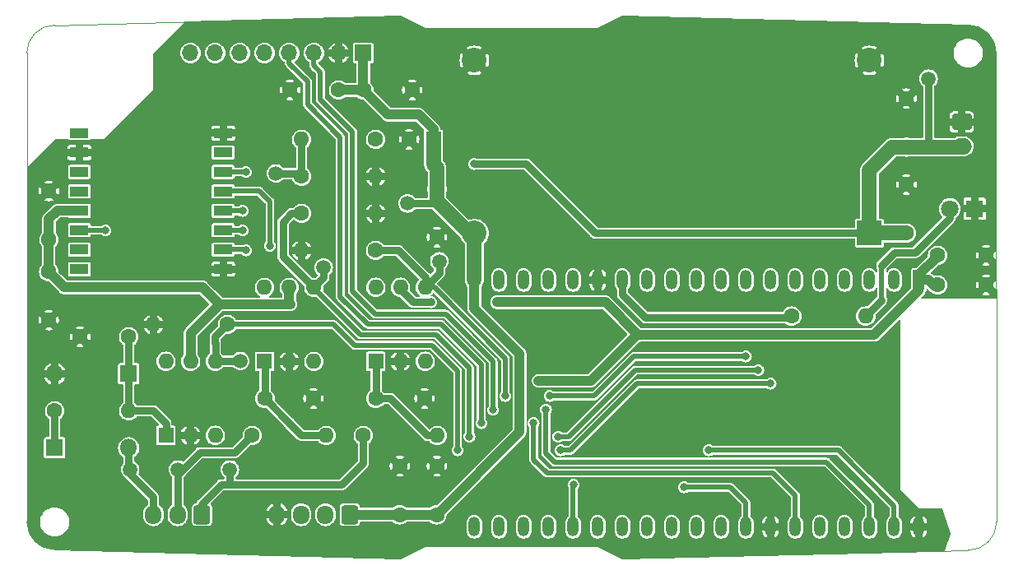
<source format=gbr>
G04 #@! TF.GenerationSoftware,KiCad,Pcbnew,7.0.9*
G04 #@! TF.CreationDate,2023-12-29T13:55:22-03:00*
G04 #@! TF.ProjectId,UECU,55454355-2e6b-4696-9361-645f70636258,v2.4*
G04 #@! TF.SameCoordinates,Original*
G04 #@! TF.FileFunction,Copper,L1,Top*
G04 #@! TF.FilePolarity,Positive*
%FSLAX46Y46*%
G04 Gerber Fmt 4.6, Leading zero omitted, Abs format (unit mm)*
G04 Created by KiCad (PCBNEW 7.0.9) date 2023-12-29 13:55:22*
%MOMM*%
%LPD*%
G01*
G04 APERTURE LIST*
G04 Aperture macros list*
%AMRoundRect*
0 Rectangle with rounded corners*
0 $1 Rounding radius*
0 $2 $3 $4 $5 $6 $7 $8 $9 X,Y pos of 4 corners*
0 Add a 4 corners polygon primitive as box body*
4,1,4,$2,$3,$4,$5,$6,$7,$8,$9,$2,$3,0*
0 Add four circle primitives for the rounded corners*
1,1,$1+$1,$2,$3*
1,1,$1+$1,$4,$5*
1,1,$1+$1,$6,$7*
1,1,$1+$1,$8,$9*
0 Add four rect primitives between the rounded corners*
20,1,$1+$1,$2,$3,$4,$5,0*
20,1,$1+$1,$4,$5,$6,$7,0*
20,1,$1+$1,$6,$7,$8,$9,0*
20,1,$1+$1,$8,$9,$2,$3,0*%
G04 Aperture macros list end*
G04 #@! TA.AperFunction,SMDPad,CuDef*
%ADD10C,1.500000*%
G04 #@! TD*
G04 #@! TA.AperFunction,ComponentPad*
%ADD11C,1.600000*%
G04 #@! TD*
G04 #@! TA.AperFunction,ComponentPad*
%ADD12O,1.600000X1.600000*%
G04 #@! TD*
G04 #@! TA.AperFunction,ComponentPad*
%ADD13RoundRect,0.250000X0.600000X0.725000X-0.600000X0.725000X-0.600000X-0.725000X0.600000X-0.725000X0*%
G04 #@! TD*
G04 #@! TA.AperFunction,ComponentPad*
%ADD14O,1.700000X1.950000*%
G04 #@! TD*
G04 #@! TA.AperFunction,SMDPad,CuDef*
%ADD15R,1.950000X1.050000*%
G04 #@! TD*
G04 #@! TA.AperFunction,ComponentPad*
%ADD16R,1.800000X1.800000*%
G04 #@! TD*
G04 #@! TA.AperFunction,ComponentPad*
%ADD17O,1.800000X1.800000*%
G04 #@! TD*
G04 #@! TA.AperFunction,SMDPad,CuDef*
%ADD18R,1.600000X1.600000*%
G04 #@! TD*
G04 #@! TA.AperFunction,SMDPad,CuDef*
%ADD19O,1.600000X1.600000*%
G04 #@! TD*
G04 #@! TA.AperFunction,ComponentPad*
%ADD20R,1.600000X1.600000*%
G04 #@! TD*
G04 #@! TA.AperFunction,ComponentPad*
%ADD21R,2.540000X2.540000*%
G04 #@! TD*
G04 #@! TA.AperFunction,ComponentPad*
%ADD22C,2.540000*%
G04 #@! TD*
G04 #@! TA.AperFunction,ComponentPad*
%ADD23O,2.000000X1.700000*%
G04 #@! TD*
G04 #@! TA.AperFunction,ComponentPad*
%ADD24RoundRect,0.250000X-0.750000X0.600000X-0.750000X-0.600000X0.750000X-0.600000X0.750000X0.600000X0*%
G04 #@! TD*
G04 #@! TA.AperFunction,ComponentPad*
%ADD25C,1.800000*%
G04 #@! TD*
G04 #@! TA.AperFunction,ComponentPad*
%ADD26R,1.700000X1.700000*%
G04 #@! TD*
G04 #@! TA.AperFunction,ComponentPad*
%ADD27O,1.700000X1.700000*%
G04 #@! TD*
G04 #@! TA.AperFunction,ComponentPad*
%ADD28R,1.200000X2.000000*%
G04 #@! TD*
G04 #@! TA.AperFunction,ComponentPad*
%ADD29O,1.200000X2.000000*%
G04 #@! TD*
G04 #@! TA.AperFunction,ViaPad*
%ADD30C,0.800000*%
G04 #@! TD*
G04 #@! TA.AperFunction,Conductor*
%ADD31C,0.750000*%
G04 #@! TD*
G04 #@! TA.AperFunction,Conductor*
%ADD32C,1.000000*%
G04 #@! TD*
G04 #@! TA.AperFunction,Conductor*
%ADD33C,1.500000*%
G04 #@! TD*
G04 #@! TA.AperFunction,Conductor*
%ADD34C,0.500000*%
G04 #@! TD*
G04 #@! TA.AperFunction,Profile*
%ADD35C,0.100000*%
G04 #@! TD*
G04 APERTURE END LIST*
D10*
X89573200Y-71437600D03*
D11*
X75400000Y-62700000D03*
D12*
X83020000Y-62700000D03*
D11*
X125819000Y-77076400D03*
D12*
X133439000Y-77076400D03*
D13*
X80360000Y-97515000D03*
D14*
X77860000Y-97515000D03*
X75360000Y-97515000D03*
X72860000Y-97515000D03*
D11*
X83020000Y-70320000D03*
D12*
X75400000Y-70320000D03*
D15*
X67340000Y-72240000D03*
X67340000Y-70240000D03*
X67340000Y-68240000D03*
X67340000Y-66240000D03*
X67340000Y-64240000D03*
X67340000Y-62240000D03*
X67340000Y-60240000D03*
X67340000Y-58240000D03*
X52540000Y-58240000D03*
X52540000Y-60240000D03*
X52540000Y-62240000D03*
X52540000Y-64240000D03*
X52540000Y-66240000D03*
X52540000Y-68240000D03*
X52540000Y-70240000D03*
X52540000Y-72240000D03*
D11*
X50000000Y-86830000D03*
D12*
X57620000Y-86830000D03*
D11*
X137630000Y-59690000D03*
X137630000Y-54690000D03*
X81750000Y-89370000D03*
D12*
X89370000Y-89370000D03*
D11*
X89319200Y-97523400D03*
X89319200Y-92523400D03*
D16*
X57620000Y-83020000D03*
D17*
X50000000Y-83020000D03*
D18*
X71590000Y-81750000D03*
D19*
X74130000Y-81750000D03*
X76670000Y-81750000D03*
X76670000Y-74130000D03*
X74130000Y-74130000D03*
X71590000Y-74130000D03*
D18*
X83035000Y-81740000D03*
D19*
X85575000Y-81740000D03*
X88115000Y-81740000D03*
X88115000Y-74120000D03*
X85575000Y-74120000D03*
X83035000Y-74120000D03*
D10*
X69100800Y-81699200D03*
D20*
X88963600Y-58890000D03*
D11*
X86463600Y-58890000D03*
D10*
X62700000Y-92875200D03*
X139916000Y-52641600D03*
X72758400Y-62395200D03*
D11*
X81790000Y-53810000D03*
X86790000Y-53810000D03*
D21*
X133820000Y-68542000D03*
D22*
X133820000Y-50762000D03*
X93180000Y-50762000D03*
X93180000Y-68542000D03*
D11*
X83020000Y-58890000D03*
D12*
X75400000Y-58890000D03*
D23*
X143319600Y-59612000D03*
D24*
X143319600Y-57112000D03*
D11*
X79210000Y-53810000D03*
X74210000Y-53810000D03*
D18*
X61445000Y-89360000D03*
D19*
X63985000Y-89360000D03*
X66525000Y-89360000D03*
X66525000Y-81740000D03*
X63985000Y-81740000D03*
X61445000Y-81740000D03*
D13*
X65160000Y-97515000D03*
D14*
X62660000Y-97515000D03*
X60160000Y-97515000D03*
D11*
X49415800Y-69202400D03*
X49415800Y-64202400D03*
X137630000Y-68542000D03*
X137630000Y-63542000D03*
D10*
X68034000Y-92875200D03*
X77686000Y-72098000D03*
D11*
X70320000Y-89370000D03*
D12*
X77940000Y-89370000D03*
D16*
X144640400Y-66040000D03*
D25*
X142100400Y-66040000D03*
D11*
X140830400Y-70828000D03*
X145830400Y-70828000D03*
X57620000Y-79210000D03*
X52620000Y-79210000D03*
X67780000Y-77940000D03*
D12*
X60160000Y-77940000D03*
D26*
X81750000Y-50000000D03*
D27*
X79210000Y-50000000D03*
X76670000Y-50000000D03*
X74130000Y-50000000D03*
X71590000Y-50000000D03*
X69050000Y-50000000D03*
X66510000Y-50000000D03*
X63970000Y-50000000D03*
D28*
X138900000Y-73368000D03*
D29*
X136360000Y-73368000D03*
X133820000Y-73368000D03*
X131280000Y-73368000D03*
X128740000Y-73368000D03*
X126200000Y-73368000D03*
X123660000Y-73368000D03*
X121120000Y-73368000D03*
X118580000Y-73368000D03*
X116040000Y-73368000D03*
X113500000Y-73368000D03*
X110960000Y-73368000D03*
X108420000Y-73368000D03*
X105880000Y-73368000D03*
X103340000Y-73368000D03*
X100800000Y-73368000D03*
X98260000Y-73368000D03*
X95720000Y-73368000D03*
X93180000Y-73368000D03*
X93182720Y-98764320D03*
X95722720Y-98764320D03*
X98260000Y-98768000D03*
X100800000Y-98768000D03*
X103340000Y-98768000D03*
X105880000Y-98768000D03*
X108420000Y-98768000D03*
X110960000Y-98768000D03*
X113500000Y-98768000D03*
X116040000Y-98768000D03*
X118580000Y-98768000D03*
X121120000Y-98768000D03*
X123660000Y-98768000D03*
X126200000Y-98768000D03*
X128740000Y-98768000D03*
X131280000Y-98768000D03*
X133820000Y-98768000D03*
X136360000Y-98768000D03*
X138900000Y-98768000D03*
D16*
X50000000Y-90640000D03*
D17*
X57620000Y-90640000D03*
D11*
X83060000Y-85560000D03*
X88060000Y-85560000D03*
X89330000Y-63970000D03*
X89330000Y-68970000D03*
D10*
X86322000Y-65494000D03*
D11*
X71630000Y-85560000D03*
X76630000Y-85560000D03*
X140830400Y-73876000D03*
X145830400Y-73876000D03*
X75400000Y-66510000D03*
D12*
X83020000Y-66510000D03*
D10*
X57772400Y-92875200D03*
D11*
X85509200Y-97523400D03*
X85509200Y-92523400D03*
X49390400Y-72504400D03*
X49390400Y-77504400D03*
D30*
X55080000Y-72860000D03*
X54445000Y-100165000D03*
X72860000Y-64732000D03*
X110960000Y-67272000D03*
X77940000Y-60160000D03*
X50000000Y-93180000D03*
X70320000Y-83020000D03*
X60160000Y-72860000D03*
X75400000Y-93180000D03*
X87592000Y-67780000D03*
X99530000Y-100165000D03*
X62700000Y-75400000D03*
X109690000Y-47155200D03*
X137630000Y-96990000D03*
X65240000Y-62700000D03*
X47891800Y-73469600D03*
X129959200Y-100800000D03*
X66510000Y-47587000D03*
X47891800Y-88709600D03*
X107150000Y-48095000D03*
X98006000Y-92418000D03*
X126200000Y-67272000D03*
X121120000Y-67272000D03*
X72860000Y-60160000D03*
X79210000Y-47256800D03*
X59144000Y-55715000D03*
X130010000Y-47663200D03*
X98260000Y-62700000D03*
X100800000Y-57620000D03*
X55080000Y-66256000D03*
X69050000Y-47561600D03*
X81496000Y-56350000D03*
X67780000Y-85560000D03*
X121120000Y-85560000D03*
X74130000Y-47358400D03*
X94450000Y-100165000D03*
X60160000Y-67780000D03*
X123660000Y-62700000D03*
X57620000Y-70320000D03*
X128740000Y-95720000D03*
X84442400Y-101181000D03*
X143980000Y-72352000D03*
X89319200Y-48526800D03*
X89116000Y-100165000D03*
X47891800Y-63436600D03*
X105880000Y-57620000D03*
X112230000Y-101155600D03*
X135090000Y-47815600D03*
X75654000Y-88074600D03*
X77305000Y-100927000D03*
X70320000Y-78854400D03*
X60795000Y-51270000D03*
X64605000Y-100546000D03*
X126200000Y-85560000D03*
X55080000Y-98260000D03*
X86830000Y-47968000D03*
X57620000Y-60160000D03*
X133820000Y-83020000D03*
X47891800Y-76009600D03*
X122390000Y-100901600D03*
X52540000Y-90640000D03*
X57620000Y-95720000D03*
X102070000Y-100165000D03*
X55080000Y-62700000D03*
X121120000Y-90005000D03*
X59906000Y-88100000D03*
X70320000Y-52540000D03*
X128740000Y-52540000D03*
X140805000Y-97625000D03*
X118580000Y-70320000D03*
X99479200Y-48526800D03*
X123660000Y-95720000D03*
X50254000Y-59652000D03*
X62065000Y-49365000D03*
X145961200Y-56350000D03*
X141186000Y-99276000D03*
X144284800Y-69862800D03*
X81750000Y-47206000D03*
X136360000Y-86830000D03*
X65240000Y-83020000D03*
X113500000Y-62700000D03*
X57620000Y-65240000D03*
X137630000Y-47917200D03*
X113500000Y-52540000D03*
X60160000Y-57620000D03*
X127470000Y-100901600D03*
X104559200Y-48526800D03*
X136360000Y-84290000D03*
X75374600Y-78829000D03*
X51270000Y-77940000D03*
X60160000Y-93180000D03*
X98260000Y-52540000D03*
X80480000Y-88100000D03*
X145961200Y-51270000D03*
X70320000Y-93180000D03*
X55080000Y-83020000D03*
X118580000Y-52540000D03*
X47891800Y-70929600D03*
X95720000Y-69685000D03*
X110960000Y-90640000D03*
X126200000Y-90005000D03*
X100800000Y-67780000D03*
X65240000Y-72860000D03*
X136360000Y-81750000D03*
X127470000Y-47561600D03*
X65240000Y-57620000D03*
X92545000Y-65875000D03*
X79768800Y-101054000D03*
X62700000Y-85560000D03*
X51905000Y-100038000D03*
X108420000Y-52540000D03*
X94399200Y-48526800D03*
X117360800Y-101003200D03*
X57112000Y-57620000D03*
X62700000Y-90640000D03*
X76670000Y-47307600D03*
X75400000Y-57366000D03*
X60795000Y-53810000D03*
X62700000Y-55080000D03*
X83020000Y-90640000D03*
X145961200Y-64224000D03*
X116040000Y-57620000D03*
X109690000Y-101206400D03*
X63970000Y-47663200D03*
X108420000Y-88100000D03*
X117310000Y-47307600D03*
X114770000Y-47256800D03*
X122390000Y-47460000D03*
X113500000Y-95720000D03*
X72860000Y-90640000D03*
X70294600Y-87846000D03*
X131280000Y-57620000D03*
X62700000Y-60160000D03*
X80480000Y-83020000D03*
X114770000Y-101104800D03*
X123660000Y-70320000D03*
X123660000Y-87846000D03*
X91757600Y-100165000D03*
X135725000Y-66510000D03*
X47891800Y-83629600D03*
X85306000Y-63106400D03*
X47891800Y-78549600D03*
X47891800Y-81089600D03*
X119850000Y-100952400D03*
X65240000Y-52540000D03*
X133820000Y-80480000D03*
X65240000Y-88100000D03*
X55080000Y-62700000D03*
X140170000Y-48018800D03*
X140170000Y-100546000D03*
X47891800Y-65849600D03*
X72860000Y-80480000D03*
X128740000Y-62700000D03*
X73114000Y-85560000D03*
X102019200Y-48526800D03*
X112230000Y-75400000D03*
X88100000Y-52540000D03*
X55080000Y-93180000D03*
X59525000Y-100419000D03*
X131280000Y-85560000D03*
X55080000Y-88100000D03*
X128740000Y-87846000D03*
X62700000Y-80480000D03*
X52540000Y-95720000D03*
X62065000Y-100546000D03*
X65240000Y-67780000D03*
X54673600Y-59525000D03*
X47891800Y-68389600D03*
X60160000Y-83020000D03*
X72860000Y-95720000D03*
X90640000Y-73114000D03*
X145961200Y-58890000D03*
X75400000Y-83020000D03*
X108420000Y-62700000D03*
X121120000Y-57620000D03*
X69685000Y-100800000D03*
X47891800Y-93789600D03*
X56985000Y-100292000D03*
X131280000Y-70320000D03*
X55080000Y-77940000D03*
X77940000Y-90894000D03*
X70320000Y-57620000D03*
X91859200Y-48526800D03*
X88100000Y-90640000D03*
X103340000Y-62700000D03*
X137630000Y-50558800D03*
X71590000Y-47460000D03*
X72860000Y-55080000D03*
X143980000Y-74638000D03*
X145961200Y-53810000D03*
X95720000Y-66510000D03*
X57620000Y-75400000D03*
X96939200Y-48526800D03*
X93180000Y-53048000D03*
X132550000Y-100749200D03*
X52540000Y-85560000D03*
X67145000Y-100673000D03*
X93180000Y-62700000D03*
X74765000Y-100927000D03*
X52540000Y-75400000D03*
X131280000Y-90005000D03*
X47891800Y-96329600D03*
X104610000Y-100165000D03*
X116040000Y-67272000D03*
X118834000Y-80226000D03*
X113500000Y-70320000D03*
X78270200Y-85560000D03*
X142710000Y-48120400D03*
X145961200Y-61430000D03*
X133820000Y-53048000D03*
X103848000Y-82258000D03*
X123660000Y-52540000D03*
X47891800Y-91249600D03*
X137630000Y-100647600D03*
X67780000Y-55080000D03*
X95720000Y-57620000D03*
X122390000Y-75400000D03*
X131280000Y-66510000D03*
X85560000Y-88100000D03*
X86728400Y-100546000D03*
X60160000Y-62700000D03*
X126200000Y-57620000D03*
X128740000Y-83020000D03*
X105880000Y-67272000D03*
X48476000Y-61430000D03*
X119850000Y-47358400D03*
X136360000Y-89370000D03*
X103340000Y-52540000D03*
X117310000Y-75400000D03*
X65240000Y-93688000D03*
X145961200Y-67780000D03*
X104610000Y-72098000D03*
X135090000Y-100698400D03*
X90640000Y-57620000D03*
X124930000Y-47460000D03*
X70320000Y-98260000D03*
X52540000Y-81750000D03*
X107150000Y-100546000D03*
X96990000Y-100165000D03*
X105880000Y-90640000D03*
X84290000Y-47155200D03*
X110960000Y-85560000D03*
X95466000Y-94450000D03*
X82131000Y-101181000D03*
X110960000Y-57620000D03*
X62700000Y-70320000D03*
X67780000Y-95720000D03*
X134074000Y-91148000D03*
X136360000Y-79210000D03*
X136360000Y-57620000D03*
X118580000Y-62700000D03*
X136360000Y-91910000D03*
X89878000Y-86576000D03*
X47891800Y-86169600D03*
X136360000Y-94450000D03*
X72225000Y-100800000D03*
X107150000Y-72098000D03*
X123914000Y-80226000D03*
X133820000Y-88100000D03*
X77940000Y-80480000D03*
X50508000Y-70828000D03*
X113500000Y-88100000D03*
X102070000Y-86830000D03*
X124930000Y-100901600D03*
X112230000Y-47206000D03*
X62700000Y-65240000D03*
X67780000Y-80480000D03*
X132550000Y-47714000D03*
X93180000Y-61430000D03*
X95110400Y-86728400D03*
X100546000Y-86703000D03*
X93891200Y-88100000D03*
X99276000Y-88100000D03*
X95516800Y-75654000D03*
X88735000Y-75654000D03*
X74231600Y-75857200D03*
X99784000Y-83731200D03*
X122390000Y-82639000D03*
X92672000Y-89471600D03*
X101816000Y-89497000D03*
X91452800Y-90894000D03*
X102070000Y-90894000D03*
X123660000Y-84036000D03*
X100927000Y-85306000D03*
X96355000Y-85306000D03*
X121120000Y-81242000D03*
X69685000Y-62268200D03*
X103390800Y-94450000D03*
X55232400Y-68262600D03*
X72136000Y-69850000D03*
X69342000Y-66256000D03*
X114770000Y-94704000D03*
X69685000Y-70320000D03*
X69329400Y-68262600D03*
X117310000Y-90894000D03*
D31*
X138493600Y-70574000D02*
X142100400Y-66967200D01*
X136385400Y-70574000D02*
X138493600Y-70574000D01*
X135090000Y-71869400D02*
X136385400Y-70574000D01*
X142100400Y-66967200D02*
X142100400Y-66040000D01*
D32*
X139916000Y-73368000D02*
X140424000Y-73876000D01*
X140424000Y-73876000D02*
X140830400Y-73876000D01*
X138900000Y-73368000D02*
X139916000Y-73368000D01*
X140830400Y-70828000D02*
X140830400Y-70929600D01*
X140830400Y-70929600D02*
X138900000Y-72860000D01*
X138900000Y-72860000D02*
X138900000Y-73368000D01*
X49415800Y-67094200D02*
X49415800Y-69202400D01*
X50270000Y-66240000D02*
X49415800Y-67094200D01*
X52540000Y-66240000D02*
X50270000Y-66240000D01*
X49390400Y-69227800D02*
X49390400Y-72504400D01*
X49415800Y-69202400D02*
X49390400Y-69227800D01*
X65240000Y-74130000D02*
X66967200Y-75857200D01*
X51016000Y-74130000D02*
X65240000Y-74130000D01*
X49390400Y-72504400D02*
X51016000Y-74130000D01*
X81790000Y-53810000D02*
X79210000Y-53810000D01*
X93180000Y-76289000D02*
X93180000Y-73368000D01*
D33*
X89330000Y-61847200D02*
X88963600Y-61480800D01*
D32*
X84290000Y-56350000D02*
X87465000Y-56350000D01*
X81750000Y-53770000D02*
X81790000Y-53810000D01*
D33*
X89330000Y-63970000D02*
X89330000Y-65240000D01*
D32*
X80360000Y-97515000D02*
X82910000Y-97515000D01*
X89319200Y-97523400D02*
X97828200Y-89014400D01*
X82910000Y-97515000D02*
X82918400Y-97523400D01*
X82918400Y-97523400D02*
X85509200Y-97523400D01*
X81790000Y-53810000D02*
X81790000Y-53850000D01*
D33*
X93180000Y-68542000D02*
X93180000Y-73368000D01*
D32*
X87465000Y-56350000D02*
X88963600Y-57848600D01*
X89319200Y-97523400D02*
X85509200Y-97523400D01*
D33*
X92632000Y-68542000D02*
X93180000Y-68542000D01*
D32*
X97828200Y-80937200D02*
X93180000Y-76289000D01*
D31*
X86322000Y-65494000D02*
X89076000Y-65494000D01*
D32*
X81750000Y-50000000D02*
X81750000Y-53770000D01*
D33*
X89330000Y-63970000D02*
X89330000Y-61847200D01*
X89330000Y-65240000D02*
X92632000Y-68542000D01*
D31*
X89076000Y-65494000D02*
X89330000Y-65240000D01*
D33*
X89370000Y-63930000D02*
X89330000Y-63970000D01*
D32*
X97828200Y-89014400D02*
X97828200Y-80937200D01*
X81790000Y-53850000D02*
X84290000Y-56350000D01*
D33*
X88963600Y-61480800D02*
X88963600Y-58890000D01*
D32*
X88963600Y-57848600D02*
X88963600Y-58890000D01*
D31*
X133439000Y-77076400D02*
X135090000Y-75425400D01*
D34*
X135090000Y-75425400D02*
X135090000Y-72098000D01*
X135090000Y-72098000D02*
X135090000Y-71869400D01*
D31*
X110756800Y-77228800D02*
X125666600Y-77228800D01*
X108420000Y-74892000D02*
X110756800Y-77228800D01*
X108420000Y-73368000D02*
X108420000Y-74892000D01*
X125666600Y-77228800D02*
X125819000Y-77076400D01*
X98514000Y-61430000D02*
X105626000Y-68542000D01*
D33*
X133820000Y-62045000D02*
X133820000Y-68542000D01*
X137630000Y-59690000D02*
X136175000Y-59690000D01*
D31*
X93180000Y-61430000D02*
X98514000Y-61430000D01*
X139916000Y-59639200D02*
X139966800Y-59690000D01*
D33*
X133820000Y-68542000D02*
X137630000Y-68542000D01*
D31*
X139916000Y-52641600D02*
X139916000Y-59639200D01*
D33*
X143345000Y-59690000D02*
X139966800Y-59690000D01*
D31*
X105626000Y-68542000D02*
X133820000Y-68542000D01*
D33*
X139966800Y-59690000D02*
X137630000Y-59690000D01*
X136175000Y-59690000D02*
X133820000Y-62045000D01*
D34*
X80657800Y-74536400D02*
X80657800Y-58102600D01*
X95110400Y-86728400D02*
X95110400Y-81750000D01*
X77355800Y-54800600D02*
X77355800Y-51955800D01*
X100546000Y-91211500D02*
X101447700Y-92113200D01*
X133820000Y-96507400D02*
X133820000Y-98768000D01*
X100546000Y-86703000D02*
X100546000Y-91211500D01*
X77355800Y-51955800D02*
X76670000Y-51270000D01*
X76670000Y-51270000D02*
X76670000Y-50000000D01*
X129425800Y-92113200D02*
X133820000Y-96507400D01*
X101447700Y-92113200D02*
X129425800Y-92113200D01*
X80657800Y-58102600D02*
X77355800Y-54800600D01*
X82994600Y-76873200D02*
X80657800Y-74536400D01*
X90233600Y-76873200D02*
X82994600Y-76873200D01*
X95110400Y-81750000D02*
X90233600Y-76873200D01*
X82258000Y-77940000D02*
X79387800Y-75069800D01*
X74130000Y-51041400D02*
X74130000Y-50000000D01*
X79387800Y-75069800D02*
X79387800Y-58661400D01*
X79387800Y-58661400D02*
X76009600Y-55283200D01*
X76009600Y-55283200D02*
X76009600Y-52921000D01*
X99276000Y-88100000D02*
X99276000Y-91846500D01*
X93891200Y-88100000D02*
X93891200Y-82080200D01*
X100660300Y-93230800D02*
X123914000Y-93230800D01*
X126200000Y-95516800D02*
X126200000Y-98768000D01*
X99276000Y-91846500D02*
X100660300Y-93230800D01*
X93891200Y-82080200D02*
X89751000Y-77940000D01*
X89751000Y-77940000D02*
X82258000Y-77940000D01*
X76009600Y-52921000D02*
X74130000Y-51041400D01*
X123914000Y-93230800D02*
X126200000Y-95516800D01*
D31*
X75095200Y-62395200D02*
X75400000Y-62700000D01*
X75400000Y-58890000D02*
X75400000Y-62700000D01*
X72758400Y-62395200D02*
X75095200Y-62395200D01*
D32*
X134328000Y-79006800D02*
X138900000Y-74434800D01*
X74231600Y-75857200D02*
X66967200Y-75857200D01*
D31*
X85575000Y-74348200D02*
X85575000Y-74120000D01*
D32*
X66967200Y-75857200D02*
X63985000Y-78839400D01*
D31*
X86880800Y-75654000D02*
X85575000Y-74348200D01*
D32*
X99784000Y-83731200D02*
X105168800Y-83731200D01*
X110020200Y-79006800D02*
X134328000Y-79006800D01*
X63985000Y-78839400D02*
X63985000Y-81740000D01*
X106667400Y-75654000D02*
X110020200Y-79006800D01*
X74130000Y-75755600D02*
X74130000Y-74130000D01*
X74231600Y-75857200D02*
X74130000Y-75755600D01*
X95516800Y-75654000D02*
X106667400Y-75654000D01*
D31*
X88735000Y-75654000D02*
X86880800Y-75654000D01*
D32*
X105168800Y-83731200D02*
X109893200Y-79006800D01*
X138900000Y-74434800D02*
X138900000Y-73368000D01*
X109893200Y-79006800D02*
X110020200Y-79006800D01*
D31*
X88354000Y-89370000D02*
X84544000Y-85560000D01*
X84544000Y-85560000D02*
X83060000Y-85560000D01*
X83060000Y-81765000D02*
X83035000Y-81740000D01*
X89370000Y-89370000D02*
X88354000Y-89370000D01*
X83060000Y-85560000D02*
X83060000Y-81765000D01*
X74130000Y-88060000D02*
X71630000Y-85560000D01*
X75400000Y-89370000D02*
X74130000Y-88100000D01*
X74130000Y-88100000D02*
X74130000Y-88060000D01*
X77940000Y-89370000D02*
X75400000Y-89370000D01*
X71630000Y-85560000D02*
X71630000Y-81790000D01*
X71630000Y-81790000D02*
X71590000Y-81750000D01*
X57620000Y-86830000D02*
X60160000Y-86830000D01*
X61445000Y-88115000D02*
X61445000Y-89360000D01*
X60160000Y-86830000D02*
X61445000Y-88115000D01*
X57620000Y-83020000D02*
X57620000Y-86830000D01*
X57620000Y-79210000D02*
X57620000Y-83020000D01*
X50000000Y-90640000D02*
X50000000Y-86830000D01*
X60160000Y-97515000D02*
X60160000Y-95720000D01*
X60160000Y-95720000D02*
X57620000Y-93180000D01*
X57620000Y-93180000D02*
X57620000Y-90640000D01*
X68034000Y-92875200D02*
X68034000Y-94297600D01*
X67145000Y-94450000D02*
X68186400Y-94450000D01*
X81750000Y-92227500D02*
X81750000Y-89370000D01*
X65160000Y-97515000D02*
X65160000Y-96435000D01*
X68034000Y-94297600D02*
X68186400Y-94450000D01*
X79527500Y-94450000D02*
X81750000Y-92227500D01*
X68186400Y-94450000D02*
X79527500Y-94450000D01*
X65160000Y-96435000D02*
X67145000Y-94450000D01*
X62660000Y-97515000D02*
X62660000Y-93423200D01*
X68542000Y-91148000D02*
X70320000Y-89370000D01*
X64935200Y-91148000D02*
X68542000Y-91148000D01*
X62660000Y-93423200D02*
X64935200Y-91148000D01*
X73495000Y-70955000D02*
X76670000Y-74130000D01*
D34*
X81483300Y-79006800D02*
X76670000Y-74193500D01*
X76670000Y-74193500D02*
X76670000Y-74130000D01*
X109721750Y-82639000D02*
X122390000Y-82639000D01*
D31*
X75400000Y-66510000D02*
X74384000Y-66510000D01*
X77686000Y-72098000D02*
X77686000Y-73114000D01*
X74384000Y-66510000D02*
X73495000Y-67399000D01*
X73495000Y-67399000D02*
X73495000Y-70955000D01*
D34*
X92672000Y-82410400D02*
X89268400Y-79006800D01*
X101816000Y-89497000D02*
X102863750Y-89497000D01*
X92672000Y-89471600D02*
X92672000Y-82410400D01*
D31*
X77686000Y-73114000D02*
X76670000Y-74130000D01*
D34*
X102863750Y-89497000D02*
X109721750Y-82639000D01*
X89268400Y-79006800D02*
X81483300Y-79006800D01*
D31*
X66510000Y-79845000D02*
X66525000Y-79860000D01*
X69100800Y-81699200D02*
X66565800Y-81699200D01*
D34*
X88811200Y-80073600D02*
X80835600Y-80073600D01*
X109944000Y-84036000D02*
X123660000Y-84036000D01*
D31*
X66525000Y-79860000D02*
X66525000Y-81740000D01*
D34*
X103086000Y-90894000D02*
X109944000Y-84036000D01*
D31*
X66565800Y-81699200D02*
X66525000Y-81740000D01*
D34*
X80835600Y-80073600D02*
X78702000Y-77940000D01*
X102070000Y-90894000D02*
X103086000Y-90894000D01*
X78702000Y-77940000D02*
X67780000Y-77940000D01*
D31*
X66510000Y-79210000D02*
X66510000Y-79845000D01*
D34*
X91452800Y-90894000D02*
X91452800Y-82715200D01*
D31*
X67780000Y-77940000D02*
X66510000Y-79210000D01*
D34*
X91452800Y-82715200D02*
X88811200Y-80073600D01*
X89042500Y-74120000D02*
X88115000Y-74120000D01*
D31*
X89573200Y-72661800D02*
X88115000Y-74120000D01*
D34*
X96355000Y-85306000D02*
X96355000Y-81432500D01*
X105499000Y-85306000D02*
X109563000Y-81242000D01*
X100927000Y-85306000D02*
X105499000Y-85306000D01*
D31*
X88115000Y-73078200D02*
X88115000Y-74120000D01*
X83020000Y-70320000D02*
X85356800Y-70320000D01*
D34*
X96355000Y-81432500D02*
X89042500Y-74120000D01*
D31*
X89573200Y-71437600D02*
X89573200Y-72661800D01*
X85356800Y-70320000D02*
X88115000Y-73078200D01*
D34*
X109563000Y-81242000D02*
X121120000Y-81242000D01*
X69656800Y-62240000D02*
X67340000Y-62240000D01*
X69685000Y-62268200D02*
X69656800Y-62240000D01*
X55209800Y-68240000D02*
X52540000Y-68240000D01*
X55232400Y-68262600D02*
X55209800Y-68240000D01*
X103390800Y-94450000D02*
X103340000Y-94500800D01*
X103340000Y-94500800D02*
X103340000Y-98768000D01*
X72136000Y-65278000D02*
X71082000Y-64224000D01*
X72136000Y-69850000D02*
X72136000Y-65278000D01*
X67356000Y-64224000D02*
X67340000Y-64240000D01*
X71082000Y-64224000D02*
X67356000Y-64224000D01*
X69326000Y-66240000D02*
X67340000Y-66240000D01*
X69342000Y-66256000D02*
X69326000Y-66240000D01*
X121120000Y-96304000D02*
X121120000Y-98768000D01*
X69685000Y-70320000D02*
X69605000Y-70240000D01*
X114770000Y-94704000D02*
X119519800Y-94704000D01*
X119519800Y-94704000D02*
X121119800Y-96304000D01*
X121119800Y-96304000D02*
X121120000Y-96304000D01*
X69605000Y-70240000D02*
X67340000Y-70240000D01*
X69329400Y-68262600D02*
X69306800Y-68240000D01*
X69306800Y-68240000D02*
X67340000Y-68240000D01*
X136360000Y-96583600D02*
X136360000Y-98768000D01*
X130670400Y-90894000D02*
X136360000Y-96583600D01*
X117310000Y-90894000D02*
X130670400Y-90894000D01*
G04 #@! TA.AperFunction,Conductor*
G36*
X143949487Y-47114931D02*
G01*
X143951506Y-47115726D01*
X143978940Y-47115726D01*
X143981048Y-47115785D01*
X144005604Y-47117163D01*
X144095570Y-47122216D01*
X144309114Y-47135133D01*
X144313141Y-47135596D01*
X144328923Y-47138277D01*
X144463659Y-47161169D01*
X144640133Y-47193510D01*
X144643730Y-47194355D01*
X144797055Y-47238527D01*
X144962055Y-47289944D01*
X144965259Y-47291104D01*
X145037128Y-47320872D01*
X145115335Y-47353267D01*
X145270617Y-47423154D01*
X145273334Y-47424513D01*
X145416841Y-47503826D01*
X145561581Y-47591325D01*
X145563854Y-47592815D01*
X145634831Y-47643176D01*
X145697574Y-47687695D01*
X145698977Y-47688741D01*
X145831041Y-47792207D01*
X145832879Y-47793745D01*
X145955385Y-47903223D01*
X145956872Y-47904629D01*
X146075368Y-48023125D01*
X146076778Y-48024616D01*
X146186249Y-48147115D01*
X146187797Y-48148964D01*
X146291248Y-48281009D01*
X146292303Y-48282424D01*
X146324460Y-48327744D01*
X146387175Y-48416132D01*
X146388674Y-48418419D01*
X146476172Y-48563156D01*
X146555475Y-48706644D01*
X146556854Y-48709401D01*
X146626736Y-48864673D01*
X146688894Y-49014739D01*
X146690054Y-49017943D01*
X146741473Y-49182950D01*
X146785638Y-49336251D01*
X146786492Y-49339884D01*
X146818837Y-49516385D01*
X146844402Y-49666857D01*
X146844865Y-49670888D01*
X146857786Y-49884484D01*
X146864215Y-49998952D01*
X146864274Y-50001061D01*
X146864274Y-50030974D01*
X146864302Y-50031610D01*
X146882457Y-70324051D01*
X146864907Y-70372404D01*
X146820382Y-70398164D01*
X146796225Y-70398504D01*
X146790999Y-70397728D01*
X146360730Y-70827998D01*
X146360730Y-70828001D01*
X146790997Y-71258268D01*
X146797123Y-71257360D01*
X146847519Y-71267670D01*
X146879498Y-71307962D01*
X146883358Y-71331679D01*
X146885184Y-73372456D01*
X146867634Y-73420809D01*
X146823109Y-73446569D01*
X146798951Y-73446909D01*
X146790998Y-73445729D01*
X146360730Y-73875998D01*
X146360730Y-73876001D01*
X146790998Y-74306269D01*
X146799851Y-74304956D01*
X146850247Y-74315267D01*
X146882225Y-74355559D01*
X146886085Y-74379275D01*
X146886414Y-74746540D01*
X146886795Y-75172792D01*
X146886818Y-75197733D01*
X146869268Y-75246086D01*
X146824743Y-75271846D01*
X146811618Y-75273000D01*
X139234006Y-75273000D01*
X139185668Y-75255407D01*
X139159948Y-75210858D01*
X139168881Y-75160200D01*
X139180831Y-75144626D01*
X139319394Y-75006062D01*
X139379576Y-74945879D01*
X139381215Y-74944338D01*
X139381541Y-74944048D01*
X139428183Y-74902729D01*
X139463847Y-74851059D01*
X139465179Y-74849250D01*
X139465376Y-74848999D01*
X139503877Y-74799857D01*
X139509855Y-74786572D01*
X139516537Y-74774724D01*
X139524818Y-74762730D01*
X139547082Y-74704019D01*
X139547925Y-74701984D01*
X139573694Y-74644732D01*
X139576319Y-74630404D01*
X139579976Y-74617288D01*
X139582027Y-74611879D01*
X139585140Y-74603672D01*
X139587773Y-74581985D01*
X139611063Y-74536124D01*
X139620640Y-74528529D01*
X139644552Y-74512552D01*
X139688867Y-74446231D01*
X139700500Y-74387748D01*
X139700500Y-74324704D01*
X139718093Y-74276366D01*
X139762642Y-74250646D01*
X139813300Y-74259579D01*
X139828874Y-74271530D01*
X139912903Y-74355559D01*
X139914446Y-74357198D01*
X139950430Y-74397816D01*
X139956073Y-74404185D01*
X139978526Y-74419684D01*
X139993936Y-74433864D01*
X140092069Y-74553438D01*
X140119517Y-74586883D01*
X140271862Y-74711910D01*
X140312961Y-74733878D01*
X140443579Y-74803695D01*
X140445673Y-74804814D01*
X140634268Y-74862024D01*
X140830400Y-74881341D01*
X141026532Y-74862024D01*
X141110350Y-74836598D01*
X145400129Y-74836598D01*
X145400130Y-74836599D01*
X145426634Y-74850766D01*
X145426633Y-74850766D01*
X145624566Y-74910808D01*
X145624565Y-74910808D01*
X145830400Y-74931080D01*
X146036234Y-74910808D01*
X146234161Y-74850767D01*
X146260669Y-74836598D01*
X145830401Y-74406330D01*
X145830399Y-74406330D01*
X145400129Y-74836598D01*
X141110350Y-74836598D01*
X141215127Y-74804814D01*
X141388938Y-74711910D01*
X141541283Y-74586883D01*
X141666310Y-74434538D01*
X141759214Y-74260727D01*
X141816424Y-74072132D01*
X141835741Y-73876000D01*
X144775319Y-73876000D01*
X144795591Y-74081834D01*
X144855629Y-74279754D01*
X144855632Y-74279762D01*
X144869799Y-74306268D01*
X145300069Y-73876000D01*
X145425414Y-73876000D01*
X145445235Y-74001148D01*
X145502759Y-74114045D01*
X145592355Y-74203641D01*
X145705252Y-74261165D01*
X145798919Y-74276000D01*
X145861881Y-74276000D01*
X145955548Y-74261165D01*
X146068445Y-74203641D01*
X146158041Y-74114045D01*
X146215565Y-74001148D01*
X146235386Y-73876000D01*
X146215565Y-73750852D01*
X146158041Y-73637955D01*
X146068445Y-73548359D01*
X145955548Y-73490835D01*
X145861881Y-73476000D01*
X145798919Y-73476000D01*
X145705252Y-73490835D01*
X145592355Y-73548359D01*
X145502759Y-73637955D01*
X145445235Y-73750852D01*
X145425414Y-73876000D01*
X145300069Y-73876000D01*
X145300070Y-73875999D01*
X144869801Y-73445730D01*
X144869799Y-73445730D01*
X144855632Y-73472236D01*
X144795591Y-73670165D01*
X144775319Y-73876000D01*
X141835741Y-73876000D01*
X141816424Y-73679868D01*
X141759214Y-73491273D01*
X141751050Y-73476000D01*
X141682535Y-73347817D01*
X141666310Y-73317462D01*
X141605079Y-73242852D01*
X141541283Y-73165116D01*
X141397326Y-73046974D01*
X141388938Y-73040090D01*
X141388935Y-73040088D01*
X141388933Y-73040087D01*
X141215132Y-72947188D01*
X141215129Y-72947187D01*
X141215127Y-72947186D01*
X141110347Y-72915401D01*
X145400130Y-72915401D01*
X145830399Y-73345670D01*
X145830400Y-73345670D01*
X146260668Y-72915399D01*
X146234162Y-72901232D01*
X146234154Y-72901229D01*
X146036233Y-72841191D01*
X146036234Y-72841191D01*
X145830400Y-72820919D01*
X145624565Y-72841191D01*
X145426636Y-72901232D01*
X145400130Y-72915399D01*
X145400130Y-72915401D01*
X141110347Y-72915401D01*
X141026532Y-72889976D01*
X141026527Y-72889975D01*
X141026530Y-72889975D01*
X140830400Y-72870659D01*
X140634269Y-72889975D01*
X140519624Y-72924752D01*
X140468260Y-72921947D01*
X140444621Y-72905964D01*
X140439886Y-72901229D01*
X140427085Y-72888428D01*
X140425545Y-72886792D01*
X140383930Y-72839818D01*
X140373680Y-72832743D01*
X140332277Y-72804164D01*
X140330450Y-72802819D01*
X140312488Y-72788747D01*
X140281057Y-72764122D01*
X140281058Y-72764122D01*
X140267771Y-72758142D01*
X140255917Y-72751456D01*
X140243930Y-72743182D01*
X140185264Y-72720932D01*
X140183169Y-72720064D01*
X140177301Y-72717424D01*
X140140439Y-72681546D01*
X140135263Y-72630367D01*
X140154981Y-72595674D01*
X140907785Y-71842870D01*
X140953586Y-71821207D01*
X141026532Y-71814024D01*
X141110350Y-71788598D01*
X145400129Y-71788598D01*
X145400130Y-71788599D01*
X145426634Y-71802766D01*
X145426633Y-71802766D01*
X145624566Y-71862808D01*
X145624565Y-71862808D01*
X145830400Y-71883080D01*
X146036234Y-71862808D01*
X146234161Y-71802767D01*
X146260669Y-71788598D01*
X145830401Y-71358330D01*
X145830399Y-71358330D01*
X145400129Y-71788598D01*
X141110350Y-71788598D01*
X141215127Y-71756814D01*
X141388938Y-71663910D01*
X141541283Y-71538883D01*
X141666310Y-71386538D01*
X141759214Y-71212727D01*
X141816424Y-71024132D01*
X141835741Y-70828000D01*
X144775319Y-70828000D01*
X144795591Y-71033834D01*
X144855629Y-71231754D01*
X144855632Y-71231762D01*
X144869799Y-71258268D01*
X145300069Y-70828000D01*
X145425414Y-70828000D01*
X145445235Y-70953148D01*
X145502759Y-71066045D01*
X145592355Y-71155641D01*
X145705252Y-71213165D01*
X145798919Y-71228000D01*
X145861881Y-71228000D01*
X145955548Y-71213165D01*
X146068445Y-71155641D01*
X146158041Y-71066045D01*
X146215565Y-70953148D01*
X146235386Y-70828000D01*
X146215565Y-70702852D01*
X146158041Y-70589955D01*
X146068445Y-70500359D01*
X145955548Y-70442835D01*
X145861881Y-70428000D01*
X145798919Y-70428000D01*
X145705252Y-70442835D01*
X145592355Y-70500359D01*
X145502759Y-70589955D01*
X145445235Y-70702852D01*
X145425414Y-70828000D01*
X145300069Y-70828000D01*
X145300070Y-70827999D01*
X144869801Y-70397730D01*
X144869799Y-70397730D01*
X144855632Y-70424236D01*
X144795591Y-70622165D01*
X144775319Y-70828000D01*
X141835741Y-70828000D01*
X141816424Y-70631868D01*
X141759214Y-70443273D01*
X141751050Y-70428000D01*
X141693323Y-70320000D01*
X141666310Y-70269462D01*
X141579134Y-70163238D01*
X141541283Y-70117116D01*
X141399633Y-70000867D01*
X141388938Y-69992090D01*
X141388935Y-69992088D01*
X141388933Y-69992087D01*
X141215132Y-69899188D01*
X141215129Y-69899187D01*
X141215127Y-69899186D01*
X141110347Y-69867401D01*
X145400130Y-69867401D01*
X145830399Y-70297670D01*
X145830400Y-70297670D01*
X146260668Y-69867399D01*
X146234162Y-69853232D01*
X146234154Y-69853229D01*
X146036233Y-69793191D01*
X146036234Y-69793191D01*
X145830400Y-69772919D01*
X145624565Y-69793191D01*
X145426636Y-69853232D01*
X145400130Y-69867399D01*
X145400130Y-69867401D01*
X141110347Y-69867401D01*
X141026532Y-69841976D01*
X141026527Y-69841975D01*
X141026530Y-69841975D01*
X140830400Y-69822659D01*
X140634271Y-69841975D01*
X140597172Y-69853229D01*
X140445673Y-69899186D01*
X140445672Y-69899186D01*
X140445667Y-69899188D01*
X140271866Y-69992087D01*
X140271860Y-69992091D01*
X140119516Y-70117116D01*
X139994491Y-70269460D01*
X139994487Y-70269466D01*
X139901588Y-70443267D01*
X139901586Y-70443272D01*
X139901586Y-70443273D01*
X139884119Y-70500853D01*
X139844375Y-70631871D01*
X139825059Y-70828000D01*
X139831998Y-70898463D01*
X139819226Y-70948292D01*
X139810334Y-70959007D01*
X138623869Y-72145474D01*
X138577249Y-72167214D01*
X138570695Y-72167500D01*
X138280251Y-72167500D01*
X138221770Y-72179132D01*
X138221768Y-72179133D01*
X138155448Y-72223448D01*
X138111133Y-72289768D01*
X138111132Y-72289770D01*
X138099500Y-72348251D01*
X138099500Y-74213495D01*
X138081907Y-74261833D01*
X138077474Y-74266669D01*
X134059869Y-78284274D01*
X134013249Y-78306014D01*
X134006695Y-78306300D01*
X110341505Y-78306300D01*
X110293167Y-78288707D01*
X110288331Y-78284274D01*
X108760986Y-76756929D01*
X107178485Y-75174428D01*
X107176945Y-75172792D01*
X107135330Y-75125818D01*
X107135329Y-75125817D01*
X107083677Y-75090164D01*
X107081850Y-75088819D01*
X107079321Y-75086838D01*
X107032457Y-75050122D01*
X107032458Y-75050122D01*
X107019171Y-75044142D01*
X107007317Y-75037456D01*
X106995330Y-75029182D01*
X106936662Y-75006931D01*
X106934564Y-75006062D01*
X106877338Y-74980307D01*
X106877330Y-74980304D01*
X106862998Y-74977678D01*
X106849888Y-74974023D01*
X106836281Y-74968862D01*
X106836273Y-74968860D01*
X106836272Y-74968860D01*
X106836269Y-74968859D01*
X106836266Y-74968859D01*
X106773976Y-74961295D01*
X106771739Y-74960954D01*
X106744201Y-74955908D01*
X106710008Y-74949642D01*
X106710006Y-74949642D01*
X106700072Y-74950242D01*
X106647361Y-74953431D01*
X106645091Y-74953500D01*
X95474428Y-74953500D01*
X95347928Y-74968860D01*
X95347926Y-74968860D01*
X95347924Y-74968861D01*
X95188872Y-75029181D01*
X95188869Y-75029182D01*
X95048872Y-75125816D01*
X95048862Y-75125825D01*
X94936068Y-75253144D01*
X94936066Y-75253147D01*
X94857010Y-75403774D01*
X94850667Y-75429510D01*
X94816300Y-75568944D01*
X94816300Y-75739056D01*
X94850915Y-75879496D01*
X94857010Y-75904225D01*
X94936066Y-76054852D01*
X94936068Y-76054855D01*
X95048862Y-76182174D01*
X95048867Y-76182178D01*
X95048871Y-76182183D01*
X95188870Y-76278818D01*
X95347928Y-76339140D01*
X95474428Y-76354500D01*
X106346095Y-76354500D01*
X106394433Y-76372093D01*
X106399269Y-76376526D01*
X108912869Y-78890126D01*
X108934609Y-78936746D01*
X108921295Y-78986433D01*
X108912869Y-78996474D01*
X104900669Y-83008674D01*
X104854049Y-83030414D01*
X104847495Y-83030700D01*
X99741628Y-83030700D01*
X99615128Y-83046060D01*
X99615126Y-83046060D01*
X99615124Y-83046061D01*
X99456072Y-83106381D01*
X99456069Y-83106382D01*
X99316072Y-83203016D01*
X99316062Y-83203025D01*
X99203268Y-83330344D01*
X99203266Y-83330347D01*
X99124210Y-83480974D01*
X99124210Y-83480975D01*
X99083500Y-83646144D01*
X99083500Y-83816256D01*
X99124210Y-83981425D01*
X99203266Y-84132052D01*
X99203268Y-84132055D01*
X99316062Y-84259374D01*
X99316067Y-84259378D01*
X99316071Y-84259383D01*
X99456070Y-84356018D01*
X99615128Y-84416340D01*
X99741628Y-84431700D01*
X105146491Y-84431700D01*
X105148761Y-84431769D01*
X105173251Y-84433249D01*
X105211406Y-84435558D01*
X105273184Y-84424236D01*
X105275349Y-84423907D01*
X105337672Y-84416340D01*
X105351285Y-84411177D01*
X105364397Y-84407521D01*
X105378732Y-84404895D01*
X105435984Y-84379127D01*
X105438037Y-84378276D01*
X105496730Y-84356018D01*
X105508724Y-84347738D01*
X105520568Y-84341057D01*
X105533857Y-84335078D01*
X105583279Y-84296357D01*
X105585064Y-84295044D01*
X105636729Y-84259383D01*
X105678346Y-84212406D01*
X105679871Y-84210784D01*
X110161330Y-79729326D01*
X110207950Y-79707586D01*
X110214504Y-79707300D01*
X134305691Y-79707300D01*
X134307961Y-79707369D01*
X134332451Y-79708849D01*
X134370606Y-79711158D01*
X134432384Y-79699836D01*
X134434549Y-79699507D01*
X134496872Y-79691940D01*
X134510485Y-79686777D01*
X134523597Y-79683121D01*
X134537932Y-79680495D01*
X134595184Y-79654727D01*
X134597237Y-79653876D01*
X134655930Y-79631618D01*
X134667924Y-79623338D01*
X134679768Y-79616657D01*
X134693057Y-79610678D01*
X134742479Y-79571957D01*
X134744264Y-79570644D01*
X134795929Y-79534983D01*
X134837546Y-79488006D01*
X134839071Y-79486384D01*
X136866627Y-77458829D01*
X136913246Y-77437090D01*
X136962933Y-77450404D01*
X136992438Y-77492541D01*
X136995000Y-77512004D01*
X136995000Y-94958000D01*
X138899998Y-96862999D01*
X138899999Y-96863000D01*
X138899999Y-96862999D01*
X138900000Y-96863000D01*
X141281943Y-96838188D01*
X141330461Y-96855277D01*
X141354717Y-96891651D01*
X142144298Y-99507140D01*
X142143648Y-99552653D01*
X141595558Y-101196922D01*
X141563582Y-101237216D01*
X141526082Y-101248319D01*
X108438845Y-102069032D01*
X108403350Y-102061116D01*
X105891508Y-100805195D01*
X105888327Y-100802890D01*
X105881460Y-100800060D01*
X105880127Y-100799453D01*
X105880106Y-100799450D01*
X105878607Y-100799394D01*
X105871518Y-100798860D01*
X105867580Y-100799500D01*
X88112420Y-100799500D01*
X88108481Y-100798860D01*
X88101393Y-100799394D01*
X88100070Y-100799443D01*
X88099843Y-100799477D01*
X88098672Y-100800008D01*
X88092267Y-100802661D01*
X88089185Y-100804848D01*
X85576719Y-102061080D01*
X85541077Y-102068992D01*
X50030479Y-101118484D01*
X50028413Y-101117669D01*
X50001060Y-101117669D01*
X49998952Y-101117610D01*
X49884541Y-101111185D01*
X49673978Y-101098447D01*
X49669948Y-101097984D01*
X49520523Y-101072597D01*
X49346034Y-101040620D01*
X49342401Y-101039766D01*
X49190298Y-100995947D01*
X49027052Y-100945076D01*
X49023849Y-100943916D01*
X48875025Y-100882272D01*
X48721364Y-100813115D01*
X48718607Y-100811736D01*
X48576302Y-100733087D01*
X48433082Y-100646507D01*
X48430775Y-100644994D01*
X48298190Y-100550920D01*
X48296789Y-100549875D01*
X48166106Y-100447492D01*
X48164244Y-100445933D01*
X48042798Y-100337402D01*
X48041283Y-100335970D01*
X47924027Y-100218714D01*
X47922596Y-100217200D01*
X47814057Y-100095744D01*
X47812512Y-100093899D01*
X47710113Y-99963196D01*
X47709089Y-99961823D01*
X47614996Y-99829212D01*
X47613491Y-99826916D01*
X47609104Y-99819659D01*
X47526912Y-99683697D01*
X47448256Y-99541380D01*
X47446888Y-99538644D01*
X47377727Y-99384974D01*
X47316082Y-99236149D01*
X47314922Y-99232945D01*
X47309043Y-99214080D01*
X47264053Y-99069703D01*
X47220230Y-98917589D01*
X47219381Y-98913979D01*
X47187404Y-98739488D01*
X47162014Y-98590050D01*
X47161551Y-98586019D01*
X47158774Y-98540109D01*
X47149352Y-98384340D01*
X48499500Y-98384340D01*
X48538029Y-98615232D01*
X48540429Y-98629614D01*
X48561331Y-98690500D01*
X48621173Y-98864813D01*
X48621174Y-98864815D01*
X48739524Y-99083507D01*
X48892260Y-99279742D01*
X48892264Y-99279746D01*
X49075216Y-99448165D01*
X49283390Y-99584172D01*
X49283392Y-99584172D01*
X49283393Y-99584173D01*
X49511119Y-99684063D01*
X49752179Y-99745108D01*
X49814097Y-99750238D01*
X49937927Y-99760500D01*
X49937933Y-99760500D01*
X50062073Y-99760500D01*
X50173519Y-99751264D01*
X50247821Y-99745108D01*
X50488881Y-99684063D01*
X50716607Y-99584173D01*
X50924785Y-99448164D01*
X51107738Y-99279744D01*
X51162587Y-99209274D01*
X92382220Y-99209274D01*
X92382635Y-99212954D01*
X92397351Y-99343572D01*
X92397353Y-99343580D01*
X92452051Y-99499896D01*
X92456931Y-99513842D01*
X92501123Y-99584173D01*
X92552905Y-99666584D01*
X92680455Y-99794134D01*
X92680457Y-99794135D01*
X92680458Y-99794136D01*
X92833198Y-99890109D01*
X93003465Y-99949688D01*
X93110963Y-99961800D01*
X93182719Y-99969885D01*
X93182720Y-99969885D01*
X93182721Y-99969885D01*
X93242087Y-99963196D01*
X93361975Y-99949688D01*
X93532242Y-99890109D01*
X93684982Y-99794136D01*
X93812536Y-99666582D01*
X93908509Y-99513842D01*
X93968088Y-99343575D01*
X93983220Y-99209274D01*
X94922220Y-99209274D01*
X94922635Y-99212954D01*
X94937351Y-99343572D01*
X94937353Y-99343580D01*
X94992051Y-99499896D01*
X94996931Y-99513842D01*
X95041123Y-99584173D01*
X95092905Y-99666584D01*
X95220455Y-99794134D01*
X95220457Y-99794135D01*
X95220458Y-99794136D01*
X95373198Y-99890109D01*
X95543465Y-99949688D01*
X95650963Y-99961800D01*
X95722719Y-99969885D01*
X95722720Y-99969885D01*
X95722721Y-99969885D01*
X95782087Y-99963196D01*
X95901975Y-99949688D01*
X96072242Y-99890109D01*
X96224982Y-99794136D01*
X96352536Y-99666582D01*
X96448509Y-99513842D01*
X96508088Y-99343575D01*
X96522805Y-99212954D01*
X97459500Y-99212954D01*
X97464614Y-99258347D01*
X97474631Y-99347252D01*
X97474633Y-99347260D01*
X97509942Y-99448165D01*
X97534211Y-99517522D01*
X97576090Y-99584172D01*
X97630185Y-99670264D01*
X97757735Y-99797814D01*
X97757737Y-99797815D01*
X97757738Y-99797816D01*
X97910478Y-99893789D01*
X98080745Y-99953368D01*
X98167972Y-99963196D01*
X98259999Y-99973565D01*
X98260000Y-99973565D01*
X98260001Y-99973565D01*
X98304813Y-99968515D01*
X98439255Y-99953368D01*
X98609522Y-99893789D01*
X98762262Y-99797816D01*
X98889816Y-99670262D01*
X98985789Y-99517522D01*
X99045368Y-99347255D01*
X99060500Y-99212954D01*
X99999500Y-99212954D01*
X100004614Y-99258347D01*
X100014631Y-99347252D01*
X100014633Y-99347260D01*
X100049942Y-99448165D01*
X100074211Y-99517522D01*
X100116090Y-99584172D01*
X100170185Y-99670264D01*
X100297735Y-99797814D01*
X100297737Y-99797815D01*
X100297738Y-99797816D01*
X100450478Y-99893789D01*
X100620745Y-99953368D01*
X100707972Y-99963196D01*
X100799999Y-99973565D01*
X100800000Y-99973565D01*
X100800001Y-99973565D01*
X100844813Y-99968515D01*
X100979255Y-99953368D01*
X101149522Y-99893789D01*
X101302262Y-99797816D01*
X101429816Y-99670262D01*
X101525789Y-99517522D01*
X101585368Y-99347255D01*
X101600500Y-99212954D01*
X102539500Y-99212954D01*
X102544614Y-99258347D01*
X102554631Y-99347252D01*
X102554633Y-99347260D01*
X102589942Y-99448165D01*
X102614211Y-99517522D01*
X102656090Y-99584172D01*
X102710185Y-99670264D01*
X102837735Y-99797814D01*
X102837737Y-99797815D01*
X102837738Y-99797816D01*
X102990478Y-99893789D01*
X103160745Y-99953368D01*
X103247972Y-99963196D01*
X103339999Y-99973565D01*
X103340000Y-99973565D01*
X103340001Y-99973565D01*
X103384813Y-99968515D01*
X103519255Y-99953368D01*
X103689522Y-99893789D01*
X103842262Y-99797816D01*
X103969816Y-99670262D01*
X104065789Y-99517522D01*
X104125368Y-99347255D01*
X104140500Y-99212954D01*
X105079500Y-99212954D01*
X105084614Y-99258347D01*
X105094631Y-99347252D01*
X105094633Y-99347260D01*
X105129942Y-99448165D01*
X105154211Y-99517522D01*
X105196090Y-99584172D01*
X105250185Y-99670264D01*
X105377735Y-99797814D01*
X105377737Y-99797815D01*
X105377738Y-99797816D01*
X105530478Y-99893789D01*
X105700745Y-99953368D01*
X105787972Y-99963196D01*
X105879999Y-99973565D01*
X105880000Y-99973565D01*
X105880001Y-99973565D01*
X105924813Y-99968515D01*
X106059255Y-99953368D01*
X106229522Y-99893789D01*
X106382262Y-99797816D01*
X106509816Y-99670262D01*
X106605789Y-99517522D01*
X106665368Y-99347255D01*
X106680500Y-99212954D01*
X107619500Y-99212954D01*
X107624614Y-99258347D01*
X107634631Y-99347252D01*
X107634633Y-99347260D01*
X107669942Y-99448165D01*
X107694211Y-99517522D01*
X107736090Y-99584172D01*
X107790185Y-99670264D01*
X107917735Y-99797814D01*
X107917737Y-99797815D01*
X107917738Y-99797816D01*
X108070478Y-99893789D01*
X108240745Y-99953368D01*
X108327972Y-99963196D01*
X108419999Y-99973565D01*
X108420000Y-99973565D01*
X108420001Y-99973565D01*
X108464813Y-99968515D01*
X108599255Y-99953368D01*
X108769522Y-99893789D01*
X108922262Y-99797816D01*
X109049816Y-99670262D01*
X109145789Y-99517522D01*
X109205368Y-99347255D01*
X109220500Y-99212954D01*
X110159500Y-99212954D01*
X110164614Y-99258347D01*
X110174631Y-99347252D01*
X110174633Y-99347260D01*
X110209942Y-99448165D01*
X110234211Y-99517522D01*
X110276090Y-99584172D01*
X110330185Y-99670264D01*
X110457735Y-99797814D01*
X110457737Y-99797815D01*
X110457738Y-99797816D01*
X110610478Y-99893789D01*
X110780745Y-99953368D01*
X110867972Y-99963196D01*
X110959999Y-99973565D01*
X110960000Y-99973565D01*
X110960001Y-99973565D01*
X111004813Y-99968515D01*
X111139255Y-99953368D01*
X111309522Y-99893789D01*
X111462262Y-99797816D01*
X111589816Y-99670262D01*
X111685789Y-99517522D01*
X111745368Y-99347255D01*
X111760500Y-99212954D01*
X112699500Y-99212954D01*
X112704614Y-99258347D01*
X112714631Y-99347252D01*
X112714633Y-99347260D01*
X112749942Y-99448165D01*
X112774211Y-99517522D01*
X112816090Y-99584172D01*
X112870185Y-99670264D01*
X112997735Y-99797814D01*
X112997737Y-99797815D01*
X112997738Y-99797816D01*
X113150478Y-99893789D01*
X113320745Y-99953368D01*
X113407972Y-99963196D01*
X113499999Y-99973565D01*
X113500000Y-99973565D01*
X113500001Y-99973565D01*
X113544813Y-99968515D01*
X113679255Y-99953368D01*
X113849522Y-99893789D01*
X114002262Y-99797816D01*
X114129816Y-99670262D01*
X114225789Y-99517522D01*
X114285368Y-99347255D01*
X114300500Y-99212954D01*
X115239500Y-99212954D01*
X115244614Y-99258347D01*
X115254631Y-99347252D01*
X115254633Y-99347260D01*
X115289942Y-99448165D01*
X115314211Y-99517522D01*
X115356090Y-99584172D01*
X115410185Y-99670264D01*
X115537735Y-99797814D01*
X115537737Y-99797815D01*
X115537738Y-99797816D01*
X115690478Y-99893789D01*
X115860745Y-99953368D01*
X115947972Y-99963196D01*
X116039999Y-99973565D01*
X116040000Y-99973565D01*
X116040001Y-99973565D01*
X116084813Y-99968515D01*
X116219255Y-99953368D01*
X116389522Y-99893789D01*
X116542262Y-99797816D01*
X116669816Y-99670262D01*
X116765789Y-99517522D01*
X116825368Y-99347255D01*
X116840500Y-99212954D01*
X117779500Y-99212954D01*
X117784614Y-99258347D01*
X117794631Y-99347252D01*
X117794633Y-99347260D01*
X117829942Y-99448165D01*
X117854211Y-99517522D01*
X117896090Y-99584172D01*
X117950185Y-99670264D01*
X118077735Y-99797814D01*
X118077737Y-99797815D01*
X118077738Y-99797816D01*
X118230478Y-99893789D01*
X118400745Y-99953368D01*
X118487972Y-99963196D01*
X118579999Y-99973565D01*
X118580000Y-99973565D01*
X118580001Y-99973565D01*
X118624813Y-99968515D01*
X118759255Y-99953368D01*
X118929522Y-99893789D01*
X119082262Y-99797816D01*
X119209816Y-99670262D01*
X119305789Y-99517522D01*
X119365368Y-99347255D01*
X119380500Y-99212954D01*
X119380500Y-98323046D01*
X119365368Y-98188745D01*
X119305789Y-98018478D01*
X119209816Y-97865738D01*
X119209815Y-97865737D01*
X119209814Y-97865735D01*
X119082264Y-97738185D01*
X119030499Y-97705659D01*
X118929522Y-97642211D01*
X118918923Y-97638502D01*
X118759260Y-97582633D01*
X118759252Y-97582631D01*
X118580001Y-97562435D01*
X118579999Y-97562435D01*
X118400747Y-97582631D01*
X118400739Y-97582633D01*
X118230480Y-97642210D01*
X118230478Y-97642210D01*
X118230478Y-97642211D01*
X118209822Y-97655190D01*
X118077735Y-97738185D01*
X117950185Y-97865735D01*
X117881250Y-97975446D01*
X117856524Y-98014798D01*
X117854210Y-98018480D01*
X117794633Y-98188739D01*
X117794631Y-98188747D01*
X117784850Y-98275559D01*
X117779500Y-98323046D01*
X117779500Y-99212954D01*
X116840500Y-99212954D01*
X116840500Y-98323046D01*
X116825368Y-98188745D01*
X116765789Y-98018478D01*
X116669816Y-97865738D01*
X116669815Y-97865737D01*
X116669814Y-97865735D01*
X116542264Y-97738185D01*
X116490499Y-97705659D01*
X116389522Y-97642211D01*
X116378923Y-97638502D01*
X116219260Y-97582633D01*
X116219252Y-97582631D01*
X116040001Y-97562435D01*
X116039999Y-97562435D01*
X115860747Y-97582631D01*
X115860739Y-97582633D01*
X115690480Y-97642210D01*
X115690478Y-97642210D01*
X115690478Y-97642211D01*
X115669822Y-97655190D01*
X115537735Y-97738185D01*
X115410185Y-97865735D01*
X115341250Y-97975446D01*
X115316524Y-98014798D01*
X115314210Y-98018480D01*
X115254633Y-98188739D01*
X115254631Y-98188747D01*
X115244850Y-98275559D01*
X115239500Y-98323046D01*
X115239500Y-99212954D01*
X114300500Y-99212954D01*
X114300500Y-98323046D01*
X114285368Y-98188745D01*
X114225789Y-98018478D01*
X114129816Y-97865738D01*
X114129815Y-97865737D01*
X114129814Y-97865735D01*
X114002264Y-97738185D01*
X113950499Y-97705659D01*
X113849522Y-97642211D01*
X113838923Y-97638502D01*
X113679260Y-97582633D01*
X113679252Y-97582631D01*
X113500001Y-97562435D01*
X113499999Y-97562435D01*
X113320747Y-97582631D01*
X113320739Y-97582633D01*
X113150480Y-97642210D01*
X113150478Y-97642210D01*
X113150478Y-97642211D01*
X113129822Y-97655190D01*
X112997735Y-97738185D01*
X112870185Y-97865735D01*
X112801250Y-97975446D01*
X112776524Y-98014798D01*
X112774210Y-98018480D01*
X112714633Y-98188739D01*
X112714631Y-98188747D01*
X112704850Y-98275559D01*
X112699500Y-98323046D01*
X112699500Y-99212954D01*
X111760500Y-99212954D01*
X111760500Y-98323046D01*
X111745368Y-98188745D01*
X111685789Y-98018478D01*
X111589816Y-97865738D01*
X111589815Y-97865737D01*
X111589814Y-97865735D01*
X111462264Y-97738185D01*
X111410499Y-97705659D01*
X111309522Y-97642211D01*
X111298923Y-97638502D01*
X111139260Y-97582633D01*
X111139252Y-97582631D01*
X110960001Y-97562435D01*
X110959999Y-97562435D01*
X110780747Y-97582631D01*
X110780739Y-97582633D01*
X110610480Y-97642210D01*
X110610478Y-97642210D01*
X110610478Y-97642211D01*
X110589822Y-97655190D01*
X110457735Y-97738185D01*
X110330185Y-97865735D01*
X110261250Y-97975446D01*
X110236524Y-98014798D01*
X110234210Y-98018480D01*
X110174633Y-98188739D01*
X110174631Y-98188747D01*
X110164850Y-98275559D01*
X110159500Y-98323046D01*
X110159500Y-99212954D01*
X109220500Y-99212954D01*
X109220500Y-98323046D01*
X109205368Y-98188745D01*
X109145789Y-98018478D01*
X109049816Y-97865738D01*
X109049815Y-97865737D01*
X109049814Y-97865735D01*
X108922264Y-97738185D01*
X108870499Y-97705659D01*
X108769522Y-97642211D01*
X108758923Y-97638502D01*
X108599260Y-97582633D01*
X108599252Y-97582631D01*
X108420001Y-97562435D01*
X108419999Y-97562435D01*
X108240747Y-97582631D01*
X108240739Y-97582633D01*
X108070480Y-97642210D01*
X108070478Y-97642210D01*
X108070478Y-97642211D01*
X108049822Y-97655190D01*
X107917735Y-97738185D01*
X107790185Y-97865735D01*
X107721250Y-97975446D01*
X107696524Y-98014798D01*
X107694210Y-98018480D01*
X107634633Y-98188739D01*
X107634631Y-98188747D01*
X107624850Y-98275559D01*
X107619500Y-98323046D01*
X107619500Y-99212954D01*
X106680500Y-99212954D01*
X106680500Y-98323046D01*
X106665368Y-98188745D01*
X106605789Y-98018478D01*
X106509816Y-97865738D01*
X106509815Y-97865737D01*
X106509814Y-97865735D01*
X106382264Y-97738185D01*
X106330499Y-97705659D01*
X106229522Y-97642211D01*
X106218923Y-97638502D01*
X106059260Y-97582633D01*
X106059252Y-97582631D01*
X105880001Y-97562435D01*
X105879999Y-97562435D01*
X105700747Y-97582631D01*
X105700739Y-97582633D01*
X105530480Y-97642210D01*
X105530478Y-97642210D01*
X105530478Y-97642211D01*
X105509822Y-97655190D01*
X105377735Y-97738185D01*
X105250185Y-97865735D01*
X105181250Y-97975446D01*
X105156524Y-98014798D01*
X105154210Y-98018480D01*
X105094633Y-98188739D01*
X105094631Y-98188747D01*
X105084850Y-98275559D01*
X105079500Y-98323046D01*
X105079500Y-99212954D01*
X104140500Y-99212954D01*
X104140500Y-98323046D01*
X104125368Y-98188745D01*
X104065789Y-98018478D01*
X103969816Y-97865738D01*
X103842262Y-97738184D01*
X103825687Y-97727769D01*
X103794122Y-97687156D01*
X103790500Y-97664098D01*
X103790500Y-94937298D01*
X103808093Y-94888960D01*
X103815602Y-94881773D01*
X103815597Y-94881768D01*
X103819079Y-94878285D01*
X103819080Y-94878283D01*
X103819082Y-94878282D01*
X103915336Y-94752841D01*
X103935567Y-94704000D01*
X114164318Y-94704000D01*
X114184956Y-94860763D01*
X114196636Y-94888960D01*
X114245464Y-95006841D01*
X114248415Y-95010687D01*
X114341717Y-95132282D01*
X114390925Y-95170040D01*
X114467159Y-95228536D01*
X114613238Y-95289044D01*
X114770000Y-95309682D01*
X114926762Y-95289044D01*
X115072841Y-95228536D01*
X115149075Y-95170040D01*
X115194854Y-95154500D01*
X119302048Y-95154500D01*
X119350386Y-95172093D01*
X119355222Y-95176526D01*
X120647474Y-96468777D01*
X120669214Y-96515397D01*
X120669500Y-96521951D01*
X120669500Y-97664098D01*
X120651907Y-97712436D01*
X120634314Y-97727768D01*
X120617738Y-97738184D01*
X120617737Y-97738185D01*
X120490184Y-97865737D01*
X120422045Y-97974179D01*
X120396524Y-98014798D01*
X120394210Y-98018480D01*
X120334633Y-98188739D01*
X120334631Y-98188747D01*
X120324850Y-98275559D01*
X120319500Y-98323046D01*
X120319500Y-99212954D01*
X120324614Y-99258347D01*
X120334631Y-99347252D01*
X120334633Y-99347260D01*
X120369942Y-99448165D01*
X120394211Y-99517522D01*
X120436090Y-99584172D01*
X120490185Y-99670264D01*
X120617735Y-99797814D01*
X120617737Y-99797815D01*
X120617738Y-99797816D01*
X120770478Y-99893789D01*
X120940745Y-99953368D01*
X121027972Y-99963196D01*
X121119999Y-99973565D01*
X121120000Y-99973565D01*
X121120001Y-99973565D01*
X121164813Y-99968515D01*
X121299255Y-99953368D01*
X121469522Y-99893789D01*
X121622262Y-99797816D01*
X121749816Y-99670262D01*
X121845789Y-99517522D01*
X121905368Y-99347255D01*
X121920500Y-99212954D01*
X121920500Y-99143000D01*
X122810000Y-99143000D01*
X122810000Y-99214080D01*
X122824977Y-99351799D01*
X122824978Y-99351801D01*
X122884011Y-99527009D01*
X122979330Y-99685429D01*
X122979334Y-99685434D01*
X123106477Y-99819658D01*
X123106479Y-99819659D01*
X123259502Y-99923411D01*
X123259511Y-99923416D01*
X123284999Y-99933571D01*
X123285000Y-99933570D01*
X123285000Y-99143000D01*
X122810000Y-99143000D01*
X121920500Y-99143000D01*
X121920500Y-98768000D01*
X123255014Y-98768000D01*
X123274835Y-98893148D01*
X123332359Y-99006045D01*
X123421955Y-99095641D01*
X123534852Y-99153165D01*
X123628519Y-99168000D01*
X123691481Y-99168000D01*
X123785148Y-99153165D01*
X123805098Y-99143000D01*
X124035000Y-99143000D01*
X124035000Y-99931256D01*
X124035001Y-99931256D01*
X124139818Y-99875686D01*
X124280738Y-99755987D01*
X124392621Y-99608807D01*
X124470254Y-99441007D01*
X124509999Y-99260440D01*
X124510000Y-99260440D01*
X124510000Y-99143000D01*
X124035000Y-99143000D01*
X123805098Y-99143000D01*
X123898045Y-99095641D01*
X123987641Y-99006045D01*
X124045165Y-98893148D01*
X124064986Y-98768000D01*
X124045165Y-98642852D01*
X123987641Y-98529955D01*
X123898045Y-98440359D01*
X123785148Y-98382835D01*
X123691481Y-98368000D01*
X123628519Y-98368000D01*
X123534852Y-98382835D01*
X123421955Y-98440359D01*
X123332359Y-98529955D01*
X123274835Y-98642852D01*
X123255014Y-98768000D01*
X121920500Y-98768000D01*
X121920500Y-98393000D01*
X122810000Y-98393000D01*
X123285000Y-98393000D01*
X123285000Y-97604742D01*
X123284999Y-97604742D01*
X123180180Y-97660315D01*
X123039261Y-97780012D01*
X122927378Y-97927192D01*
X122849745Y-98094992D01*
X122810000Y-98275559D01*
X122810000Y-98393000D01*
X121920500Y-98393000D01*
X121920500Y-98323046D01*
X121905368Y-98188745D01*
X121845789Y-98018478D01*
X121749816Y-97865738D01*
X121622262Y-97738184D01*
X121605687Y-97727769D01*
X121574122Y-97687156D01*
X121570500Y-97664098D01*
X121570500Y-97602428D01*
X124035000Y-97602428D01*
X124035000Y-98393000D01*
X124510000Y-98393000D01*
X124510000Y-98321919D01*
X124495022Y-98184200D01*
X124495021Y-98184198D01*
X124435988Y-98008990D01*
X124340669Y-97850570D01*
X124340665Y-97850565D01*
X124213522Y-97716341D01*
X124213520Y-97716340D01*
X124060496Y-97612587D01*
X124035000Y-97602428D01*
X121570500Y-97602428D01*
X121570500Y-96363232D01*
X121572385Y-96346499D01*
X121574315Y-96338046D01*
X121572844Y-96318423D01*
X121573107Y-96304381D01*
X121573112Y-96304336D01*
X121575070Y-96286965D01*
X121567872Y-96248926D01*
X121567322Y-96244745D01*
X121564166Y-96202622D01*
X121560999Y-96194553D01*
X121556639Y-96178282D01*
X121555348Y-96169714D01*
X121554179Y-96165927D01*
X121551835Y-96158801D01*
X121551687Y-96158853D01*
X121549824Y-96153530D01*
X121549824Y-96153529D01*
X121542334Y-96139358D01*
X121531678Y-96119195D01*
X121529918Y-96115359D01*
X121514552Y-96076206D01*
X121509143Y-96069423D01*
X121500186Y-96055169D01*
X121496425Y-96047358D01*
X121496421Y-96047353D01*
X121493952Y-96043732D01*
X121489825Y-96037915D01*
X121489714Y-96037998D01*
X121486369Y-96033466D01*
X121477451Y-96024548D01*
X121458718Y-96005815D01*
X121455922Y-96002687D01*
X121429879Y-95970030D01*
X121422710Y-95965141D01*
X121409953Y-95954162D01*
X121404054Y-95947804D01*
X121399969Y-95944547D01*
X121389135Y-95936232D01*
X120624996Y-95172093D01*
X119857730Y-94404827D01*
X119854927Y-94401690D01*
X119854153Y-94400720D01*
X119829679Y-94370030D01*
X119780528Y-94336519D01*
X119732682Y-94301207D01*
X119732681Y-94301206D01*
X119732679Y-94301205D01*
X119727699Y-94298573D01*
X119727729Y-94298515D01*
X119722580Y-94295915D01*
X119722552Y-94295974D01*
X119717475Y-94293529D01*
X119717473Y-94293528D01*
X119660622Y-94275992D01*
X119659836Y-94275717D01*
X119604501Y-94256354D01*
X119598965Y-94255307D01*
X119598976Y-94255244D01*
X119593282Y-94254276D01*
X119593273Y-94254339D01*
X119587705Y-94253500D01*
X119587702Y-94253500D01*
X119528226Y-94253500D01*
X119468791Y-94251275D01*
X119463190Y-94251907D01*
X119463182Y-94251842D01*
X119450590Y-94253500D01*
X115194854Y-94253500D01*
X115149075Y-94237960D01*
X115072842Y-94179465D01*
X115072841Y-94179464D01*
X115072839Y-94179463D01*
X114926763Y-94118956D01*
X114770000Y-94098318D01*
X114613236Y-94118956D01*
X114467160Y-94179463D01*
X114467157Y-94179465D01*
X114341717Y-94275717D01*
X114245465Y-94401157D01*
X114245463Y-94401160D01*
X114184956Y-94547236D01*
X114164318Y-94704000D01*
X103935567Y-94704000D01*
X103975844Y-94606762D01*
X103996482Y-94450000D01*
X103975844Y-94293238D01*
X103915336Y-94147159D01*
X103854422Y-94067774D01*
X103819082Y-94021717D01*
X103693642Y-93925465D01*
X103693641Y-93925464D01*
X103647368Y-93906297D01*
X103547563Y-93864956D01*
X103390800Y-93844318D01*
X103234036Y-93864956D01*
X103087960Y-93925463D01*
X103087957Y-93925465D01*
X102962517Y-94021717D01*
X102866265Y-94147157D01*
X102866263Y-94147160D01*
X102805756Y-94293236D01*
X102785118Y-94450000D01*
X102797919Y-94547238D01*
X102805756Y-94606762D01*
X102866264Y-94752841D01*
X102866265Y-94752842D01*
X102866266Y-94752843D01*
X102873960Y-94762870D01*
X102889500Y-94808649D01*
X102889500Y-97664098D01*
X102871907Y-97712436D01*
X102854314Y-97727768D01*
X102837738Y-97738184D01*
X102837737Y-97738185D01*
X102710184Y-97865737D01*
X102642045Y-97974179D01*
X102616524Y-98014798D01*
X102614210Y-98018480D01*
X102554633Y-98188739D01*
X102554631Y-98188747D01*
X102544850Y-98275559D01*
X102539500Y-98323046D01*
X102539500Y-99212954D01*
X101600500Y-99212954D01*
X101600500Y-98323046D01*
X101585368Y-98188745D01*
X101525789Y-98018478D01*
X101429816Y-97865738D01*
X101429815Y-97865737D01*
X101429814Y-97865735D01*
X101302264Y-97738185D01*
X101250499Y-97705659D01*
X101149522Y-97642211D01*
X101138923Y-97638502D01*
X100979260Y-97582633D01*
X100979252Y-97582631D01*
X100800001Y-97562435D01*
X100799999Y-97562435D01*
X100620747Y-97582631D01*
X100620739Y-97582633D01*
X100450480Y-97642210D01*
X100450478Y-97642210D01*
X100450478Y-97642211D01*
X100429822Y-97655190D01*
X100297735Y-97738185D01*
X100170185Y-97865735D01*
X100101250Y-97975446D01*
X100076524Y-98014798D01*
X100074210Y-98018480D01*
X100014633Y-98188739D01*
X100014631Y-98188747D01*
X100004850Y-98275559D01*
X99999500Y-98323046D01*
X99999500Y-99212954D01*
X99060500Y-99212954D01*
X99060500Y-98323046D01*
X99045368Y-98188745D01*
X98985789Y-98018478D01*
X98889816Y-97865738D01*
X98889815Y-97865737D01*
X98889814Y-97865735D01*
X98762264Y-97738185D01*
X98710499Y-97705659D01*
X98609522Y-97642211D01*
X98598923Y-97638502D01*
X98439260Y-97582633D01*
X98439252Y-97582631D01*
X98260001Y-97562435D01*
X98259999Y-97562435D01*
X98080747Y-97582631D01*
X98080739Y-97582633D01*
X97910480Y-97642210D01*
X97910478Y-97642210D01*
X97910478Y-97642211D01*
X97889822Y-97655190D01*
X97757735Y-97738185D01*
X97630185Y-97865735D01*
X97561250Y-97975446D01*
X97536524Y-98014798D01*
X97534210Y-98018480D01*
X97474633Y-98188739D01*
X97474631Y-98188747D01*
X97464850Y-98275559D01*
X97459500Y-98323046D01*
X97459500Y-99212954D01*
X96522805Y-99212954D01*
X96523220Y-99209274D01*
X96523220Y-98319366D01*
X96508088Y-98185065D01*
X96448509Y-98014798D01*
X96352536Y-97862058D01*
X96352535Y-97862057D01*
X96352534Y-97862055D01*
X96224984Y-97734505D01*
X96179075Y-97705659D01*
X96072242Y-97638531D01*
X96061643Y-97634822D01*
X95901980Y-97578953D01*
X95901972Y-97578951D01*
X95722721Y-97558755D01*
X95722719Y-97558755D01*
X95543467Y-97578951D01*
X95543459Y-97578953D01*
X95373200Y-97638530D01*
X95373198Y-97638530D01*
X95373198Y-97638531D01*
X95346695Y-97655184D01*
X95220455Y-97734505D01*
X95092905Y-97862055D01*
X95018507Y-97980459D01*
X95000581Y-98008990D01*
X94996930Y-98014800D01*
X94937353Y-98185059D01*
X94937351Y-98185067D01*
X94931806Y-98234283D01*
X94922220Y-98319366D01*
X94922220Y-99209274D01*
X93983220Y-99209274D01*
X93983220Y-98319366D01*
X93968088Y-98185065D01*
X93908509Y-98014798D01*
X93812536Y-97862058D01*
X93812535Y-97862057D01*
X93812534Y-97862055D01*
X93684984Y-97734505D01*
X93639075Y-97705659D01*
X93532242Y-97638531D01*
X93521643Y-97634822D01*
X93361980Y-97578953D01*
X93361972Y-97578951D01*
X93182721Y-97558755D01*
X93182719Y-97558755D01*
X93003467Y-97578951D01*
X93003459Y-97578953D01*
X92833200Y-97638530D01*
X92833198Y-97638530D01*
X92833198Y-97638531D01*
X92806695Y-97655184D01*
X92680455Y-97734505D01*
X92552905Y-97862055D01*
X92478507Y-97980459D01*
X92460581Y-98008990D01*
X92456930Y-98014800D01*
X92397353Y-98185059D01*
X92397351Y-98185067D01*
X92391806Y-98234283D01*
X92382220Y-98319366D01*
X92382220Y-99209274D01*
X51162587Y-99209274D01*
X51260474Y-99083509D01*
X51378828Y-98864810D01*
X51459571Y-98629614D01*
X51500500Y-98384335D01*
X51500500Y-98135665D01*
X51459571Y-97890386D01*
X51378828Y-97655190D01*
X51369812Y-97638530D01*
X51260475Y-97436492D01*
X51107739Y-97240257D01*
X51107735Y-97240253D01*
X50924783Y-97071834D01*
X50716609Y-96935827D01*
X50716605Y-96935826D01*
X50488887Y-96835939D01*
X50488883Y-96835938D01*
X50488881Y-96835937D01*
X50247821Y-96774892D01*
X50247820Y-96774891D01*
X50247817Y-96774891D01*
X50062073Y-96759500D01*
X50062067Y-96759500D01*
X49937933Y-96759500D01*
X49937927Y-96759500D01*
X49752182Y-96774891D01*
X49682303Y-96792587D01*
X49511119Y-96835937D01*
X49511117Y-96835937D01*
X49511116Y-96835938D01*
X49511112Y-96835939D01*
X49283394Y-96935826D01*
X49283390Y-96935827D01*
X49075216Y-97071834D01*
X48892264Y-97240253D01*
X48892260Y-97240257D01*
X48739524Y-97436492D01*
X48621174Y-97655184D01*
X48621173Y-97655186D01*
X48540430Y-97890383D01*
X48540427Y-97890395D01*
X48499500Y-98135659D01*
X48499500Y-98384340D01*
X47149352Y-98384340D01*
X47148816Y-98375481D01*
X47142388Y-98261018D01*
X47142330Y-98258977D01*
X47141158Y-91559748D01*
X48899500Y-91559748D01*
X48911132Y-91618229D01*
X48911133Y-91618231D01*
X48955448Y-91684552D01*
X49021769Y-91728867D01*
X49051010Y-91734683D01*
X49080251Y-91740500D01*
X49080252Y-91740500D01*
X50919749Y-91740500D01*
X50939242Y-91736622D01*
X50978231Y-91728867D01*
X51044552Y-91684552D01*
X51088867Y-91618231D01*
X51100500Y-91559748D01*
X51100500Y-90640002D01*
X56514785Y-90640002D01*
X56533603Y-90843087D01*
X56589416Y-91039247D01*
X56589418Y-91039251D01*
X56680324Y-91221817D01*
X56803232Y-91384575D01*
X56803235Y-91384578D01*
X56953952Y-91521976D01*
X56953960Y-91521982D01*
X57008887Y-91555991D01*
X57040723Y-91596395D01*
X57044500Y-91619927D01*
X57044500Y-92236959D01*
X57027430Y-92284665D01*
X56978269Y-92344567D01*
X56978266Y-92344571D01*
X56890004Y-92509697D01*
X56835652Y-92688872D01*
X56817301Y-92875200D01*
X56835652Y-93061527D01*
X56890004Y-93240702D01*
X56978265Y-93405827D01*
X57097042Y-93550557D01*
X57241772Y-93669334D01*
X57241773Y-93669334D01*
X57241775Y-93669336D01*
X57300830Y-93700901D01*
X57347260Y-93725718D01*
X57364985Y-93738865D01*
X59562474Y-95936354D01*
X59584214Y-95982974D01*
X59584500Y-95989528D01*
X59584500Y-96467761D01*
X59566907Y-96516099D01*
X59557006Y-96525891D01*
X59413592Y-96643587D01*
X59282315Y-96803549D01*
X59282312Y-96803554D01*
X59184770Y-96986040D01*
X59184765Y-96986052D01*
X59124699Y-97184067D01*
X59109500Y-97338384D01*
X59109500Y-97691615D01*
X59124699Y-97845932D01*
X59184765Y-98043947D01*
X59184770Y-98043959D01*
X59280952Y-98223900D01*
X59282315Y-98226450D01*
X59413590Y-98386410D01*
X59573550Y-98517685D01*
X59756046Y-98615232D01*
X59756050Y-98615233D01*
X59756052Y-98615234D01*
X59803464Y-98629616D01*
X59954066Y-98675300D01*
X60160000Y-98695583D01*
X60365934Y-98675300D01*
X60563954Y-98615232D01*
X60746450Y-98517685D01*
X60906410Y-98386410D01*
X61037685Y-98226450D01*
X61135232Y-98043954D01*
X61195300Y-97845934D01*
X61210499Y-97691615D01*
X61609500Y-97691615D01*
X61624699Y-97845932D01*
X61684765Y-98043947D01*
X61684770Y-98043959D01*
X61780952Y-98223900D01*
X61782315Y-98226450D01*
X61913590Y-98386410D01*
X62073550Y-98517685D01*
X62256046Y-98615232D01*
X62256050Y-98615233D01*
X62256052Y-98615234D01*
X62303464Y-98629616D01*
X62454066Y-98675300D01*
X62660000Y-98695583D01*
X62865934Y-98675300D01*
X63063954Y-98615232D01*
X63246450Y-98517685D01*
X63406410Y-98386410D01*
X63482024Y-98294273D01*
X64109500Y-98294273D01*
X64112353Y-98324692D01*
X64112354Y-98324699D01*
X64112355Y-98324701D01*
X64157205Y-98452879D01*
X64157207Y-98452882D01*
X64237850Y-98562150D01*
X64329264Y-98629616D01*
X64347117Y-98642792D01*
X64347120Y-98642794D01*
X64377889Y-98653560D01*
X64475301Y-98687646D01*
X64489347Y-98688963D01*
X64505727Y-98690500D01*
X64505734Y-98690500D01*
X65814272Y-98690500D01*
X65828312Y-98689182D01*
X65844699Y-98687646D01*
X65972882Y-98642793D01*
X66082150Y-98562150D01*
X66162793Y-98452882D01*
X66207646Y-98324699D01*
X66209073Y-98309482D01*
X66210500Y-98294273D01*
X66210500Y-97890000D01*
X71786968Y-97890000D01*
X71834148Y-98050686D01*
X71930411Y-98237411D01*
X71930412Y-98237412D01*
X72060270Y-98402538D01*
X72060271Y-98402540D01*
X72219035Y-98540109D01*
X72219037Y-98540111D01*
X72400962Y-98645145D01*
X72485000Y-98674231D01*
X72485000Y-97890000D01*
X71786968Y-97890000D01*
X66210500Y-97890000D01*
X66210500Y-97583295D01*
X72385000Y-97583295D01*
X72423481Y-97714351D01*
X72497327Y-97829258D01*
X72600555Y-97918705D01*
X72724801Y-97975446D01*
X72826025Y-97990000D01*
X72893975Y-97990000D01*
X72995199Y-97975446D01*
X73119445Y-97918705D01*
X73152573Y-97890000D01*
X73235000Y-97890000D01*
X73235000Y-98678023D01*
X73412494Y-98596965D01*
X73412506Y-98596958D01*
X73583620Y-98475108D01*
X73583624Y-98475105D01*
X73728595Y-98323063D01*
X73842166Y-98146343D01*
X73842167Y-98146341D01*
X73920242Y-97951321D01*
X73920244Y-97951314D01*
X73932061Y-97890000D01*
X73235000Y-97890000D01*
X73152573Y-97890000D01*
X73222673Y-97829258D01*
X73296519Y-97714351D01*
X73303195Y-97691615D01*
X74309500Y-97691615D01*
X74324699Y-97845932D01*
X74384765Y-98043947D01*
X74384770Y-98043959D01*
X74480952Y-98223900D01*
X74482315Y-98226450D01*
X74613590Y-98386410D01*
X74773550Y-98517685D01*
X74956046Y-98615232D01*
X74956050Y-98615233D01*
X74956052Y-98615234D01*
X75003464Y-98629616D01*
X75154066Y-98675300D01*
X75360000Y-98695583D01*
X75565934Y-98675300D01*
X75763954Y-98615232D01*
X75946450Y-98517685D01*
X76106410Y-98386410D01*
X76237685Y-98226450D01*
X76335232Y-98043954D01*
X76395300Y-97845934D01*
X76410499Y-97691615D01*
X76809500Y-97691615D01*
X76824699Y-97845932D01*
X76884765Y-98043947D01*
X76884770Y-98043959D01*
X76980952Y-98223900D01*
X76982315Y-98226450D01*
X77113590Y-98386410D01*
X77273550Y-98517685D01*
X77456046Y-98615232D01*
X77456050Y-98615233D01*
X77456052Y-98615234D01*
X77503464Y-98629616D01*
X77654066Y-98675300D01*
X77860000Y-98695583D01*
X78065934Y-98675300D01*
X78263954Y-98615232D01*
X78446450Y-98517685D01*
X78606410Y-98386410D01*
X78737685Y-98226450D01*
X78835232Y-98043954D01*
X78895300Y-97845934D01*
X78910500Y-97691608D01*
X78910500Y-97338392D01*
X78895300Y-97184066D01*
X78835232Y-96986046D01*
X78737685Y-96803550D01*
X78606410Y-96643590D01*
X78446450Y-96512315D01*
X78446445Y-96512312D01*
X78263959Y-96414770D01*
X78263947Y-96414765D01*
X78065932Y-96354699D01*
X77860000Y-96334417D01*
X77654067Y-96354699D01*
X77456052Y-96414765D01*
X77456040Y-96414770D01*
X77273554Y-96512312D01*
X77273549Y-96512315D01*
X77113590Y-96643590D01*
X76982315Y-96803549D01*
X76982312Y-96803554D01*
X76884770Y-96986040D01*
X76884765Y-96986052D01*
X76824699Y-97184067D01*
X76809500Y-97338384D01*
X76809500Y-97691615D01*
X76410499Y-97691615D01*
X76410500Y-97691608D01*
X76410500Y-97338392D01*
X76395300Y-97184066D01*
X76335232Y-96986046D01*
X76237685Y-96803550D01*
X76106410Y-96643590D01*
X75946450Y-96512315D01*
X75946445Y-96512312D01*
X75763959Y-96414770D01*
X75763947Y-96414765D01*
X75565932Y-96354699D01*
X75360000Y-96334417D01*
X75154067Y-96354699D01*
X74956052Y-96414765D01*
X74956040Y-96414770D01*
X74773554Y-96512312D01*
X74773549Y-96512315D01*
X74613590Y-96643590D01*
X74482315Y-96803549D01*
X74482312Y-96803554D01*
X74384770Y-96986040D01*
X74384765Y-96986052D01*
X74324699Y-97184067D01*
X74309500Y-97338384D01*
X74309500Y-97691615D01*
X73303195Y-97691615D01*
X73335000Y-97583295D01*
X73335000Y-97446705D01*
X73296519Y-97315649D01*
X73222673Y-97200742D01*
X73119445Y-97111295D01*
X72995199Y-97054554D01*
X72893975Y-97040000D01*
X72826025Y-97040000D01*
X72724801Y-97054554D01*
X72600555Y-97111295D01*
X72497327Y-97200742D01*
X72423481Y-97315649D01*
X72385000Y-97446705D01*
X72385000Y-97583295D01*
X66210500Y-97583295D01*
X66210500Y-97140000D01*
X71787938Y-97140000D01*
X72485000Y-97140000D01*
X72485000Y-96355767D01*
X73235000Y-96355767D01*
X73235000Y-97140000D01*
X73933032Y-97140000D01*
X73885851Y-96979313D01*
X73789588Y-96792588D01*
X73789587Y-96792587D01*
X73659729Y-96627461D01*
X73659728Y-96627459D01*
X73500964Y-96489890D01*
X73500962Y-96489888D01*
X73319036Y-96384854D01*
X73235000Y-96355767D01*
X72485000Y-96355767D01*
X72485000Y-96351975D01*
X72484999Y-96351974D01*
X72307505Y-96433034D01*
X72307493Y-96433041D01*
X72136379Y-96554891D01*
X72136375Y-96554894D01*
X71991404Y-96706936D01*
X71877833Y-96883656D01*
X71877832Y-96883658D01*
X71799757Y-97078678D01*
X71799755Y-97078685D01*
X71787938Y-97140000D01*
X66210500Y-97140000D01*
X66210500Y-96735726D01*
X66207799Y-96706936D01*
X66207646Y-96705301D01*
X66162793Y-96577118D01*
X66082150Y-96467850D01*
X66071261Y-96459813D01*
X66042817Y-96416955D01*
X66048576Y-96365839D01*
X66062740Y-96346138D01*
X67361354Y-95047526D01*
X67407974Y-95025786D01*
X67414528Y-95025500D01*
X68146217Y-95025500D01*
X68151129Y-95025822D01*
X68158385Y-95026777D01*
X68186400Y-95030465D01*
X68211918Y-95027105D01*
X68221671Y-95025822D01*
X68226583Y-95025500D01*
X79487317Y-95025500D01*
X79492229Y-95025822D01*
X79503007Y-95027240D01*
X79527500Y-95030465D01*
X79565214Y-95025500D01*
X79565220Y-95025500D01*
X79677736Y-95010687D01*
X79817733Y-94952698D01*
X79833154Y-94940865D01*
X79886133Y-94900213D01*
X79912675Y-94879847D01*
X79912681Y-94879841D01*
X79937544Y-94860763D01*
X79937951Y-94860451D01*
X79959620Y-94832209D01*
X79962841Y-94828537D01*
X81307380Y-93483998D01*
X85078929Y-93483998D01*
X85078930Y-93483999D01*
X85105434Y-93498166D01*
X85105433Y-93498166D01*
X85303366Y-93558208D01*
X85303365Y-93558208D01*
X85509200Y-93578480D01*
X85715034Y-93558208D01*
X85912961Y-93498167D01*
X85939469Y-93483998D01*
X88888929Y-93483998D01*
X88888930Y-93483999D01*
X88915434Y-93498166D01*
X88915433Y-93498166D01*
X89113366Y-93558208D01*
X89113365Y-93558208D01*
X89319200Y-93578480D01*
X89525034Y-93558208D01*
X89722961Y-93498167D01*
X89749469Y-93483998D01*
X89319201Y-93053730D01*
X89319199Y-93053730D01*
X88888929Y-93483998D01*
X85939469Y-93483998D01*
X85509201Y-93053730D01*
X85509199Y-93053730D01*
X85078929Y-93483998D01*
X81307380Y-93483998D01*
X82128537Y-92662841D01*
X82132209Y-92659620D01*
X82160451Y-92637951D01*
X82169387Y-92626305D01*
X82179846Y-92612675D01*
X82183610Y-92607769D01*
X82183612Y-92607768D01*
X82248350Y-92523400D01*
X84454119Y-92523400D01*
X84474391Y-92729234D01*
X84534429Y-92927154D01*
X84534432Y-92927162D01*
X84548599Y-92953668D01*
X84978869Y-92523400D01*
X85104214Y-92523400D01*
X85124035Y-92648548D01*
X85181559Y-92761445D01*
X85271155Y-92851041D01*
X85384052Y-92908565D01*
X85477719Y-92923400D01*
X85540681Y-92923400D01*
X85634348Y-92908565D01*
X85747245Y-92851041D01*
X85836841Y-92761445D01*
X85894365Y-92648548D01*
X85914186Y-92523401D01*
X86039530Y-92523401D01*
X86469798Y-92953669D01*
X86483967Y-92927161D01*
X86544008Y-92729234D01*
X86564280Y-92523400D01*
X88264119Y-92523400D01*
X88284391Y-92729234D01*
X88344429Y-92927154D01*
X88344432Y-92927162D01*
X88358599Y-92953668D01*
X88788869Y-92523400D01*
X88914214Y-92523400D01*
X88934035Y-92648548D01*
X88991559Y-92761445D01*
X89081155Y-92851041D01*
X89194052Y-92908565D01*
X89287719Y-92923400D01*
X89350681Y-92923400D01*
X89444348Y-92908565D01*
X89557245Y-92851041D01*
X89646841Y-92761445D01*
X89704365Y-92648548D01*
X89724186Y-92523401D01*
X89849530Y-92523401D01*
X90279798Y-92953669D01*
X90293967Y-92927161D01*
X90354008Y-92729234D01*
X90374280Y-92523400D01*
X90354008Y-92317565D01*
X90293966Y-92119634D01*
X90279799Y-92093130D01*
X90279798Y-92093129D01*
X89849530Y-92523398D01*
X89849530Y-92523401D01*
X89724186Y-92523401D01*
X89724186Y-92523400D01*
X89704365Y-92398252D01*
X89646841Y-92285355D01*
X89557245Y-92195759D01*
X89444348Y-92138235D01*
X89350681Y-92123400D01*
X89287719Y-92123400D01*
X89194052Y-92138235D01*
X89081155Y-92195759D01*
X88991559Y-92285355D01*
X88934035Y-92398252D01*
X88914214Y-92523400D01*
X88788869Y-92523400D01*
X88788870Y-92523399D01*
X88358601Y-92093130D01*
X88358599Y-92093130D01*
X88344432Y-92119636D01*
X88284391Y-92317565D01*
X88264119Y-92523400D01*
X86564280Y-92523400D01*
X86544008Y-92317565D01*
X86483966Y-92119634D01*
X86469799Y-92093130D01*
X86469798Y-92093129D01*
X86039530Y-92523398D01*
X86039530Y-92523401D01*
X85914186Y-92523401D01*
X85914186Y-92523400D01*
X85894365Y-92398252D01*
X85836841Y-92285355D01*
X85747245Y-92195759D01*
X85634348Y-92138235D01*
X85540681Y-92123400D01*
X85477719Y-92123400D01*
X85384052Y-92138235D01*
X85271155Y-92195759D01*
X85181559Y-92285355D01*
X85124035Y-92398252D01*
X85104214Y-92523400D01*
X84978869Y-92523400D01*
X84978870Y-92523399D01*
X84548601Y-92093130D01*
X84548599Y-92093130D01*
X84534432Y-92119636D01*
X84474391Y-92317565D01*
X84454119Y-92523400D01*
X82248350Y-92523400D01*
X82252699Y-92517732D01*
X82310687Y-92377735D01*
X82330466Y-92227500D01*
X82326825Y-92199842D01*
X82325822Y-92192222D01*
X82325500Y-92187310D01*
X82325500Y-91562801D01*
X85078930Y-91562801D01*
X85509199Y-91993070D01*
X85509200Y-91993070D01*
X85939466Y-91562801D01*
X88888930Y-91562801D01*
X89319199Y-91993070D01*
X89319200Y-91993070D01*
X89749468Y-91562799D01*
X89722962Y-91548632D01*
X89722954Y-91548629D01*
X89525033Y-91488591D01*
X89525034Y-91488591D01*
X89319200Y-91468319D01*
X89113365Y-91488591D01*
X88915436Y-91548632D01*
X88888930Y-91562799D01*
X88888930Y-91562801D01*
X85939466Y-91562801D01*
X85939468Y-91562799D01*
X85912962Y-91548632D01*
X85912954Y-91548629D01*
X85715033Y-91488591D01*
X85715034Y-91488591D01*
X85509200Y-91468319D01*
X85303365Y-91488591D01*
X85105436Y-91548632D01*
X85078930Y-91562799D01*
X85078930Y-91562801D01*
X82325500Y-91562801D01*
X82325500Y-90227555D01*
X82343093Y-90179217D01*
X82352986Y-90169431D01*
X82460883Y-90080883D01*
X82585910Y-89928538D01*
X82678814Y-89754727D01*
X82736024Y-89566132D01*
X82755341Y-89370000D01*
X82736024Y-89173868D01*
X82678814Y-88985273D01*
X82671967Y-88972464D01*
X82585912Y-88811466D01*
X82585910Y-88811462D01*
X82547887Y-88765131D01*
X82460883Y-88659116D01*
X82316045Y-88540251D01*
X82308538Y-88534090D01*
X82308535Y-88534088D01*
X82308533Y-88534087D01*
X82134732Y-88441188D01*
X82134729Y-88441187D01*
X82134727Y-88441186D01*
X81946132Y-88383976D01*
X81946127Y-88383975D01*
X81946130Y-88383975D01*
X81750000Y-88364659D01*
X81553871Y-88383975D01*
X81533235Y-88390235D01*
X81365273Y-88441186D01*
X81365272Y-88441186D01*
X81365267Y-88441188D01*
X81191466Y-88534087D01*
X81191460Y-88534091D01*
X81039116Y-88659116D01*
X80914091Y-88811460D01*
X80914087Y-88811466D01*
X80821188Y-88985267D01*
X80821186Y-88985272D01*
X80821186Y-88985273D01*
X80807327Y-89030960D01*
X80763975Y-89173871D01*
X80744659Y-89370000D01*
X80763975Y-89566128D01*
X80763975Y-89566130D01*
X80763976Y-89566132D01*
X80820426Y-89752223D01*
X80821188Y-89754732D01*
X80913280Y-89927023D01*
X80914090Y-89928538D01*
X81039117Y-90080883D01*
X81147007Y-90169426D01*
X81173211Y-90213689D01*
X81174500Y-90227555D01*
X81174500Y-91957972D01*
X81156907Y-92006310D01*
X81152474Y-92011146D01*
X79311146Y-93852474D01*
X79264526Y-93874214D01*
X79257972Y-93874500D01*
X68684700Y-93874500D01*
X68636362Y-93856907D01*
X68610642Y-93812358D01*
X68609500Y-93799300D01*
X68609500Y-93668074D01*
X68627093Y-93619736D01*
X68636994Y-93609943D01*
X68709357Y-93550557D01*
X68828136Y-93405825D01*
X68916396Y-93240701D01*
X68970747Y-93061531D01*
X68989099Y-92875200D01*
X68970747Y-92688869D01*
X68916396Y-92509699D01*
X68828136Y-92344575D01*
X68828133Y-92344571D01*
X68709357Y-92199842D01*
X68564627Y-92081065D01*
X68399502Y-91992804D01*
X68351121Y-91978128D01*
X68220331Y-91938453D01*
X68220326Y-91938452D01*
X68220329Y-91938452D01*
X68034000Y-91920101D01*
X67847672Y-91938452D01*
X67668497Y-91992804D01*
X67503372Y-92081065D01*
X67358642Y-92199842D01*
X67239865Y-92344572D01*
X67151604Y-92509697D01*
X67097252Y-92688872D01*
X67078901Y-92875200D01*
X67097252Y-93061527D01*
X67151604Y-93240702D01*
X67239865Y-93405827D01*
X67358642Y-93550556D01*
X67358643Y-93550557D01*
X67392667Y-93578480D01*
X67431006Y-93609943D01*
X67457211Y-93654208D01*
X67458500Y-93668074D01*
X67458500Y-93799300D01*
X67440907Y-93847638D01*
X67396358Y-93873358D01*
X67383300Y-93874500D01*
X67185183Y-93874500D01*
X67180271Y-93874178D01*
X67154036Y-93870724D01*
X67145000Y-93869535D01*
X67144999Y-93869535D01*
X67109484Y-93874210D01*
X67109477Y-93874211D01*
X67107282Y-93874500D01*
X67107280Y-93874500D01*
X66994764Y-93889313D01*
X66994761Y-93889313D01*
X66994761Y-93889314D01*
X66953760Y-93906297D01*
X66854765Y-93947301D01*
X66765408Y-94015869D01*
X66765393Y-94015880D01*
X66734548Y-94039549D01*
X66712889Y-94067774D01*
X66709644Y-94071475D01*
X64781475Y-95999644D01*
X64777774Y-96002889D01*
X64749549Y-96024548D01*
X64724992Y-96056551D01*
X64724980Y-96056565D01*
X64704465Y-96083303D01*
X64657301Y-96144767D01*
X64597427Y-96289318D01*
X64596079Y-96288759D01*
X64570084Y-96325895D01*
X64526944Y-96339500D01*
X64505727Y-96339500D01*
X64475307Y-96342353D01*
X64475303Y-96342353D01*
X64475301Y-96342354D01*
X64475298Y-96342354D01*
X64475298Y-96342355D01*
X64347120Y-96387205D01*
X64347117Y-96387207D01*
X64237850Y-96467850D01*
X64157207Y-96577117D01*
X64157205Y-96577120D01*
X64112355Y-96705298D01*
X64112353Y-96705307D01*
X64109500Y-96735726D01*
X64109500Y-98294273D01*
X63482024Y-98294273D01*
X63537685Y-98226450D01*
X63635232Y-98043954D01*
X63695300Y-97845934D01*
X63710500Y-97691608D01*
X63710500Y-97338392D01*
X63695300Y-97184066D01*
X63635232Y-96986046D01*
X63537685Y-96803550D01*
X63406410Y-96643590D01*
X63406408Y-96643588D01*
X63406407Y-96643587D01*
X63262994Y-96525891D01*
X63236789Y-96481626D01*
X63235500Y-96467761D01*
X63235500Y-93700901D01*
X63253093Y-93652563D01*
X63262986Y-93642777D01*
X63375357Y-93550557D01*
X63494136Y-93405825D01*
X63494141Y-93405815D01*
X63495812Y-93403314D01*
X63505171Y-93391907D01*
X65151554Y-91745526D01*
X65198174Y-91723786D01*
X65204728Y-91723500D01*
X68501817Y-91723500D01*
X68506729Y-91723822D01*
X68517507Y-91725240D01*
X68542000Y-91728465D01*
X68579714Y-91723500D01*
X68579720Y-91723500D01*
X68692236Y-91708687D01*
X68832233Y-91650698D01*
X68874545Y-91618231D01*
X68874548Y-91618229D01*
X68927175Y-91577847D01*
X68927181Y-91577841D01*
X68940405Y-91567694D01*
X68952451Y-91558451D01*
X68974120Y-91530209D01*
X68977341Y-91526537D01*
X70120555Y-90383323D01*
X70167174Y-90361584D01*
X70181097Y-90361659D01*
X70320000Y-90375341D01*
X70516132Y-90356024D01*
X70704727Y-90298814D01*
X70878538Y-90205910D01*
X71030883Y-90080883D01*
X71155910Y-89928538D01*
X71248814Y-89754727D01*
X71306024Y-89566132D01*
X71325341Y-89370000D01*
X71306024Y-89173868D01*
X71248814Y-88985273D01*
X71241967Y-88972464D01*
X71155912Y-88811466D01*
X71155910Y-88811462D01*
X71117887Y-88765131D01*
X71030883Y-88659116D01*
X70886045Y-88540251D01*
X70878538Y-88534090D01*
X70878535Y-88534088D01*
X70878533Y-88534087D01*
X70704732Y-88441188D01*
X70704729Y-88441187D01*
X70704727Y-88441186D01*
X70516132Y-88383976D01*
X70516127Y-88383975D01*
X70516130Y-88383975D01*
X70320000Y-88364659D01*
X70123871Y-88383975D01*
X70103235Y-88390235D01*
X69935273Y-88441186D01*
X69935272Y-88441186D01*
X69935267Y-88441188D01*
X69761466Y-88534087D01*
X69761460Y-88534091D01*
X69609116Y-88659116D01*
X69484091Y-88811460D01*
X69484087Y-88811466D01*
X69391188Y-88985267D01*
X69391186Y-88985272D01*
X69391186Y-88985273D01*
X69377327Y-89030960D01*
X69333975Y-89173871D01*
X69314659Y-89370000D01*
X69328339Y-89508899D01*
X69315568Y-89558729D01*
X69306675Y-89569444D01*
X68325646Y-90550474D01*
X68279026Y-90572214D01*
X68272472Y-90572500D01*
X64975390Y-90572500D01*
X64970478Y-90572178D01*
X64935200Y-90567534D01*
X64897480Y-90572500D01*
X64784964Y-90587313D01*
X64784961Y-90587313D01*
X64784961Y-90587314D01*
X64755972Y-90599322D01*
X64644969Y-90645300D01*
X64644966Y-90645301D01*
X64556765Y-90712980D01*
X64556751Y-90712992D01*
X64524748Y-90737549D01*
X64503089Y-90765774D01*
X64499844Y-90769475D01*
X63242450Y-92026868D01*
X63195830Y-92048608D01*
X63153828Y-92040015D01*
X63099817Y-92011146D01*
X63065498Y-91992802D01*
X63065494Y-91992801D01*
X62886328Y-91938452D01*
X62886329Y-91938452D01*
X62700000Y-91920101D01*
X62513672Y-91938452D01*
X62334497Y-91992804D01*
X62169372Y-92081065D01*
X62024642Y-92199842D01*
X61905865Y-92344572D01*
X61817604Y-92509697D01*
X61763252Y-92688872D01*
X61744901Y-92875200D01*
X61763252Y-93061527D01*
X61817604Y-93240702D01*
X61905865Y-93405827D01*
X62024642Y-93550556D01*
X62024643Y-93550557D01*
X62057006Y-93577116D01*
X62083211Y-93621381D01*
X62084500Y-93635247D01*
X62084500Y-96467761D01*
X62066907Y-96516099D01*
X62057006Y-96525891D01*
X61913592Y-96643587D01*
X61782315Y-96803549D01*
X61782312Y-96803554D01*
X61684770Y-96986040D01*
X61684765Y-96986052D01*
X61624699Y-97184067D01*
X61609500Y-97338384D01*
X61609500Y-97691615D01*
X61210499Y-97691615D01*
X61210500Y-97691608D01*
X61210500Y-97338392D01*
X61195300Y-97184066D01*
X61135232Y-96986046D01*
X61037685Y-96803550D01*
X60906410Y-96643590D01*
X60906408Y-96643588D01*
X60906407Y-96643587D01*
X60762994Y-96525891D01*
X60736789Y-96481626D01*
X60735500Y-96467761D01*
X60735500Y-95760182D01*
X60735822Y-95755270D01*
X60738549Y-95734551D01*
X60740465Y-95720000D01*
X60735500Y-95682285D01*
X60735500Y-95682280D01*
X60720687Y-95569764D01*
X60662698Y-95429767D01*
X60626439Y-95382513D01*
X60593612Y-95339732D01*
X60593611Y-95339731D01*
X60593127Y-95339100D01*
X60593118Y-95339089D01*
X60570553Y-95309682D01*
X60570452Y-95309550D01*
X60570451Y-95309549D01*
X60542219Y-95287885D01*
X60538530Y-95284650D01*
X58638426Y-93384546D01*
X58616686Y-93337926D01*
X58625279Y-93295923D01*
X58654795Y-93240702D01*
X58654796Y-93240701D01*
X58709147Y-93061531D01*
X58727499Y-92875200D01*
X58709147Y-92688869D01*
X58654796Y-92509699D01*
X58566536Y-92344575D01*
X58566533Y-92344571D01*
X58447757Y-92199842D01*
X58303026Y-92081065D01*
X58303027Y-92081065D01*
X58303025Y-92081064D01*
X58303022Y-92081062D01*
X58303020Y-92081061D01*
X58235251Y-92044837D01*
X58200914Y-92006535D01*
X58195500Y-91978517D01*
X58195500Y-91619927D01*
X58213093Y-91571589D01*
X58231113Y-91555991D01*
X58265357Y-91534787D01*
X58286041Y-91521981D01*
X58286044Y-91521978D01*
X58286047Y-91521976D01*
X58345100Y-91468142D01*
X58436764Y-91384579D01*
X58559673Y-91221821D01*
X58650582Y-91039250D01*
X58706397Y-90843083D01*
X58725215Y-90640000D01*
X58706397Y-90436917D01*
X58706396Y-90436912D01*
X58650583Y-90240752D01*
X58650581Y-90240748D01*
X58559675Y-90058182D01*
X58532001Y-90021536D01*
X58495344Y-89972993D01*
X58436767Y-89895424D01*
X58436764Y-89895421D01*
X58286043Y-89758020D01*
X58112640Y-89650653D01*
X57922457Y-89576976D01*
X57864445Y-89566132D01*
X57721976Y-89539500D01*
X57518024Y-89539500D01*
X57384370Y-89564484D01*
X57317542Y-89576976D01*
X57127360Y-89650653D01*
X57127359Y-89650653D01*
X56953956Y-89758020D01*
X56803235Y-89895421D01*
X56803232Y-89895424D01*
X56680324Y-90058182D01*
X56589418Y-90240748D01*
X56589416Y-90240752D01*
X56533603Y-90436912D01*
X56514785Y-90639997D01*
X56514785Y-90640002D01*
X51100500Y-90640002D01*
X51100500Y-89720252D01*
X51088867Y-89661769D01*
X51044552Y-89595448D01*
X50978231Y-89551133D01*
X50978229Y-89551132D01*
X50919749Y-89539500D01*
X50919748Y-89539500D01*
X50650700Y-89539500D01*
X50602362Y-89521907D01*
X50576642Y-89477358D01*
X50575500Y-89464300D01*
X50575500Y-87687555D01*
X50593093Y-87639217D01*
X50602986Y-87629431D01*
X50710883Y-87540883D01*
X50835910Y-87388538D01*
X50928814Y-87214727D01*
X50986024Y-87026132D01*
X51005341Y-86830000D01*
X50986024Y-86633868D01*
X50928814Y-86445273D01*
X50902685Y-86396390D01*
X50835912Y-86271466D01*
X50835910Y-86271462D01*
X50759588Y-86178464D01*
X50710883Y-86119116D01*
X50558539Y-85994091D01*
X50558540Y-85994091D01*
X50558538Y-85994090D01*
X50558535Y-85994088D01*
X50558533Y-85994087D01*
X50384732Y-85901188D01*
X50384729Y-85901187D01*
X50384727Y-85901186D01*
X50196132Y-85843976D01*
X50196127Y-85843975D01*
X50196130Y-85843975D01*
X50000000Y-85824659D01*
X49803871Y-85843975D01*
X49803868Y-85843976D01*
X49615273Y-85901186D01*
X49615272Y-85901186D01*
X49615267Y-85901188D01*
X49441466Y-85994087D01*
X49441460Y-85994091D01*
X49289116Y-86119116D01*
X49164091Y-86271460D01*
X49164087Y-86271466D01*
X49071188Y-86445267D01*
X49013975Y-86633871D01*
X48994659Y-86830000D01*
X49013975Y-87026128D01*
X49013975Y-87026130D01*
X49013976Y-87026132D01*
X49053578Y-87156682D01*
X49071188Y-87214732D01*
X49164087Y-87388533D01*
X49164090Y-87388538D01*
X49289117Y-87540883D01*
X49397007Y-87629426D01*
X49423211Y-87673689D01*
X49424500Y-87687555D01*
X49424500Y-89464300D01*
X49406907Y-89512638D01*
X49362358Y-89538358D01*
X49349300Y-89539500D01*
X49080251Y-89539500D01*
X49021770Y-89551132D01*
X49021768Y-89551133D01*
X48955448Y-89595448D01*
X48911133Y-89661768D01*
X48911132Y-89661770D01*
X48899500Y-89720251D01*
X48899500Y-91559748D01*
X47141158Y-91559748D01*
X47139730Y-83395000D01*
X48911053Y-83395000D01*
X48923060Y-83437199D01*
X48923066Y-83437215D01*
X49018058Y-83627987D01*
X49146495Y-83798065D01*
X49146498Y-83798068D01*
X49303998Y-83941650D01*
X49485201Y-84053846D01*
X49625000Y-84108004D01*
X49625000Y-83395000D01*
X48911053Y-83395000D01*
X47139730Y-83395000D01*
X47139659Y-82985992D01*
X49546190Y-82985992D01*
X49556327Y-83121265D01*
X49605887Y-83247541D01*
X49690465Y-83353599D01*
X49802547Y-83430016D01*
X49932173Y-83470000D01*
X50033724Y-83470000D01*
X50134138Y-83454865D01*
X50256357Y-83396007D01*
X50257442Y-83395000D01*
X50375000Y-83395000D01*
X50375000Y-84108003D01*
X50514797Y-84053846D01*
X50514799Y-84053846D01*
X50696001Y-83941650D01*
X50698087Y-83939748D01*
X56519500Y-83939748D01*
X56531132Y-83998229D01*
X56531133Y-83998231D01*
X56575448Y-84064552D01*
X56641769Y-84108867D01*
X56671010Y-84114683D01*
X56700251Y-84120500D01*
X56700252Y-84120500D01*
X56969300Y-84120500D01*
X57017638Y-84138093D01*
X57043358Y-84182642D01*
X57044500Y-84195700D01*
X57044500Y-85972443D01*
X57026907Y-86020781D01*
X57017007Y-86030573D01*
X56909116Y-86119116D01*
X56784091Y-86271460D01*
X56784087Y-86271466D01*
X56691188Y-86445267D01*
X56633975Y-86633871D01*
X56614659Y-86830000D01*
X56633975Y-87026128D01*
X56633975Y-87026130D01*
X56633976Y-87026132D01*
X56673578Y-87156682D01*
X56691188Y-87214732D01*
X56784087Y-87388533D01*
X56784091Y-87388539D01*
X56909116Y-87540883D01*
X57011178Y-87624643D01*
X57061462Y-87665910D01*
X57235273Y-87758814D01*
X57423868Y-87816024D01*
X57620000Y-87835341D01*
X57816132Y-87816024D01*
X58004727Y-87758814D01*
X58178538Y-87665910D01*
X58330883Y-87540883D01*
X58419427Y-87432993D01*
X58463692Y-87406789D01*
X58477557Y-87405500D01*
X59890472Y-87405500D01*
X59938810Y-87423093D01*
X59943646Y-87427526D01*
X60747246Y-88231126D01*
X60768986Y-88277746D01*
X60755672Y-88327433D01*
X60713535Y-88356938D01*
X60694072Y-88359500D01*
X60625251Y-88359500D01*
X60566770Y-88371132D01*
X60566768Y-88371133D01*
X60500448Y-88415448D01*
X60456133Y-88481768D01*
X60456132Y-88481770D01*
X60444500Y-88540251D01*
X60444500Y-90179748D01*
X60456132Y-90238229D01*
X60456133Y-90238231D01*
X60500448Y-90304552D01*
X60566769Y-90348867D01*
X60596010Y-90354683D01*
X60625251Y-90360500D01*
X60625252Y-90360500D01*
X62264749Y-90360500D01*
X62287250Y-90356024D01*
X62323231Y-90348867D01*
X62389552Y-90304552D01*
X62433867Y-90238231D01*
X62445500Y-90179748D01*
X62445500Y-89735000D01*
X63001507Y-89735000D01*
X63010234Y-89763767D01*
X63107729Y-89946167D01*
X63107737Y-89946179D01*
X63238944Y-90106055D01*
X63398820Y-90237262D01*
X63398824Y-90237265D01*
X63581240Y-90334768D01*
X63610000Y-90343491D01*
X63610000Y-89735000D01*
X64360000Y-89735000D01*
X64360000Y-90343490D01*
X64388759Y-90334768D01*
X64571175Y-90237265D01*
X64571179Y-90237262D01*
X64731055Y-90106055D01*
X64862262Y-89946179D01*
X64862270Y-89946167D01*
X64959765Y-89763767D01*
X64968493Y-89735000D01*
X64360000Y-89735000D01*
X63610000Y-89735000D01*
X63001507Y-89735000D01*
X62445500Y-89735000D01*
X62445500Y-89360000D01*
X65519659Y-89360000D01*
X65538975Y-89556128D01*
X65538975Y-89556130D01*
X65538976Y-89556132D01*
X65593235Y-89735000D01*
X65596188Y-89744732D01*
X65689087Y-89918533D01*
X65689090Y-89918538D01*
X65699112Y-89930750D01*
X65814116Y-90070883D01*
X65920131Y-90157887D01*
X65966462Y-90195910D01*
X66140273Y-90288814D01*
X66328868Y-90346024D01*
X66525000Y-90365341D01*
X66721132Y-90346024D01*
X66909727Y-90288814D01*
X67083538Y-90195910D01*
X67235883Y-90070883D01*
X67360910Y-89918538D01*
X67453814Y-89744727D01*
X67511024Y-89556132D01*
X67530341Y-89360000D01*
X67511024Y-89163868D01*
X67453814Y-88975273D01*
X67443636Y-88956232D01*
X67360912Y-88801466D01*
X67360910Y-88801462D01*
X67282305Y-88705682D01*
X67235883Y-88649116D01*
X67103230Y-88540251D01*
X67083538Y-88524090D01*
X67083535Y-88524088D01*
X67083533Y-88524087D01*
X66909732Y-88431188D01*
X66909729Y-88431187D01*
X66909727Y-88431186D01*
X66721132Y-88373976D01*
X66721127Y-88373975D01*
X66721130Y-88373975D01*
X66525000Y-88354659D01*
X66328871Y-88373975D01*
X66275279Y-88390232D01*
X66140273Y-88431186D01*
X66140272Y-88431186D01*
X66140267Y-88431188D01*
X65966466Y-88524087D01*
X65966460Y-88524091D01*
X65814116Y-88649116D01*
X65689091Y-88801460D01*
X65689087Y-88801466D01*
X65596188Y-88975267D01*
X65596186Y-88975272D01*
X65596186Y-88975273D01*
X65574666Y-89046214D01*
X65538975Y-89163871D01*
X65519659Y-89360000D01*
X62445500Y-89360000D01*
X62445500Y-88985000D01*
X63001507Y-88985000D01*
X63610000Y-88985000D01*
X63610000Y-88376507D01*
X64360000Y-88376507D01*
X64360000Y-88985000D01*
X64968493Y-88985000D01*
X64959765Y-88956232D01*
X64862270Y-88773832D01*
X64862262Y-88773820D01*
X64731055Y-88613944D01*
X64571179Y-88482737D01*
X64571167Y-88482729D01*
X64388767Y-88385234D01*
X64360000Y-88376507D01*
X63610000Y-88376507D01*
X63581232Y-88385234D01*
X63398832Y-88482729D01*
X63398820Y-88482737D01*
X63238944Y-88613944D01*
X63107737Y-88773820D01*
X63107729Y-88773832D01*
X63010234Y-88956232D01*
X63001507Y-88985000D01*
X62445500Y-88985000D01*
X62445500Y-88540252D01*
X62433867Y-88481769D01*
X62389552Y-88415448D01*
X62323231Y-88371133D01*
X62323229Y-88371132D01*
X62264749Y-88359500D01*
X62264748Y-88359500D01*
X62095700Y-88359500D01*
X62047362Y-88341907D01*
X62021642Y-88297358D01*
X62020500Y-88284300D01*
X62020500Y-88155182D01*
X62020822Y-88150270D01*
X62021751Y-88143204D01*
X62025465Y-88115000D01*
X62020500Y-88077285D01*
X62020500Y-88077280D01*
X62005687Y-87964764D01*
X61947698Y-87824767D01*
X61905495Y-87769767D01*
X61878612Y-87734732D01*
X61878611Y-87734731D01*
X61878127Y-87734100D01*
X61878118Y-87734089D01*
X61855451Y-87704549D01*
X61827219Y-87682885D01*
X61823530Y-87679650D01*
X60595348Y-86451468D01*
X60592114Y-86447780D01*
X60579582Y-86431449D01*
X60570453Y-86419551D01*
X60570451Y-86419550D01*
X60570451Y-86419549D01*
X60556686Y-86408986D01*
X60541626Y-86397430D01*
X60541617Y-86397423D01*
X60450234Y-86327303D01*
X60450233Y-86327302D01*
X60419075Y-86314396D01*
X60392881Y-86303546D01*
X60310237Y-86269313D01*
X60196034Y-86254278D01*
X60196026Y-86254277D01*
X60160000Y-86249535D01*
X60124729Y-86254178D01*
X60119817Y-86254500D01*
X58477557Y-86254500D01*
X58429219Y-86236907D01*
X58419427Y-86227007D01*
X58330883Y-86119116D01*
X58222993Y-86030573D01*
X58196789Y-85986308D01*
X58195500Y-85972443D01*
X58195500Y-84195700D01*
X58213093Y-84147362D01*
X58257642Y-84121642D01*
X58270700Y-84120500D01*
X58539749Y-84120500D01*
X58559242Y-84116622D01*
X58598231Y-84108867D01*
X58664552Y-84064552D01*
X58708867Y-83998231D01*
X58720500Y-83939748D01*
X58720500Y-82100252D01*
X58720121Y-82098349D01*
X58713428Y-82064701D01*
X58708867Y-82041769D01*
X58664552Y-81975448D01*
X58598231Y-81931133D01*
X58598229Y-81931132D01*
X58539749Y-81919500D01*
X58539748Y-81919500D01*
X58270700Y-81919500D01*
X58222362Y-81901907D01*
X58196642Y-81857358D01*
X58195500Y-81844300D01*
X58195500Y-81740000D01*
X60439659Y-81740000D01*
X60458975Y-81936128D01*
X60458975Y-81936130D01*
X60458976Y-81936132D01*
X60513235Y-82115000D01*
X60516188Y-82124732D01*
X60609087Y-82298533D01*
X60609091Y-82298539D01*
X60734116Y-82450883D01*
X60808741Y-82512126D01*
X60886462Y-82575910D01*
X61060273Y-82668814D01*
X61248868Y-82726024D01*
X61445000Y-82745341D01*
X61641132Y-82726024D01*
X61829727Y-82668814D01*
X62003538Y-82575910D01*
X62155883Y-82450883D01*
X62280910Y-82298538D01*
X62373814Y-82124727D01*
X62431024Y-81936132D01*
X62450341Y-81740000D01*
X62431024Y-81543868D01*
X62373814Y-81355273D01*
X62368981Y-81346232D01*
X62280912Y-81181466D01*
X62280910Y-81181462D01*
X62230398Y-81119913D01*
X62155883Y-81029116D01*
X62003539Y-80904091D01*
X62003540Y-80904091D01*
X62003538Y-80904090D01*
X62003535Y-80904088D01*
X62003533Y-80904087D01*
X61829732Y-80811188D01*
X61829729Y-80811187D01*
X61829727Y-80811186D01*
X61641132Y-80753976D01*
X61641127Y-80753975D01*
X61641130Y-80753975D01*
X61445000Y-80734659D01*
X61248871Y-80753975D01*
X61207559Y-80766507D01*
X61060273Y-80811186D01*
X61060272Y-80811186D01*
X61060267Y-80811188D01*
X60886466Y-80904087D01*
X60886460Y-80904091D01*
X60734116Y-81029116D01*
X60609091Y-81181460D01*
X60609087Y-81181466D01*
X60516188Y-81355267D01*
X60516186Y-81355272D01*
X60516186Y-81355273D01*
X60504497Y-81393806D01*
X60458975Y-81543871D01*
X60439659Y-81740000D01*
X58195500Y-81740000D01*
X58195500Y-80067555D01*
X58213093Y-80019217D01*
X58222986Y-80009431D01*
X58330883Y-79920883D01*
X58455910Y-79768538D01*
X58548814Y-79594727D01*
X58606024Y-79406132D01*
X58625341Y-79210000D01*
X58606024Y-79013868D01*
X58548814Y-78825273D01*
X58540650Y-78810000D01*
X58474400Y-78686055D01*
X58455910Y-78651462D01*
X58412621Y-78598715D01*
X58330883Y-78499116D01*
X58178539Y-78374091D01*
X58178540Y-78374091D01*
X58178538Y-78374090D01*
X58178535Y-78374088D01*
X58178533Y-78374087D01*
X58067990Y-78315000D01*
X59176507Y-78315000D01*
X59185234Y-78343767D01*
X59282729Y-78526167D01*
X59282737Y-78526179D01*
X59413944Y-78686055D01*
X59573820Y-78817262D01*
X59573824Y-78817265D01*
X59756240Y-78914768D01*
X59785000Y-78923491D01*
X59785000Y-78315000D01*
X59176507Y-78315000D01*
X58067990Y-78315000D01*
X58004732Y-78281188D01*
X58004729Y-78281187D01*
X58004727Y-78281186D01*
X57816132Y-78223976D01*
X57816127Y-78223975D01*
X57816130Y-78223975D01*
X57620000Y-78204659D01*
X57423871Y-78223975D01*
X57423868Y-78223976D01*
X57235273Y-78281186D01*
X57235272Y-78281186D01*
X57235267Y-78281188D01*
X57061466Y-78374087D01*
X57061460Y-78374091D01*
X56909116Y-78499116D01*
X56784091Y-78651460D01*
X56784087Y-78651466D01*
X56691188Y-78825267D01*
X56691186Y-78825272D01*
X56691186Y-78825273D01*
X56680479Y-78860568D01*
X56633975Y-79013871D01*
X56614659Y-79210000D01*
X56633975Y-79406128D01*
X56633975Y-79406130D01*
X56633976Y-79406132D01*
X56684072Y-79571276D01*
X56691188Y-79594732D01*
X56784087Y-79768533D01*
X56784091Y-79768539D01*
X56890102Y-79897714D01*
X56909117Y-79920883D01*
X57017007Y-80009426D01*
X57043211Y-80053689D01*
X57044500Y-80067555D01*
X57044500Y-81844300D01*
X57026907Y-81892638D01*
X56982358Y-81918358D01*
X56969300Y-81919500D01*
X56700251Y-81919500D01*
X56641770Y-81931132D01*
X56641768Y-81931133D01*
X56575448Y-81975448D01*
X56531133Y-82041768D01*
X56531132Y-82041770D01*
X56519500Y-82100251D01*
X56519500Y-83939748D01*
X50698087Y-83939748D01*
X50853501Y-83798068D01*
X50853504Y-83798065D01*
X50981941Y-83627987D01*
X51076933Y-83437215D01*
X51076939Y-83437199D01*
X51088947Y-83395000D01*
X50375000Y-83395000D01*
X50257442Y-83395000D01*
X50355798Y-83303740D01*
X50423625Y-83186260D01*
X50453810Y-83054008D01*
X50443673Y-82918735D01*
X50394113Y-82792459D01*
X50309535Y-82686401D01*
X50197453Y-82609984D01*
X50067827Y-82570000D01*
X49966276Y-82570000D01*
X49865862Y-82585135D01*
X49743643Y-82643993D01*
X49644202Y-82736260D01*
X49576375Y-82853740D01*
X49546190Y-82985992D01*
X47139659Y-82985992D01*
X47139599Y-82645000D01*
X48911053Y-82645000D01*
X49625000Y-82645000D01*
X49625000Y-81931995D01*
X50375000Y-81931995D01*
X50375000Y-82645000D01*
X51088946Y-82645000D01*
X51076939Y-82602800D01*
X51076933Y-82602784D01*
X50981941Y-82412012D01*
X50853504Y-82241934D01*
X50853501Y-82241931D01*
X50696001Y-82098349D01*
X50514799Y-81986154D01*
X50375000Y-81931995D01*
X49625000Y-81931995D01*
X49485200Y-81986154D01*
X49303998Y-82098349D01*
X49146498Y-82241931D01*
X49146495Y-82241934D01*
X49018058Y-82412012D01*
X48923066Y-82602784D01*
X48923060Y-82602800D01*
X48911053Y-82645000D01*
X47139599Y-82645000D01*
X47139166Y-80170598D01*
X52189729Y-80170598D01*
X52189730Y-80170599D01*
X52216234Y-80184766D01*
X52216233Y-80184766D01*
X52414166Y-80244808D01*
X52414165Y-80244808D01*
X52620000Y-80265080D01*
X52825834Y-80244808D01*
X53023761Y-80184767D01*
X53050269Y-80170598D01*
X52620001Y-79740330D01*
X52619999Y-79740330D01*
X52189729Y-80170598D01*
X47139166Y-80170598D01*
X47138998Y-79210000D01*
X51564919Y-79210000D01*
X51585191Y-79415834D01*
X51645229Y-79613754D01*
X51645232Y-79613762D01*
X51659399Y-79640268D01*
X52089669Y-79210000D01*
X52215014Y-79210000D01*
X52234835Y-79335148D01*
X52292359Y-79448045D01*
X52381955Y-79537641D01*
X52494852Y-79595165D01*
X52588519Y-79610000D01*
X52651481Y-79610000D01*
X52745148Y-79595165D01*
X52858045Y-79537641D01*
X52947641Y-79448045D01*
X53005165Y-79335148D01*
X53024986Y-79210001D01*
X53150330Y-79210001D01*
X53580598Y-79640269D01*
X53594767Y-79613761D01*
X53654808Y-79415834D01*
X53675080Y-79210000D01*
X53654808Y-79004165D01*
X53594766Y-78806234D01*
X53580599Y-78779730D01*
X53580598Y-78779729D01*
X53150330Y-79209998D01*
X53150330Y-79210001D01*
X53024986Y-79210001D01*
X53024986Y-79210000D01*
X53005165Y-79084852D01*
X52947641Y-78971955D01*
X52858045Y-78882359D01*
X52745148Y-78824835D01*
X52651481Y-78810000D01*
X52588519Y-78810000D01*
X52494852Y-78824835D01*
X52381955Y-78882359D01*
X52292359Y-78971955D01*
X52234835Y-79084852D01*
X52215014Y-79210000D01*
X52089669Y-79210000D01*
X52089670Y-79209999D01*
X51659401Y-78779730D01*
X51659399Y-78779730D01*
X51645232Y-78806236D01*
X51585191Y-79004165D01*
X51564919Y-79210000D01*
X47138998Y-79210000D01*
X47138868Y-78464998D01*
X48960129Y-78464998D01*
X48960130Y-78464999D01*
X48986634Y-78479166D01*
X48986633Y-78479166D01*
X49184566Y-78539208D01*
X49184565Y-78539208D01*
X49390400Y-78559480D01*
X49596234Y-78539208D01*
X49794161Y-78479167D01*
X49820669Y-78464998D01*
X49605072Y-78249401D01*
X52189730Y-78249401D01*
X52619999Y-78679670D01*
X52620000Y-78679670D01*
X53050268Y-78249399D01*
X53023762Y-78235232D01*
X53023754Y-78235229D01*
X52825833Y-78175191D01*
X52825834Y-78175191D01*
X52620000Y-78154919D01*
X52414165Y-78175191D01*
X52216236Y-78235232D01*
X52189730Y-78249399D01*
X52189730Y-78249401D01*
X49605072Y-78249401D01*
X49390401Y-78034730D01*
X49390399Y-78034730D01*
X48960129Y-78464998D01*
X47138868Y-78464998D01*
X47138776Y-77940000D01*
X59755014Y-77940000D01*
X59774835Y-78065148D01*
X59832359Y-78178045D01*
X59921955Y-78267641D01*
X60034852Y-78325165D01*
X60128519Y-78340000D01*
X60191481Y-78340000D01*
X60285148Y-78325165D01*
X60305098Y-78315000D01*
X60535000Y-78315000D01*
X60535000Y-78923490D01*
X60563759Y-78914768D01*
X60746175Y-78817265D01*
X60746179Y-78817262D01*
X60906055Y-78686055D01*
X61037262Y-78526179D01*
X61037270Y-78526167D01*
X61134765Y-78343767D01*
X61143493Y-78315000D01*
X60535000Y-78315000D01*
X60305098Y-78315000D01*
X60398045Y-78267641D01*
X60487641Y-78178045D01*
X60545165Y-78065148D01*
X60564986Y-77940000D01*
X60545165Y-77814852D01*
X60487641Y-77701955D01*
X60398045Y-77612359D01*
X60285148Y-77554835D01*
X60191481Y-77540000D01*
X60128519Y-77540000D01*
X60034852Y-77554835D01*
X59921955Y-77612359D01*
X59832359Y-77701955D01*
X59774835Y-77814852D01*
X59755014Y-77940000D01*
X47138776Y-77940000D01*
X47138700Y-77504400D01*
X48335319Y-77504400D01*
X48355591Y-77710234D01*
X48415629Y-77908154D01*
X48415632Y-77908162D01*
X48429799Y-77934668D01*
X48860069Y-77504400D01*
X48985414Y-77504400D01*
X49005235Y-77629548D01*
X49062759Y-77742445D01*
X49152355Y-77832041D01*
X49265252Y-77889565D01*
X49358919Y-77904400D01*
X49421881Y-77904400D01*
X49515548Y-77889565D01*
X49628445Y-77832041D01*
X49718041Y-77742445D01*
X49775565Y-77629548D01*
X49795386Y-77504401D01*
X49920730Y-77504401D01*
X50350998Y-77934669D01*
X50365167Y-77908161D01*
X50425208Y-77710234D01*
X50439512Y-77565000D01*
X59176507Y-77565000D01*
X59785000Y-77565000D01*
X59785000Y-76956507D01*
X60535000Y-76956507D01*
X60535000Y-77565000D01*
X61143493Y-77565000D01*
X61134765Y-77536232D01*
X61037270Y-77353832D01*
X61037262Y-77353820D01*
X60906055Y-77193944D01*
X60746179Y-77062737D01*
X60746167Y-77062729D01*
X60563767Y-76965234D01*
X60535000Y-76956507D01*
X59785000Y-76956507D01*
X59756232Y-76965234D01*
X59573832Y-77062729D01*
X59573820Y-77062737D01*
X59413944Y-77193944D01*
X59282737Y-77353820D01*
X59282729Y-77353832D01*
X59185234Y-77536232D01*
X59176507Y-77565000D01*
X50439512Y-77565000D01*
X50445480Y-77504400D01*
X50425208Y-77298565D01*
X50365166Y-77100634D01*
X50350999Y-77074130D01*
X50350998Y-77074129D01*
X49920730Y-77504398D01*
X49920730Y-77504401D01*
X49795386Y-77504401D01*
X49795386Y-77504400D01*
X49775565Y-77379252D01*
X49718041Y-77266355D01*
X49628445Y-77176759D01*
X49515548Y-77119235D01*
X49421881Y-77104400D01*
X49358919Y-77104400D01*
X49265252Y-77119235D01*
X49152355Y-77176759D01*
X49062759Y-77266355D01*
X49005235Y-77379252D01*
X48985414Y-77504400D01*
X48860069Y-77504400D01*
X48860070Y-77504399D01*
X48429801Y-77074130D01*
X48429799Y-77074130D01*
X48415632Y-77100636D01*
X48355591Y-77298565D01*
X48335319Y-77504400D01*
X47138700Y-77504400D01*
X47138532Y-76543801D01*
X48960130Y-76543801D01*
X49390399Y-76974070D01*
X49390400Y-76974070D01*
X49820668Y-76543799D01*
X49794162Y-76529632D01*
X49794154Y-76529629D01*
X49596233Y-76469591D01*
X49596234Y-76469591D01*
X49390400Y-76449319D01*
X49184565Y-76469591D01*
X48986636Y-76529632D01*
X48960130Y-76543799D01*
X48960130Y-76543801D01*
X47138532Y-76543801D01*
X47137825Y-72504400D01*
X48385059Y-72504400D01*
X48404375Y-72700528D01*
X48404375Y-72700530D01*
X48404376Y-72700532D01*
X48461379Y-72888446D01*
X48461588Y-72889132D01*
X48554487Y-73062933D01*
X48554491Y-73062939D01*
X48679516Y-73215283D01*
X48719030Y-73247711D01*
X48831862Y-73340310D01*
X48831866Y-73340312D01*
X48998724Y-73429500D01*
X49005673Y-73433214D01*
X49194268Y-73490424D01*
X49379912Y-73508708D01*
X49425714Y-73530371D01*
X50504905Y-74609561D01*
X50506446Y-74611198D01*
X50548062Y-74658174D01*
X50548066Y-74658177D01*
X50548071Y-74658183D01*
X50599724Y-74693836D01*
X50601539Y-74695171D01*
X50650944Y-74733878D01*
X50664223Y-74739854D01*
X50676075Y-74746538D01*
X50688070Y-74754818D01*
X50746755Y-74777074D01*
X50748828Y-74777933D01*
X50782399Y-74793042D01*
X50806069Y-74803695D01*
X50820409Y-74806322D01*
X50833501Y-74809972D01*
X50847128Y-74815140D01*
X50909445Y-74822706D01*
X50911620Y-74823037D01*
X50973394Y-74834358D01*
X51013228Y-74831948D01*
X51036039Y-74830569D01*
X51038309Y-74830500D01*
X64918695Y-74830500D01*
X64967033Y-74848093D01*
X64971869Y-74852526D01*
X65923368Y-75804025D01*
X65945108Y-75850645D01*
X65931794Y-75900332D01*
X65923368Y-75910373D01*
X63505446Y-78328296D01*
X63503792Y-78329853D01*
X63456814Y-78371473D01*
X63421160Y-78423124D01*
X63419815Y-78424953D01*
X63381122Y-78474342D01*
X63375143Y-78487626D01*
X63368461Y-78499474D01*
X63360183Y-78511467D01*
X63360181Y-78511471D01*
X63337929Y-78570142D01*
X63337060Y-78572240D01*
X63311305Y-78629464D01*
X63308677Y-78643806D01*
X63305024Y-78656909D01*
X63299860Y-78670526D01*
X63299859Y-78670530D01*
X63292295Y-78732822D01*
X63291953Y-78735066D01*
X63280642Y-78796789D01*
X63280642Y-78796793D01*
X63284431Y-78859437D01*
X63284500Y-78861707D01*
X63284500Y-80989558D01*
X63267430Y-81037265D01*
X63149091Y-81181460D01*
X63149087Y-81181466D01*
X63056188Y-81355267D01*
X63056186Y-81355272D01*
X63056186Y-81355273D01*
X63044497Y-81393806D01*
X62998975Y-81543871D01*
X62979659Y-81740000D01*
X62998975Y-81936128D01*
X62998975Y-81936130D01*
X62998976Y-81936132D01*
X63053235Y-82115000D01*
X63056188Y-82124732D01*
X63149087Y-82298533D01*
X63149091Y-82298539D01*
X63274116Y-82450883D01*
X63348741Y-82512126D01*
X63426462Y-82575910D01*
X63600273Y-82668814D01*
X63788868Y-82726024D01*
X63985000Y-82745341D01*
X64181132Y-82726024D01*
X64369727Y-82668814D01*
X64543538Y-82575910D01*
X64695883Y-82450883D01*
X64820910Y-82298538D01*
X64913814Y-82124727D01*
X64971024Y-81936132D01*
X64990341Y-81740000D01*
X65519659Y-81740000D01*
X65538975Y-81936128D01*
X65538975Y-81936130D01*
X65538976Y-81936132D01*
X65593235Y-82115000D01*
X65596188Y-82124732D01*
X65689087Y-82298533D01*
X65689091Y-82298539D01*
X65814116Y-82450883D01*
X65888741Y-82512126D01*
X65966462Y-82575910D01*
X66140273Y-82668814D01*
X66328868Y-82726024D01*
X66525000Y-82745341D01*
X66721132Y-82726024D01*
X66909727Y-82668814D01*
X67083538Y-82575910D01*
X67235883Y-82450883D01*
X67237267Y-82449196D01*
X67357911Y-82302193D01*
X67402176Y-82275989D01*
X67416041Y-82274700D01*
X68307925Y-82274700D01*
X68356263Y-82292293D01*
X68366055Y-82302193D01*
X68425442Y-82374557D01*
X68570172Y-82493334D01*
X68570173Y-82493334D01*
X68570175Y-82493336D01*
X68735299Y-82581596D01*
X68914469Y-82635947D01*
X69100800Y-82654299D01*
X69287131Y-82635947D01*
X69466301Y-82581596D01*
X69488467Y-82569748D01*
X70589500Y-82569748D01*
X70601132Y-82628229D01*
X70601133Y-82628231D01*
X70645448Y-82694552D01*
X70711769Y-82738867D01*
X70741010Y-82744683D01*
X70770251Y-82750500D01*
X70770252Y-82750500D01*
X70979300Y-82750500D01*
X71027638Y-82768093D01*
X71053358Y-82812642D01*
X71054500Y-82825700D01*
X71054500Y-84702443D01*
X71036907Y-84750781D01*
X71027007Y-84760573D01*
X70919116Y-84849116D01*
X70794091Y-85001460D01*
X70794087Y-85001466D01*
X70701188Y-85175267D01*
X70643975Y-85363871D01*
X70624659Y-85560000D01*
X70643975Y-85756128D01*
X70643975Y-85756130D01*
X70643976Y-85756132D01*
X70684901Y-85891044D01*
X70701188Y-85944732D01*
X70793779Y-86117956D01*
X70794090Y-86118538D01*
X70794565Y-86119117D01*
X70919116Y-86270883D01*
X70990021Y-86329073D01*
X71071462Y-86395910D01*
X71115691Y-86419551D01*
X71168494Y-86447775D01*
X71245273Y-86488814D01*
X71433868Y-86546024D01*
X71630000Y-86565341D01*
X71768899Y-86551660D01*
X71818728Y-86564431D01*
X71829444Y-86573324D01*
X73603252Y-88347132D01*
X73619548Y-88371514D01*
X73620568Y-88373976D01*
X73623617Y-88381338D01*
X73627301Y-88390232D01*
X73627303Y-88390235D01*
X73697423Y-88481617D01*
X73697430Y-88481626D01*
X73719551Y-88510453D01*
X73731449Y-88519582D01*
X73747780Y-88532114D01*
X73751468Y-88535348D01*
X74964650Y-89748530D01*
X74967885Y-89752219D01*
X74989549Y-89780451D01*
X75019089Y-89803118D01*
X75019100Y-89803127D01*
X75077532Y-89847963D01*
X75109762Y-89872695D01*
X75109764Y-89872695D01*
X75109767Y-89872698D01*
X75249764Y-89930687D01*
X75362280Y-89945500D01*
X75362285Y-89945500D01*
X75400000Y-89950465D01*
X75425518Y-89947105D01*
X75435271Y-89945822D01*
X75440183Y-89945500D01*
X77082443Y-89945500D01*
X77130781Y-89963093D01*
X77140573Y-89972993D01*
X77229116Y-90080883D01*
X77335131Y-90167887D01*
X77381462Y-90205910D01*
X77421957Y-90227555D01*
X77536558Y-90288811D01*
X77555273Y-90298814D01*
X77743868Y-90356024D01*
X77940000Y-90375341D01*
X78136132Y-90356024D01*
X78324727Y-90298814D01*
X78498538Y-90205910D01*
X78650883Y-90080883D01*
X78775910Y-89928538D01*
X78868814Y-89754727D01*
X78926024Y-89566132D01*
X78945341Y-89370000D01*
X78926024Y-89173868D01*
X78868814Y-88985273D01*
X78861967Y-88972464D01*
X78775912Y-88811466D01*
X78775910Y-88811462D01*
X78737887Y-88765131D01*
X78650883Y-88659116D01*
X78506045Y-88540251D01*
X78498538Y-88534090D01*
X78498535Y-88534088D01*
X78498533Y-88534087D01*
X78324732Y-88441188D01*
X78324729Y-88441187D01*
X78324727Y-88441186D01*
X78136132Y-88383976D01*
X78136127Y-88383975D01*
X78136130Y-88383975D01*
X77940000Y-88364659D01*
X77743871Y-88383975D01*
X77723235Y-88390235D01*
X77555273Y-88441186D01*
X77555272Y-88441186D01*
X77555267Y-88441188D01*
X77381466Y-88534087D01*
X77381460Y-88534091D01*
X77229116Y-88659116D01*
X77140573Y-88767007D01*
X77096308Y-88793211D01*
X77082443Y-88794500D01*
X75669528Y-88794500D01*
X75621190Y-88776907D01*
X75616354Y-88772474D01*
X74656748Y-87812868D01*
X74640447Y-87788473D01*
X74632699Y-87769767D01*
X74563612Y-87679732D01*
X74563609Y-87679729D01*
X74560092Y-87675146D01*
X74542323Y-87651989D01*
X74540451Y-87649549D01*
X74512219Y-87627885D01*
X74508530Y-87624650D01*
X73404478Y-86520598D01*
X76199729Y-86520598D01*
X76199730Y-86520599D01*
X76226234Y-86534766D01*
X76226233Y-86534766D01*
X76424166Y-86594808D01*
X76424165Y-86594808D01*
X76630000Y-86615080D01*
X76835834Y-86594808D01*
X77033761Y-86534767D01*
X77060269Y-86520598D01*
X76630001Y-86090330D01*
X76629999Y-86090330D01*
X76199729Y-86520598D01*
X73404478Y-86520598D01*
X72643324Y-85759444D01*
X72621584Y-85712824D01*
X72621660Y-85698899D01*
X72635341Y-85560000D01*
X75574919Y-85560000D01*
X75595191Y-85765834D01*
X75655229Y-85963754D01*
X75655232Y-85963762D01*
X75669399Y-85990268D01*
X76099669Y-85560000D01*
X76225014Y-85560000D01*
X76244835Y-85685148D01*
X76302359Y-85798045D01*
X76391955Y-85887641D01*
X76504852Y-85945165D01*
X76598519Y-85960000D01*
X76661481Y-85960000D01*
X76755148Y-85945165D01*
X76868045Y-85887641D01*
X76957641Y-85798045D01*
X77015165Y-85685148D01*
X77034986Y-85560001D01*
X77160330Y-85560001D01*
X77590598Y-85990269D01*
X77604767Y-85963761D01*
X77664808Y-85765834D01*
X77685080Y-85560000D01*
X77664808Y-85354165D01*
X77604766Y-85156234D01*
X77590599Y-85129730D01*
X77590598Y-85129729D01*
X77160330Y-85559998D01*
X77160330Y-85560001D01*
X77034986Y-85560001D01*
X77034986Y-85560000D01*
X77015165Y-85434852D01*
X76957641Y-85321955D01*
X76868045Y-85232359D01*
X76755148Y-85174835D01*
X76661481Y-85160000D01*
X76598519Y-85160000D01*
X76504852Y-85174835D01*
X76391955Y-85232359D01*
X76302359Y-85321955D01*
X76244835Y-85434852D01*
X76225014Y-85560000D01*
X76099669Y-85560000D01*
X76099670Y-85559999D01*
X75669401Y-85129730D01*
X75669399Y-85129730D01*
X75655232Y-85156236D01*
X75595191Y-85354165D01*
X75574919Y-85560000D01*
X72635341Y-85560000D01*
X72616024Y-85363868D01*
X72558814Y-85175273D01*
X72550650Y-85160000D01*
X72495757Y-85057301D01*
X72465910Y-85001462D01*
X72404739Y-84926925D01*
X72340883Y-84849116D01*
X72232993Y-84760573D01*
X72206789Y-84716308D01*
X72205500Y-84702443D01*
X72205500Y-84599401D01*
X76199730Y-84599401D01*
X76629999Y-85029670D01*
X76630000Y-85029670D01*
X77060268Y-84599399D01*
X77033762Y-84585232D01*
X77033754Y-84585229D01*
X76835833Y-84525191D01*
X76835834Y-84525191D01*
X76630000Y-84504919D01*
X76424165Y-84525191D01*
X76226236Y-84585232D01*
X76199730Y-84599399D01*
X76199730Y-84599401D01*
X72205500Y-84599401D01*
X72205500Y-82825700D01*
X72223093Y-82777362D01*
X72267642Y-82751642D01*
X72280700Y-82750500D01*
X72409749Y-82750500D01*
X72435689Y-82745340D01*
X72468231Y-82738867D01*
X72534552Y-82694552D01*
X72578867Y-82628231D01*
X72590500Y-82569748D01*
X72590500Y-82125000D01*
X73146507Y-82125000D01*
X73155234Y-82153767D01*
X73252729Y-82336167D01*
X73252737Y-82336179D01*
X73383944Y-82496055D01*
X73543820Y-82627262D01*
X73543824Y-82627265D01*
X73726240Y-82724768D01*
X73755000Y-82733491D01*
X73755000Y-82125000D01*
X74505000Y-82125000D01*
X74505000Y-82733490D01*
X74533759Y-82724768D01*
X74716175Y-82627265D01*
X74716179Y-82627262D01*
X74876055Y-82496055D01*
X75007262Y-82336179D01*
X75007270Y-82336167D01*
X75104765Y-82153767D01*
X75113493Y-82125000D01*
X74505000Y-82125000D01*
X73755000Y-82125000D01*
X73146507Y-82125000D01*
X72590500Y-82125000D01*
X72590500Y-81750000D01*
X75664659Y-81750000D01*
X75683975Y-81946128D01*
X75683975Y-81946130D01*
X75683976Y-81946132D01*
X75738235Y-82125000D01*
X75741188Y-82134732D01*
X75834087Y-82308533D01*
X75834091Y-82308539D01*
X75959116Y-82460883D01*
X76021556Y-82512126D01*
X76111462Y-82585910D01*
X76111466Y-82585912D01*
X76266558Y-82668811D01*
X76285273Y-82678814D01*
X76473868Y-82736024D01*
X76670000Y-82755341D01*
X76866132Y-82736024D01*
X77054727Y-82678814D01*
X77228538Y-82585910D01*
X77260416Y-82559748D01*
X82034500Y-82559748D01*
X82046132Y-82618229D01*
X82046133Y-82618231D01*
X82090448Y-82684552D01*
X82156769Y-82728867D01*
X82186010Y-82734683D01*
X82215251Y-82740500D01*
X82215252Y-82740500D01*
X82409300Y-82740500D01*
X82457638Y-82758093D01*
X82483358Y-82802642D01*
X82484500Y-82815700D01*
X82484500Y-84702443D01*
X82466907Y-84750781D01*
X82457007Y-84760573D01*
X82349116Y-84849116D01*
X82224091Y-85001460D01*
X82224087Y-85001466D01*
X82131188Y-85175267D01*
X82073975Y-85363871D01*
X82054659Y-85560000D01*
X82073975Y-85756128D01*
X82073975Y-85756130D01*
X82073976Y-85756132D01*
X82114901Y-85891044D01*
X82131188Y-85944732D01*
X82223779Y-86117956D01*
X82224090Y-86118538D01*
X82224565Y-86119117D01*
X82349116Y-86270883D01*
X82420021Y-86329073D01*
X82501462Y-86395910D01*
X82545691Y-86419551D01*
X82598494Y-86447775D01*
X82675273Y-86488814D01*
X82863868Y-86546024D01*
X83060000Y-86565341D01*
X83256132Y-86546024D01*
X83444727Y-86488814D01*
X83618538Y-86395910D01*
X83770883Y-86270883D01*
X83784328Y-86254500D01*
X83859427Y-86162993D01*
X83903692Y-86136789D01*
X83917557Y-86135500D01*
X84274472Y-86135500D01*
X84322810Y-86153093D01*
X84327646Y-86157526D01*
X87918650Y-89748530D01*
X87921885Y-89752219D01*
X87943549Y-89780451D01*
X87973085Y-89803115D01*
X87973103Y-89803130D01*
X87997048Y-89821503D01*
X88063768Y-89872699D01*
X88130761Y-89900448D01*
X88203764Y-89930687D01*
X88316280Y-89945500D01*
X88354000Y-89950466D01*
X88377515Y-89947370D01*
X88389278Y-89945822D01*
X88394190Y-89945500D01*
X88512443Y-89945500D01*
X88560781Y-89963093D01*
X88570573Y-89972993D01*
X88659116Y-90080883D01*
X88765131Y-90167887D01*
X88811462Y-90205910D01*
X88851957Y-90227555D01*
X88966558Y-90288811D01*
X88985273Y-90298814D01*
X89173868Y-90356024D01*
X89370000Y-90375341D01*
X89566132Y-90356024D01*
X89754727Y-90298814D01*
X89928538Y-90205910D01*
X90080883Y-90080883D01*
X90205910Y-89928538D01*
X90298814Y-89754727D01*
X90356024Y-89566132D01*
X90375341Y-89370000D01*
X90356024Y-89173868D01*
X90298814Y-88985273D01*
X90291967Y-88972464D01*
X90205912Y-88811466D01*
X90205910Y-88811462D01*
X90167887Y-88765131D01*
X90080883Y-88659116D01*
X89936045Y-88540251D01*
X89928538Y-88534090D01*
X89928535Y-88534088D01*
X89928533Y-88534087D01*
X89754732Y-88441188D01*
X89754729Y-88441187D01*
X89754727Y-88441186D01*
X89566132Y-88383976D01*
X89566127Y-88383975D01*
X89566130Y-88383975D01*
X89370000Y-88364659D01*
X89173871Y-88383975D01*
X89153235Y-88390235D01*
X88985273Y-88441186D01*
X88985272Y-88441186D01*
X88985267Y-88441188D01*
X88811466Y-88534087D01*
X88811460Y-88534091D01*
X88659116Y-88659117D01*
X88620645Y-88705994D01*
X88576380Y-88732198D01*
X88525627Y-88723818D01*
X88509341Y-88711461D01*
X86803720Y-87005840D01*
X86318478Y-86520598D01*
X87629729Y-86520598D01*
X87629730Y-86520599D01*
X87656234Y-86534766D01*
X87656233Y-86534766D01*
X87854166Y-86594808D01*
X87854165Y-86594808D01*
X88060000Y-86615080D01*
X88265834Y-86594808D01*
X88463761Y-86534767D01*
X88490269Y-86520598D01*
X88060001Y-86090330D01*
X88059999Y-86090330D01*
X87629729Y-86520598D01*
X86318478Y-86520598D01*
X85357880Y-85560000D01*
X87004919Y-85560000D01*
X87025191Y-85765834D01*
X87085229Y-85963754D01*
X87085232Y-85963762D01*
X87099399Y-85990268D01*
X87529669Y-85560000D01*
X87655014Y-85560000D01*
X87674835Y-85685148D01*
X87732359Y-85798045D01*
X87821955Y-85887641D01*
X87934852Y-85945165D01*
X88028519Y-85960000D01*
X88091481Y-85960000D01*
X88185148Y-85945165D01*
X88298045Y-85887641D01*
X88387641Y-85798045D01*
X88445165Y-85685148D01*
X88464986Y-85560001D01*
X88590330Y-85560001D01*
X89020598Y-85990269D01*
X89034767Y-85963761D01*
X89094808Y-85765834D01*
X89115080Y-85560000D01*
X89094808Y-85354165D01*
X89034766Y-85156234D01*
X89020599Y-85129730D01*
X89020598Y-85129729D01*
X88590330Y-85559998D01*
X88590330Y-85560001D01*
X88464986Y-85560001D01*
X88464986Y-85560000D01*
X88445165Y-85434852D01*
X88387641Y-85321955D01*
X88298045Y-85232359D01*
X88185148Y-85174835D01*
X88091481Y-85160000D01*
X88028519Y-85160000D01*
X87934852Y-85174835D01*
X87821955Y-85232359D01*
X87732359Y-85321955D01*
X87674835Y-85434852D01*
X87655014Y-85560000D01*
X87529669Y-85560000D01*
X87529670Y-85559999D01*
X87099401Y-85129730D01*
X87099399Y-85129730D01*
X87085232Y-85156236D01*
X87025191Y-85354165D01*
X87004919Y-85560000D01*
X85357880Y-85560000D01*
X84979348Y-85181468D01*
X84976114Y-85177780D01*
X84954451Y-85149549D01*
X84928623Y-85129730D01*
X84925626Y-85127430D01*
X84925617Y-85127423D01*
X84834232Y-85057301D01*
X84694237Y-84999313D01*
X84580034Y-84984278D01*
X84580026Y-84984277D01*
X84544000Y-84979535D01*
X84508729Y-84984178D01*
X84503817Y-84984500D01*
X83917557Y-84984500D01*
X83869219Y-84966907D01*
X83859427Y-84957007D01*
X83770883Y-84849116D01*
X83662993Y-84760573D01*
X83636789Y-84716308D01*
X83635500Y-84702443D01*
X83635500Y-84599401D01*
X87629730Y-84599401D01*
X88059999Y-85029670D01*
X88060000Y-85029670D01*
X88490268Y-84599399D01*
X88463762Y-84585232D01*
X88463754Y-84585229D01*
X88265833Y-84525191D01*
X88265834Y-84525191D01*
X88060000Y-84504919D01*
X87854165Y-84525191D01*
X87656236Y-84585232D01*
X87629730Y-84599399D01*
X87629730Y-84599401D01*
X83635500Y-84599401D01*
X83635500Y-82815700D01*
X83653093Y-82767362D01*
X83697642Y-82741642D01*
X83710700Y-82740500D01*
X83854749Y-82740500D01*
X83877250Y-82736024D01*
X83913231Y-82728867D01*
X83979552Y-82684552D01*
X84023867Y-82618231D01*
X84035500Y-82559748D01*
X84035500Y-82115000D01*
X84591507Y-82115000D01*
X84600234Y-82143767D01*
X84697729Y-82326167D01*
X84697737Y-82326179D01*
X84828944Y-82486055D01*
X84988820Y-82617262D01*
X84988824Y-82617265D01*
X85171240Y-82714768D01*
X85200000Y-82723491D01*
X85200000Y-82115000D01*
X85950000Y-82115000D01*
X85950000Y-82723490D01*
X85978759Y-82714768D01*
X86161175Y-82617265D01*
X86161179Y-82617262D01*
X86321055Y-82486055D01*
X86452262Y-82326179D01*
X86452270Y-82326167D01*
X86549765Y-82143767D01*
X86558493Y-82115000D01*
X85950000Y-82115000D01*
X85200000Y-82115000D01*
X84591507Y-82115000D01*
X84035500Y-82115000D01*
X84035500Y-81740000D01*
X87109659Y-81740000D01*
X87128975Y-81936128D01*
X87128975Y-81936130D01*
X87128976Y-81936132D01*
X87183235Y-82115000D01*
X87186188Y-82124732D01*
X87279087Y-82298533D01*
X87279091Y-82298539D01*
X87404116Y-82450883D01*
X87478741Y-82512126D01*
X87556462Y-82575910D01*
X87730273Y-82668814D01*
X87918868Y-82726024D01*
X88115000Y-82745341D01*
X88311132Y-82726024D01*
X88499727Y-82668814D01*
X88673538Y-82575910D01*
X88825883Y-82450883D01*
X88950910Y-82298538D01*
X89043814Y-82124727D01*
X89101024Y-81936132D01*
X89120341Y-81740000D01*
X89101024Y-81543868D01*
X89043814Y-81355273D01*
X89038981Y-81346232D01*
X88950912Y-81181466D01*
X88950910Y-81181462D01*
X88900398Y-81119913D01*
X88825883Y-81029116D01*
X88673539Y-80904091D01*
X88673540Y-80904091D01*
X88673538Y-80904090D01*
X88673535Y-80904088D01*
X88673533Y-80904087D01*
X88499732Y-80811188D01*
X88499729Y-80811187D01*
X88499727Y-80811186D01*
X88311132Y-80753976D01*
X88311127Y-80753975D01*
X88311130Y-80753975D01*
X88115000Y-80734659D01*
X87918871Y-80753975D01*
X87877559Y-80766507D01*
X87730273Y-80811186D01*
X87730272Y-80811186D01*
X87730267Y-80811188D01*
X87556466Y-80904087D01*
X87556460Y-80904091D01*
X87404116Y-81029116D01*
X87279091Y-81181460D01*
X87279087Y-81181466D01*
X87186188Y-81355267D01*
X87186186Y-81355272D01*
X87186186Y-81355273D01*
X87174497Y-81393806D01*
X87128975Y-81543871D01*
X87109659Y-81740000D01*
X84035500Y-81740000D01*
X84035500Y-81365000D01*
X84591507Y-81365000D01*
X85200000Y-81365000D01*
X85200000Y-80756507D01*
X85950000Y-80756507D01*
X85950000Y-81365000D01*
X86558493Y-81365000D01*
X86549765Y-81336232D01*
X86452270Y-81153832D01*
X86452262Y-81153820D01*
X86321055Y-80993944D01*
X86161179Y-80862737D01*
X86161167Y-80862729D01*
X85978767Y-80765234D01*
X85950000Y-80756507D01*
X85200000Y-80756507D01*
X85171232Y-80765234D01*
X84988832Y-80862729D01*
X84988820Y-80862737D01*
X84828944Y-80993944D01*
X84697737Y-81153820D01*
X84697729Y-81153832D01*
X84600234Y-81336232D01*
X84591507Y-81365000D01*
X84035500Y-81365000D01*
X84035500Y-80920252D01*
X84023867Y-80861769D01*
X83979552Y-80795448D01*
X83913231Y-80751133D01*
X83913229Y-80751132D01*
X83854749Y-80739500D01*
X83854748Y-80739500D01*
X82215252Y-80739500D01*
X82215251Y-80739500D01*
X82156770Y-80751132D01*
X82156768Y-80751133D01*
X82090448Y-80795448D01*
X82046133Y-80861768D01*
X82046132Y-80861770D01*
X82034500Y-80920251D01*
X82034500Y-82559748D01*
X77260416Y-82559748D01*
X77380883Y-82460883D01*
X77505910Y-82308538D01*
X77598814Y-82134727D01*
X77656024Y-81946132D01*
X77675341Y-81750000D01*
X77656024Y-81553868D01*
X77598814Y-81365273D01*
X77594398Y-81357012D01*
X77525096Y-81227356D01*
X77505910Y-81191462D01*
X77418734Y-81085238D01*
X77380883Y-81039116D01*
X77236045Y-80920251D01*
X77228538Y-80914090D01*
X77228535Y-80914088D01*
X77228533Y-80914087D01*
X77054732Y-80821188D01*
X77054729Y-80821187D01*
X77054727Y-80821186D01*
X76866132Y-80763976D01*
X76866127Y-80763975D01*
X76866130Y-80763975D01*
X76670000Y-80744659D01*
X76473871Y-80763975D01*
X76434362Y-80775960D01*
X76285273Y-80821186D01*
X76285272Y-80821186D01*
X76285267Y-80821188D01*
X76111466Y-80914087D01*
X76111460Y-80914091D01*
X75959116Y-81039116D01*
X75834091Y-81191460D01*
X75834087Y-81191466D01*
X75741188Y-81365267D01*
X75741186Y-81365272D01*
X75741186Y-81365273D01*
X75713755Y-81455699D01*
X75683975Y-81553871D01*
X75664659Y-81750000D01*
X72590500Y-81750000D01*
X72590500Y-81375000D01*
X73146507Y-81375000D01*
X73755000Y-81375000D01*
X73755000Y-80766507D01*
X74505000Y-80766507D01*
X74505000Y-81375000D01*
X75113493Y-81375000D01*
X75104765Y-81346232D01*
X75007270Y-81163832D01*
X75007262Y-81163820D01*
X74876055Y-81003944D01*
X74716179Y-80872737D01*
X74716167Y-80872729D01*
X74533767Y-80775234D01*
X74505000Y-80766507D01*
X73755000Y-80766507D01*
X73726232Y-80775234D01*
X73543832Y-80872729D01*
X73543820Y-80872737D01*
X73383944Y-81003944D01*
X73252737Y-81163820D01*
X73252729Y-81163832D01*
X73155234Y-81346232D01*
X73146507Y-81375000D01*
X72590500Y-81375000D01*
X72590500Y-80930252D01*
X72578867Y-80871769D01*
X72534552Y-80805448D01*
X72468231Y-80761133D01*
X72468229Y-80761132D01*
X72409749Y-80749500D01*
X72409748Y-80749500D01*
X70770252Y-80749500D01*
X70770251Y-80749500D01*
X70711770Y-80761132D01*
X70711768Y-80761133D01*
X70645448Y-80805448D01*
X70601133Y-80871768D01*
X70601132Y-80871770D01*
X70589500Y-80930251D01*
X70589500Y-82569748D01*
X69488467Y-82569748D01*
X69631425Y-82493336D01*
X69776157Y-82374557D01*
X69894936Y-82229825D01*
X69983196Y-82064701D01*
X70037547Y-81885531D01*
X70055899Y-81699200D01*
X70037547Y-81512869D01*
X69983196Y-81333699D01*
X69894936Y-81168575D01*
X69889510Y-81161963D01*
X69776157Y-81023842D01*
X69631427Y-80905065D01*
X69466302Y-80816804D01*
X69382885Y-80791500D01*
X69287131Y-80762453D01*
X69287126Y-80762452D01*
X69287129Y-80762452D01*
X69100800Y-80744101D01*
X68914472Y-80762452D01*
X68735297Y-80816804D01*
X68570172Y-80905065D01*
X68425442Y-81023842D01*
X68366055Y-81096207D01*
X68321790Y-81122411D01*
X68307925Y-81123700D01*
X67349073Y-81123700D01*
X67300735Y-81106107D01*
X67290943Y-81096207D01*
X67235883Y-81029116D01*
X67127993Y-80940573D01*
X67101789Y-80896308D01*
X67100500Y-80882443D01*
X67100500Y-79900182D01*
X67100822Y-79895270D01*
X67102697Y-79881026D01*
X67105465Y-79860000D01*
X67100500Y-79822285D01*
X67100500Y-79822280D01*
X67085821Y-79710786D01*
X67085500Y-79705879D01*
X67085500Y-79479527D01*
X67103093Y-79431189D01*
X67107515Y-79426364D01*
X67580555Y-78953323D01*
X67627174Y-78931584D01*
X67641097Y-78931659D01*
X67780000Y-78945341D01*
X67976132Y-78926024D01*
X68164727Y-78868814D01*
X68338538Y-78775910D01*
X68490883Y-78650883D01*
X68615910Y-78498538D01*
X68636309Y-78460374D01*
X68652411Y-78430251D01*
X68690713Y-78395914D01*
X68718731Y-78390500D01*
X78484248Y-78390500D01*
X78532586Y-78408093D01*
X78537422Y-78412526D01*
X80497663Y-80372766D01*
X80500467Y-80375904D01*
X80525718Y-80407567D01*
X80525722Y-80407571D01*
X80574871Y-80441080D01*
X80622717Y-80476393D01*
X80627699Y-80479026D01*
X80627668Y-80479084D01*
X80632821Y-80481685D01*
X80632850Y-80481626D01*
X80637919Y-80484067D01*
X80637927Y-80484072D01*
X80694777Y-80501607D01*
X80750901Y-80521246D01*
X80750903Y-80521246D01*
X80756442Y-80522294D01*
X80756429Y-80522359D01*
X80762117Y-80523325D01*
X80762127Y-80523260D01*
X80767696Y-80524099D01*
X80767698Y-80524100D01*
X80827174Y-80524100D01*
X80886608Y-80526324D01*
X80886608Y-80526323D01*
X80886610Y-80526324D01*
X80886611Y-80526323D01*
X80892210Y-80525693D01*
X80892217Y-80525757D01*
X80904810Y-80524100D01*
X88593448Y-80524100D01*
X88641786Y-80541693D01*
X88646622Y-80546126D01*
X90980274Y-82879777D01*
X91002014Y-82926397D01*
X91002300Y-82932951D01*
X91002300Y-90469146D01*
X90986760Y-90514925D01*
X90928265Y-90591157D01*
X90928263Y-90591160D01*
X90867756Y-90737236D01*
X90847118Y-90894000D01*
X90867756Y-91050763D01*
X90928263Y-91196839D01*
X90928265Y-91196842D01*
X91024517Y-91322282D01*
X91073725Y-91360040D01*
X91149959Y-91418536D01*
X91296038Y-91479044D01*
X91452800Y-91499682D01*
X91609562Y-91479044D01*
X91755641Y-91418536D01*
X91881082Y-91322282D01*
X91977336Y-91196841D01*
X92037844Y-91050762D01*
X92058482Y-90894000D01*
X92037844Y-90737238D01*
X91977336Y-90591159D01*
X91918840Y-90514925D01*
X91903300Y-90469146D01*
X91903300Y-82742612D01*
X91903537Y-82738399D01*
X91905216Y-82723491D01*
X91908070Y-82698165D01*
X91908069Y-82698159D01*
X91897011Y-82639712D01*
X91888148Y-82580913D01*
X91886486Y-82575525D01*
X91886550Y-82575505D01*
X91884748Y-82570027D01*
X91884686Y-82570049D01*
X91882824Y-82564729D01*
X91855022Y-82512126D01*
X91829225Y-82458558D01*
X91829222Y-82458555D01*
X91826051Y-82453903D01*
X91826104Y-82453866D01*
X91822764Y-82449157D01*
X91822712Y-82449196D01*
X91819364Y-82444660D01*
X91777316Y-82402613D01*
X91736854Y-82359005D01*
X91732451Y-82355494D01*
X91732491Y-82355443D01*
X91722409Y-82347706D01*
X90439709Y-81065006D01*
X89149130Y-79774427D01*
X89146327Y-79771290D01*
X89144128Y-79768533D01*
X89121079Y-79739630D01*
X89071928Y-79706119D01*
X89024082Y-79670807D01*
X89024081Y-79670806D01*
X89024079Y-79670805D01*
X89019099Y-79668173D01*
X89019129Y-79668115D01*
X89013980Y-79665515D01*
X89013952Y-79665574D01*
X89008875Y-79663129D01*
X89008873Y-79663128D01*
X88952022Y-79645592D01*
X88936807Y-79640268D01*
X88895901Y-79625954D01*
X88890365Y-79624907D01*
X88890376Y-79624844D01*
X88884682Y-79623876D01*
X88884673Y-79623939D01*
X88879105Y-79623100D01*
X88879102Y-79623100D01*
X88819626Y-79623100D01*
X88760191Y-79620875D01*
X88754590Y-79621507D01*
X88754582Y-79621442D01*
X88741990Y-79623100D01*
X81053352Y-79623100D01*
X81005014Y-79605507D01*
X81000178Y-79601074D01*
X80511471Y-79112367D01*
X79039930Y-77640827D01*
X79037127Y-77637690D01*
X79030634Y-77629548D01*
X79011879Y-77606030D01*
X78962728Y-77572519D01*
X78914882Y-77537207D01*
X78914881Y-77537206D01*
X78914879Y-77537205D01*
X78909899Y-77534573D01*
X78909929Y-77534515D01*
X78904780Y-77531915D01*
X78904752Y-77531974D01*
X78899675Y-77529529D01*
X78899673Y-77529528D01*
X78842822Y-77511992D01*
X78786701Y-77492354D01*
X78781165Y-77491307D01*
X78781176Y-77491244D01*
X78775482Y-77490276D01*
X78775473Y-77490339D01*
X78769905Y-77489500D01*
X78769902Y-77489500D01*
X78710426Y-77489500D01*
X78650991Y-77487275D01*
X78645390Y-77487907D01*
X78645382Y-77487842D01*
X78632790Y-77489500D01*
X68718731Y-77489500D01*
X68670393Y-77471907D01*
X68652411Y-77449749D01*
X68615912Y-77381466D01*
X68615910Y-77381462D01*
X68566427Y-77321167D01*
X68490883Y-77229116D01*
X68338539Y-77104091D01*
X68338540Y-77104091D01*
X68338538Y-77104090D01*
X68338535Y-77104088D01*
X68338533Y-77104087D01*
X68164732Y-77011188D01*
X68164729Y-77011187D01*
X68164727Y-77011186D01*
X67976132Y-76953976D01*
X67976127Y-76953975D01*
X67976130Y-76953975D01*
X67780000Y-76934659D01*
X67583871Y-76953975D01*
X67521003Y-76973046D01*
X67395273Y-77011186D01*
X67395272Y-77011186D01*
X67395267Y-77011188D01*
X67221466Y-77104087D01*
X67221460Y-77104091D01*
X67069116Y-77229116D01*
X66944091Y-77381460D01*
X66944087Y-77381466D01*
X66851188Y-77555267D01*
X66851186Y-77555272D01*
X66851186Y-77555273D01*
X66826185Y-77637690D01*
X66793975Y-77743871D01*
X66774659Y-77940000D01*
X66788339Y-78078898D01*
X66775568Y-78128728D01*
X66766675Y-78139443D01*
X66131475Y-78774644D01*
X66127774Y-78777889D01*
X66099549Y-78799548D01*
X66074992Y-78831551D01*
X66074980Y-78831565D01*
X66038121Y-78879603D01*
X66007301Y-78919767D01*
X65949313Y-79059762D01*
X65949313Y-79059764D01*
X65934500Y-79172280D01*
X65934500Y-79172285D01*
X65929535Y-79210000D01*
X65934178Y-79245270D01*
X65934500Y-79250182D01*
X65934500Y-79804816D01*
X65934178Y-79809728D01*
X65929535Y-79845000D01*
X65934277Y-79881026D01*
X65934278Y-79881034D01*
X65949178Y-79994207D01*
X65949500Y-79999120D01*
X65949500Y-80882443D01*
X65931907Y-80930781D01*
X65922007Y-80940573D01*
X65814116Y-81029116D01*
X65689091Y-81181460D01*
X65689087Y-81181466D01*
X65596188Y-81355267D01*
X65596186Y-81355272D01*
X65596186Y-81355273D01*
X65584497Y-81393806D01*
X65538975Y-81543871D01*
X65519659Y-81740000D01*
X64990341Y-81740000D01*
X64971024Y-81543868D01*
X64913814Y-81355273D01*
X64908981Y-81346232D01*
X64820912Y-81181466D01*
X64820910Y-81181462D01*
X64702570Y-81037265D01*
X64685500Y-80989558D01*
X64685500Y-79160705D01*
X64703093Y-79112367D01*
X64707526Y-79107531D01*
X67235331Y-76579726D01*
X67281951Y-76557986D01*
X67288505Y-76557700D01*
X74161114Y-76557700D01*
X74174668Y-76558932D01*
X74179196Y-76559761D01*
X74188994Y-76561557D01*
X74230804Y-76559027D01*
X74251628Y-76557769D01*
X74253898Y-76557700D01*
X74273978Y-76557700D01*
X74293902Y-76555280D01*
X74296158Y-76555074D01*
X74358796Y-76551286D01*
X74372707Y-76546950D01*
X74386011Y-76544095D01*
X74400472Y-76542340D01*
X74459178Y-76520075D01*
X74461246Y-76519361D01*
X74521206Y-76500678D01*
X74533680Y-76493136D01*
X74545910Y-76487182D01*
X74559530Y-76482018D01*
X74559530Y-76482017D01*
X74559532Y-76482017D01*
X74583932Y-76465174D01*
X74611204Y-76446349D01*
X74613058Y-76445150D01*
X74666785Y-76412672D01*
X74677081Y-76402374D01*
X74687538Y-76393659D01*
X74699529Y-76385383D01*
X74707376Y-76376526D01*
X74726888Y-76354500D01*
X74741153Y-76338397D01*
X74742679Y-76336776D01*
X74787072Y-76292385D01*
X74794607Y-76279918D01*
X74802671Y-76268958D01*
X74812334Y-76258052D01*
X74841502Y-76202475D01*
X74842587Y-76200550D01*
X74875078Y-76146806D01*
X74879411Y-76132897D01*
X74884618Y-76120324D01*
X74891390Y-76107425D01*
X74906409Y-76046483D01*
X74907011Y-76044323D01*
X74925686Y-75984396D01*
X74926564Y-75969860D01*
X74928612Y-75956400D01*
X74932100Y-75942256D01*
X74932100Y-75879496D01*
X74932169Y-75877226D01*
X74933776Y-75850645D01*
X74935957Y-75814594D01*
X74933332Y-75800268D01*
X74932100Y-75786714D01*
X74932100Y-75772146D01*
X74923943Y-75739054D01*
X74917078Y-75711202D01*
X74916608Y-75709009D01*
X74905295Y-75647268D01*
X74899314Y-75633978D01*
X74894873Y-75621108D01*
X74891390Y-75606975D01*
X74862230Y-75551417D01*
X74861235Y-75549374D01*
X74837125Y-75495801D01*
X74830500Y-75464939D01*
X74830500Y-74880441D01*
X74847569Y-74832735D01*
X74965910Y-74688538D01*
X75058814Y-74514727D01*
X75116024Y-74326132D01*
X75135341Y-74130000D01*
X75116024Y-73933868D01*
X75058814Y-73745273D01*
X74965910Y-73571462D01*
X74921492Y-73517339D01*
X74840883Y-73419116D01*
X74703513Y-73306380D01*
X74688538Y-73294090D01*
X74688535Y-73294088D01*
X74688533Y-73294087D01*
X74514732Y-73201188D01*
X74514729Y-73201187D01*
X74514727Y-73201186D01*
X74326132Y-73143976D01*
X74326127Y-73143975D01*
X74326130Y-73143975D01*
X74130000Y-73124659D01*
X73933871Y-73143975D01*
X73908330Y-73151723D01*
X73745273Y-73201186D01*
X73745272Y-73201186D01*
X73745267Y-73201188D01*
X73571466Y-73294087D01*
X73571460Y-73294091D01*
X73419116Y-73419116D01*
X73294091Y-73571460D01*
X73294087Y-73571466D01*
X73201188Y-73745267D01*
X73201186Y-73745272D01*
X73201186Y-73745273D01*
X73187994Y-73788761D01*
X73143975Y-73933871D01*
X73124659Y-74130000D01*
X73143975Y-74326128D01*
X73143975Y-74326130D01*
X73143976Y-74326132D01*
X73200526Y-74512552D01*
X73201188Y-74514732D01*
X73294087Y-74688533D01*
X73294090Y-74688538D01*
X73412430Y-74832735D01*
X73429500Y-74880441D01*
X73429500Y-75081500D01*
X73411907Y-75129838D01*
X73367358Y-75155558D01*
X73354300Y-75156700D01*
X72091810Y-75156700D01*
X72043472Y-75139107D01*
X72017752Y-75094558D01*
X72026685Y-75043900D01*
X72056361Y-75015180D01*
X72086200Y-74999229D01*
X72148538Y-74965910D01*
X72300883Y-74840883D01*
X72425910Y-74688538D01*
X72518814Y-74514727D01*
X72576024Y-74326132D01*
X72595341Y-74130000D01*
X72576024Y-73933868D01*
X72518814Y-73745273D01*
X72425910Y-73571462D01*
X72381492Y-73517339D01*
X72300883Y-73419116D01*
X72163513Y-73306380D01*
X72148538Y-73294090D01*
X72148535Y-73294088D01*
X72148533Y-73294087D01*
X71974732Y-73201188D01*
X71974729Y-73201187D01*
X71974727Y-73201186D01*
X71786132Y-73143976D01*
X71786127Y-73143975D01*
X71786130Y-73143975D01*
X71590000Y-73124659D01*
X71393871Y-73143975D01*
X71368330Y-73151723D01*
X71205273Y-73201186D01*
X71205272Y-73201186D01*
X71205267Y-73201188D01*
X71031466Y-73294087D01*
X71031460Y-73294091D01*
X70879116Y-73419116D01*
X70754091Y-73571460D01*
X70754087Y-73571466D01*
X70661188Y-73745267D01*
X70661186Y-73745272D01*
X70661186Y-73745273D01*
X70647994Y-73788761D01*
X70603975Y-73933871D01*
X70584659Y-74130000D01*
X70603975Y-74326128D01*
X70603975Y-74326130D01*
X70603976Y-74326132D01*
X70660526Y-74512552D01*
X70661188Y-74514732D01*
X70754087Y-74688533D01*
X70754090Y-74688538D01*
X70765087Y-74701938D01*
X70879116Y-74840883D01*
X70985131Y-74927887D01*
X71031462Y-74965910D01*
X71053478Y-74977678D01*
X71123639Y-75015180D01*
X71157976Y-75053482D01*
X71159659Y-75104894D01*
X71127901Y-75145360D01*
X71088190Y-75156700D01*
X67288505Y-75156700D01*
X67240167Y-75139107D01*
X67235331Y-75134674D01*
X66498471Y-74397814D01*
X65751085Y-73650428D01*
X65749545Y-73648792D01*
X65707930Y-73601818D01*
X65656279Y-73566165D01*
X65654450Y-73564819D01*
X65650170Y-73561466D01*
X65605057Y-73526122D01*
X65605058Y-73526122D01*
X65591771Y-73520142D01*
X65579917Y-73513456D01*
X65567930Y-73505182D01*
X65509262Y-73482931D01*
X65507164Y-73482062D01*
X65449938Y-73456307D01*
X65449930Y-73456304D01*
X65435598Y-73453678D01*
X65422488Y-73450023D01*
X65408881Y-73444862D01*
X65408873Y-73444860D01*
X65408872Y-73444860D01*
X65408869Y-73444859D01*
X65408866Y-73444859D01*
X65346576Y-73437295D01*
X65344339Y-73436954D01*
X65319346Y-73432374D01*
X65282608Y-73425642D01*
X65282606Y-73425642D01*
X65272672Y-73426242D01*
X65219961Y-73429431D01*
X65217691Y-73429500D01*
X51337304Y-73429500D01*
X51288966Y-73411907D01*
X51284130Y-73407474D01*
X50661405Y-72784748D01*
X51364500Y-72784748D01*
X51376132Y-72843229D01*
X51376133Y-72843231D01*
X51420448Y-72909552D01*
X51486769Y-72953867D01*
X51516010Y-72959683D01*
X51545251Y-72965500D01*
X51545252Y-72965500D01*
X53534749Y-72965500D01*
X53554242Y-72961622D01*
X53593231Y-72953867D01*
X53659552Y-72909552D01*
X53703867Y-72843231D01*
X53715500Y-72784748D01*
X53715500Y-72615000D01*
X66115000Y-72615000D01*
X66115000Y-72789625D01*
X66129504Y-72862542D01*
X66129505Y-72862544D01*
X66184760Y-72945239D01*
X66267455Y-73000494D01*
X66267457Y-73000495D01*
X66340374Y-73015000D01*
X66965000Y-73015000D01*
X66965000Y-72615000D01*
X67715000Y-72615000D01*
X67715000Y-73015000D01*
X68339626Y-73015000D01*
X68412542Y-73000495D01*
X68412544Y-73000494D01*
X68495239Y-72945239D01*
X68550494Y-72862544D01*
X68550495Y-72862542D01*
X68565000Y-72789625D01*
X68565000Y-72615000D01*
X67715000Y-72615000D01*
X66965000Y-72615000D01*
X66115000Y-72615000D01*
X53715500Y-72615000D01*
X53715500Y-71865000D01*
X66115000Y-71865000D01*
X66965000Y-71865000D01*
X66965000Y-71465000D01*
X67715000Y-71465000D01*
X67715000Y-71865000D01*
X68565000Y-71865000D01*
X68565000Y-71690374D01*
X68550495Y-71617457D01*
X68550494Y-71617455D01*
X68495239Y-71534760D01*
X68412544Y-71479505D01*
X68412542Y-71479504D01*
X68339626Y-71465000D01*
X67715000Y-71465000D01*
X66965000Y-71465000D01*
X66340374Y-71465000D01*
X66267457Y-71479504D01*
X66267455Y-71479505D01*
X66184760Y-71534760D01*
X66129505Y-71617455D01*
X66129504Y-71617457D01*
X66115000Y-71690374D01*
X66115000Y-71865000D01*
X53715500Y-71865000D01*
X53715500Y-71695252D01*
X53703867Y-71636769D01*
X53659552Y-71570448D01*
X53593231Y-71526133D01*
X53593229Y-71526132D01*
X53534749Y-71514500D01*
X53534748Y-71514500D01*
X51545252Y-71514500D01*
X51545251Y-71514500D01*
X51486770Y-71526132D01*
X51486768Y-71526133D01*
X51420448Y-71570448D01*
X51376133Y-71636768D01*
X51376132Y-71636770D01*
X51364500Y-71695251D01*
X51364500Y-72784748D01*
X50661405Y-72784748D01*
X50416371Y-72539714D01*
X50394708Y-72493912D01*
X50376424Y-72308268D01*
X50319214Y-72119673D01*
X50226310Y-71945862D01*
X50107970Y-71801665D01*
X50090900Y-71753958D01*
X50090900Y-70784748D01*
X51364500Y-70784748D01*
X51376132Y-70843229D01*
X51376133Y-70843231D01*
X51420448Y-70909552D01*
X51486769Y-70953867D01*
X51512610Y-70959007D01*
X51545251Y-70965500D01*
X51545252Y-70965500D01*
X53534749Y-70965500D01*
X53567390Y-70959007D01*
X53593231Y-70953867D01*
X53659552Y-70909552D01*
X53703867Y-70843231D01*
X53715500Y-70784748D01*
X66164500Y-70784748D01*
X66176132Y-70843229D01*
X66176133Y-70843231D01*
X66220448Y-70909552D01*
X66286769Y-70953867D01*
X66312610Y-70959007D01*
X66345251Y-70965500D01*
X66345252Y-70965500D01*
X68334749Y-70965500D01*
X68367390Y-70959007D01*
X68387535Y-70955000D01*
X72914535Y-70955000D01*
X72919277Y-70991026D01*
X72919278Y-70991034D01*
X72934313Y-71105237D01*
X72980028Y-71215603D01*
X72992302Y-71245233D01*
X72992303Y-71245235D01*
X73062423Y-71336617D01*
X73062430Y-71336626D01*
X73084551Y-71365453D01*
X73096449Y-71374582D01*
X73112780Y-71387114D01*
X73116468Y-71390348D01*
X74387919Y-72661799D01*
X75656675Y-73930555D01*
X75678415Y-73977175D01*
X75678339Y-73991100D01*
X75664659Y-74129999D01*
X75683975Y-74326128D01*
X75683975Y-74326130D01*
X75683976Y-74326132D01*
X75740526Y-74512552D01*
X75741188Y-74514732D01*
X75834087Y-74688533D01*
X75834090Y-74688538D01*
X75845087Y-74701938D01*
X75959116Y-74840883D01*
X76065131Y-74927887D01*
X76111462Y-74965910D01*
X76137701Y-74979935D01*
X76275297Y-75053482D01*
X76285273Y-75058814D01*
X76473868Y-75116024D01*
X76670000Y-75135341D01*
X76866132Y-75116024D01*
X76891507Y-75108326D01*
X76942869Y-75111130D01*
X76966510Y-75127114D01*
X81145363Y-79305966D01*
X81148167Y-79309104D01*
X81173418Y-79340767D01*
X81173422Y-79340771D01*
X81222571Y-79374280D01*
X81270417Y-79409593D01*
X81275399Y-79412226D01*
X81275368Y-79412284D01*
X81280521Y-79414885D01*
X81280550Y-79414826D01*
X81285619Y-79417267D01*
X81285627Y-79417272D01*
X81342477Y-79434807D01*
X81398601Y-79454446D01*
X81398603Y-79454446D01*
X81404142Y-79455494D01*
X81404129Y-79455559D01*
X81409817Y-79456525D01*
X81409827Y-79456460D01*
X81415396Y-79457299D01*
X81415398Y-79457300D01*
X81474874Y-79457300D01*
X81534308Y-79459524D01*
X81534308Y-79459523D01*
X81534310Y-79459524D01*
X81534311Y-79459523D01*
X81539910Y-79458893D01*
X81539917Y-79458957D01*
X81552510Y-79457300D01*
X89050648Y-79457300D01*
X89098986Y-79474893D01*
X89103822Y-79479326D01*
X92199474Y-82574977D01*
X92221214Y-82621597D01*
X92221500Y-82628151D01*
X92221500Y-89046746D01*
X92205960Y-89092525D01*
X92147465Y-89168757D01*
X92147463Y-89168760D01*
X92086956Y-89314836D01*
X92066318Y-89471600D01*
X92086956Y-89628363D01*
X92144220Y-89766609D01*
X92147464Y-89774441D01*
X92152538Y-89781054D01*
X92243717Y-89899882D01*
X92321801Y-89959797D01*
X92369159Y-89996136D01*
X92515238Y-90056644D01*
X92672000Y-90077282D01*
X92828762Y-90056644D01*
X92974841Y-89996136D01*
X93100282Y-89899882D01*
X93196536Y-89774441D01*
X93257044Y-89628362D01*
X93277682Y-89471600D01*
X93257044Y-89314838D01*
X93196536Y-89168759D01*
X93138040Y-89092525D01*
X93122500Y-89046746D01*
X93122500Y-82437812D01*
X93122737Y-82433599D01*
X93126228Y-82402613D01*
X93127270Y-82393365D01*
X93116211Y-82334920D01*
X93107348Y-82276113D01*
X93107346Y-82276110D01*
X93105686Y-82270724D01*
X93105749Y-82270704D01*
X93103948Y-82265229D01*
X93103886Y-82265251D01*
X93102024Y-82259931D01*
X93102023Y-82259929D01*
X93102023Y-82259928D01*
X93074226Y-82207336D01*
X93068184Y-82194789D01*
X93048427Y-82153761D01*
X93045254Y-82149108D01*
X93045308Y-82149070D01*
X93041964Y-82144356D01*
X93041911Y-82144396D01*
X93038562Y-82139858D01*
X92996516Y-82097813D01*
X92956054Y-82054205D01*
X92951651Y-82050694D01*
X92951691Y-82050643D01*
X92941609Y-82042906D01*
X91274607Y-80375904D01*
X89606330Y-78707627D01*
X89603527Y-78704490D01*
X89602753Y-78703520D01*
X89578279Y-78672830D01*
X89529128Y-78639319D01*
X89481282Y-78604007D01*
X89481281Y-78604006D01*
X89481279Y-78604005D01*
X89476299Y-78601373D01*
X89476329Y-78601315D01*
X89471180Y-78598715D01*
X89471152Y-78598774D01*
X89466075Y-78596329D01*
X89466073Y-78596328D01*
X89409222Y-78578792D01*
X89353101Y-78559154D01*
X89347565Y-78558107D01*
X89347576Y-78558044D01*
X89341882Y-78557076D01*
X89341873Y-78557139D01*
X89336305Y-78556300D01*
X89336302Y-78556300D01*
X89276826Y-78556300D01*
X89217391Y-78554075D01*
X89211790Y-78554707D01*
X89211782Y-78554642D01*
X89199190Y-78556300D01*
X81701051Y-78556300D01*
X81652713Y-78538707D01*
X81647877Y-78534274D01*
X77637555Y-74523952D01*
X77615815Y-74477332D01*
X77618767Y-74448948D01*
X77623138Y-74434539D01*
X77656024Y-74326132D01*
X77675341Y-74130000D01*
X77661660Y-73991098D01*
X77674431Y-73941270D01*
X77683319Y-73930559D01*
X78064537Y-73549341D01*
X78068209Y-73546120D01*
X78096451Y-73524451D01*
X78115841Y-73499181D01*
X78115847Y-73499174D01*
X78119610Y-73494268D01*
X78119612Y-73494268D01*
X78188698Y-73404233D01*
X78212066Y-73347817D01*
X78246687Y-73264236D01*
X78261500Y-73151720D01*
X78261500Y-73151714D01*
X78266465Y-73114000D01*
X78261822Y-73078728D01*
X78261500Y-73073816D01*
X78261500Y-72890874D01*
X78279093Y-72842536D01*
X78288994Y-72832743D01*
X78303402Y-72820919D01*
X78361357Y-72773357D01*
X78480136Y-72628625D01*
X78568396Y-72463501D01*
X78622747Y-72284331D01*
X78641099Y-72098000D01*
X78622747Y-71911669D01*
X78568396Y-71732499D01*
X78480136Y-71567375D01*
X78480134Y-71567372D01*
X78361357Y-71422642D01*
X78216627Y-71303865D01*
X78051502Y-71215604D01*
X77991036Y-71197262D01*
X77872331Y-71161253D01*
X77872326Y-71161252D01*
X77872329Y-71161252D01*
X77686000Y-71142901D01*
X77499672Y-71161252D01*
X77320497Y-71215604D01*
X77155372Y-71303865D01*
X77010642Y-71422642D01*
X76891865Y-71567372D01*
X76803604Y-71732497D01*
X76749252Y-71911672D01*
X76730901Y-72098000D01*
X76749252Y-72284327D01*
X76749252Y-72284329D01*
X76749253Y-72284331D01*
X76750903Y-72289769D01*
X76803604Y-72463502D01*
X76891865Y-72628627D01*
X76973979Y-72728682D01*
X77010643Y-72773357D01*
X77057520Y-72811827D01*
X77083724Y-72856091D01*
X77075345Y-72906844D01*
X77062987Y-72923132D01*
X76869443Y-73116675D01*
X76822823Y-73138414D01*
X76808899Y-73138338D01*
X76670000Y-73124659D01*
X76531100Y-73138339D01*
X76481270Y-73125568D01*
X76470555Y-73116675D01*
X74092526Y-70738646D01*
X74072173Y-70695000D01*
X74416507Y-70695000D01*
X74425234Y-70723767D01*
X74522729Y-70906167D01*
X74522737Y-70906179D01*
X74653944Y-71066055D01*
X74813820Y-71197262D01*
X74813824Y-71197265D01*
X74996240Y-71294768D01*
X75025000Y-71303491D01*
X75025000Y-70695000D01*
X74416507Y-70695000D01*
X74072173Y-70695000D01*
X74070786Y-70692026D01*
X74070500Y-70685472D01*
X74070500Y-70320000D01*
X74995014Y-70320000D01*
X75014835Y-70445148D01*
X75072359Y-70558045D01*
X75161955Y-70647641D01*
X75274852Y-70705165D01*
X75368519Y-70720000D01*
X75431481Y-70720000D01*
X75525148Y-70705165D01*
X75545098Y-70695000D01*
X75775000Y-70695000D01*
X75775000Y-71303490D01*
X75803759Y-71294768D01*
X75986175Y-71197265D01*
X75986179Y-71197262D01*
X76146055Y-71066055D01*
X76277262Y-70906179D01*
X76277270Y-70906167D01*
X76374765Y-70723767D01*
X76383493Y-70695000D01*
X75775000Y-70695000D01*
X75545098Y-70695000D01*
X75638045Y-70647641D01*
X75727641Y-70558045D01*
X75785165Y-70445148D01*
X75804986Y-70320000D01*
X75785165Y-70194852D01*
X75727641Y-70081955D01*
X75638045Y-69992359D01*
X75525148Y-69934835D01*
X75431481Y-69920000D01*
X75368519Y-69920000D01*
X75274852Y-69934835D01*
X75161955Y-69992359D01*
X75072359Y-70081955D01*
X75014835Y-70194852D01*
X74995014Y-70320000D01*
X74070500Y-70320000D01*
X74070500Y-69945000D01*
X74416507Y-69945000D01*
X75025000Y-69945000D01*
X75025000Y-69336507D01*
X75775000Y-69336507D01*
X75775000Y-69945000D01*
X76383493Y-69945000D01*
X76374765Y-69916232D01*
X76277270Y-69733832D01*
X76277262Y-69733820D01*
X76146055Y-69573944D01*
X75986179Y-69442737D01*
X75986167Y-69442729D01*
X75803767Y-69345234D01*
X75775000Y-69336507D01*
X75025000Y-69336507D01*
X74996232Y-69345234D01*
X74813832Y-69442729D01*
X74813820Y-69442737D01*
X74653944Y-69573944D01*
X74522737Y-69733820D01*
X74522729Y-69733832D01*
X74425234Y-69916232D01*
X74416507Y-69945000D01*
X74070500Y-69945000D01*
X74070500Y-67668527D01*
X74088093Y-67620189D01*
X74092515Y-67615364D01*
X74539343Y-67168536D01*
X74585961Y-67146797D01*
X74635648Y-67160111D01*
X74650642Y-67174001D01*
X74689117Y-67220883D01*
X74841462Y-67345910D01*
X74870217Y-67361280D01*
X75006771Y-67434270D01*
X75015273Y-67438814D01*
X75203868Y-67496024D01*
X75400000Y-67515341D01*
X75596132Y-67496024D01*
X75784727Y-67438814D01*
X75958538Y-67345910D01*
X76110883Y-67220883D01*
X76235910Y-67068538D01*
X76328814Y-66894727D01*
X76386024Y-66706132D01*
X76405341Y-66510000D01*
X76386024Y-66313868D01*
X76328814Y-66125273D01*
X76320650Y-66110000D01*
X76243839Y-65966297D01*
X76235910Y-65951462D01*
X76141901Y-65836912D01*
X76110883Y-65799116D01*
X75981703Y-65693101D01*
X75958538Y-65674090D01*
X75958535Y-65674088D01*
X75958533Y-65674087D01*
X75784732Y-65581188D01*
X75784729Y-65581187D01*
X75784727Y-65581186D01*
X75596132Y-65523976D01*
X75596127Y-65523975D01*
X75596130Y-65523975D01*
X75400000Y-65504659D01*
X75203871Y-65523975D01*
X75141003Y-65543046D01*
X75015273Y-65581186D01*
X75015272Y-65581186D01*
X75015267Y-65581188D01*
X74841466Y-65674087D01*
X74841460Y-65674091D01*
X74689116Y-65799116D01*
X74600573Y-65907007D01*
X74556308Y-65933211D01*
X74542443Y-65934500D01*
X74424183Y-65934500D01*
X74419271Y-65934178D01*
X74395884Y-65931099D01*
X74384000Y-65929535D01*
X74383999Y-65929535D01*
X74348484Y-65934210D01*
X74348477Y-65934211D01*
X74346282Y-65934500D01*
X74346280Y-65934500D01*
X74233764Y-65949313D01*
X74233761Y-65949313D01*
X74233761Y-65949314D01*
X74192760Y-65966297D01*
X74093765Y-66007301D01*
X74004408Y-66075869D01*
X74004393Y-66075880D01*
X73973548Y-66099549D01*
X73951889Y-66127774D01*
X73948644Y-66131475D01*
X73116475Y-66963644D01*
X73112774Y-66966889D01*
X73084549Y-66988548D01*
X73059992Y-67020551D01*
X73059980Y-67020565D01*
X73010156Y-67085499D01*
X72992302Y-67108766D01*
X72992301Y-67108768D01*
X72934313Y-67248762D01*
X72934313Y-67248764D01*
X72919500Y-67361280D01*
X72919500Y-67361285D01*
X72914535Y-67399000D01*
X72919178Y-67434270D01*
X72919500Y-67439182D01*
X72919500Y-70914816D01*
X72919178Y-70919728D01*
X72914535Y-70955000D01*
X68387535Y-70955000D01*
X68393231Y-70953867D01*
X68459552Y-70909552D01*
X68503867Y-70843231D01*
X68515500Y-70784748D01*
X68515500Y-70765700D01*
X68533093Y-70717362D01*
X68577642Y-70691642D01*
X68590700Y-70690500D01*
X69175296Y-70690500D01*
X69223634Y-70708093D01*
X69234954Y-70719919D01*
X69256718Y-70748282D01*
X69382159Y-70844536D01*
X69528238Y-70905044D01*
X69685000Y-70925682D01*
X69841762Y-70905044D01*
X69987841Y-70844536D01*
X70113282Y-70748282D01*
X70209536Y-70622841D01*
X70270044Y-70476762D01*
X70290682Y-70320000D01*
X70270044Y-70163238D01*
X70209536Y-70017159D01*
X70152363Y-69942649D01*
X70113282Y-69891717D01*
X69987842Y-69795465D01*
X69987841Y-69795464D01*
X69933413Y-69772919D01*
X69841763Y-69734956D01*
X69685000Y-69714318D01*
X69528236Y-69734956D01*
X69410376Y-69783776D01*
X69381598Y-69789500D01*
X68590700Y-69789500D01*
X68542362Y-69771907D01*
X68516642Y-69727358D01*
X68515500Y-69714300D01*
X68515500Y-69695251D01*
X68503867Y-69636770D01*
X68503866Y-69636768D01*
X68459552Y-69570448D01*
X68393231Y-69526133D01*
X68393229Y-69526132D01*
X68334749Y-69514500D01*
X68334748Y-69514500D01*
X66345252Y-69514500D01*
X66345251Y-69514500D01*
X66286770Y-69526132D01*
X66286768Y-69526133D01*
X66220448Y-69570448D01*
X66176133Y-69636768D01*
X66176132Y-69636770D01*
X66164500Y-69695251D01*
X66164500Y-70784748D01*
X53715500Y-70784748D01*
X53715500Y-69695252D01*
X53715099Y-69693238D01*
X53703867Y-69636770D01*
X53703866Y-69636768D01*
X53659552Y-69570448D01*
X53593231Y-69526133D01*
X53593229Y-69526132D01*
X53534749Y-69514500D01*
X53534748Y-69514500D01*
X51545252Y-69514500D01*
X51545251Y-69514500D01*
X51486770Y-69526132D01*
X51486768Y-69526133D01*
X51420448Y-69570448D01*
X51376133Y-69636768D01*
X51376132Y-69636770D01*
X51364500Y-69695251D01*
X51364500Y-70784748D01*
X50090900Y-70784748D01*
X50090900Y-69978216D01*
X50108493Y-69929878D01*
X50118390Y-69920088D01*
X50126683Y-69913283D01*
X50251710Y-69760938D01*
X50344614Y-69587127D01*
X50401824Y-69398532D01*
X50421141Y-69202400D01*
X50401824Y-69006268D01*
X50344614Y-68817673D01*
X50327015Y-68784748D01*
X51364500Y-68784748D01*
X51376132Y-68843229D01*
X51376133Y-68843231D01*
X51420448Y-68909552D01*
X51486769Y-68953867D01*
X51516010Y-68959683D01*
X51545251Y-68965500D01*
X51545252Y-68965500D01*
X53534749Y-68965500D01*
X53554242Y-68961622D01*
X53593231Y-68953867D01*
X53659552Y-68909552D01*
X53703867Y-68843231D01*
X53715500Y-68784748D01*
X53715500Y-68765700D01*
X53733093Y-68717362D01*
X53777642Y-68691642D01*
X53790700Y-68690500D01*
X54778094Y-68690500D01*
X54823871Y-68706039D01*
X54929559Y-68787136D01*
X55075638Y-68847644D01*
X55232400Y-68868282D01*
X55389162Y-68847644D01*
X55535241Y-68787136D01*
X55538353Y-68784748D01*
X66164500Y-68784748D01*
X66176132Y-68843229D01*
X66176133Y-68843231D01*
X66220448Y-68909552D01*
X66286769Y-68953867D01*
X66316010Y-68959683D01*
X66345251Y-68965500D01*
X66345252Y-68965500D01*
X68334749Y-68965500D01*
X68354242Y-68961622D01*
X68393231Y-68953867D01*
X68459552Y-68909552D01*
X68503867Y-68843231D01*
X68515500Y-68784748D01*
X68515500Y-68765700D01*
X68533093Y-68717362D01*
X68577642Y-68691642D01*
X68590700Y-68690500D01*
X68875094Y-68690500D01*
X68920871Y-68706039D01*
X69026559Y-68787136D01*
X69172638Y-68847644D01*
X69329400Y-68868282D01*
X69486162Y-68847644D01*
X69632241Y-68787136D01*
X69757682Y-68690882D01*
X69853936Y-68565441D01*
X69914444Y-68419362D01*
X69935082Y-68262600D01*
X69914444Y-68105838D01*
X69853936Y-67959759D01*
X69761832Y-67839726D01*
X69757682Y-67834317D01*
X69632242Y-67738065D01*
X69632241Y-67738064D01*
X69632239Y-67738063D01*
X69486163Y-67677556D01*
X69329400Y-67656918D01*
X69172636Y-67677556D01*
X69026560Y-67738063D01*
X69026557Y-67738065D01*
X68979778Y-67773960D01*
X68933999Y-67789500D01*
X68590700Y-67789500D01*
X68542362Y-67771907D01*
X68516642Y-67727358D01*
X68515500Y-67714300D01*
X68515500Y-67695251D01*
X68507875Y-67656918D01*
X68503867Y-67636769D01*
X68459552Y-67570448D01*
X68393231Y-67526133D01*
X68393229Y-67526132D01*
X68334749Y-67514500D01*
X68334748Y-67514500D01*
X66345252Y-67514500D01*
X66345251Y-67514500D01*
X66286770Y-67526132D01*
X66286768Y-67526133D01*
X66220448Y-67570448D01*
X66176133Y-67636768D01*
X66176132Y-67636770D01*
X66164500Y-67695251D01*
X66164500Y-68784748D01*
X55538353Y-68784748D01*
X55660682Y-68690882D01*
X55756936Y-68565441D01*
X55817444Y-68419362D01*
X55838082Y-68262600D01*
X55817444Y-68105838D01*
X55756936Y-67959759D01*
X55664832Y-67839726D01*
X55660682Y-67834317D01*
X55535242Y-67738065D01*
X55535241Y-67738064D01*
X55535239Y-67738063D01*
X55389163Y-67677556D01*
X55232400Y-67656918D01*
X55075636Y-67677556D01*
X54929560Y-67738063D01*
X54929557Y-67738065D01*
X54882778Y-67773960D01*
X54836999Y-67789500D01*
X53790700Y-67789500D01*
X53742362Y-67771907D01*
X53716642Y-67727358D01*
X53715500Y-67714300D01*
X53715500Y-67695251D01*
X53707875Y-67656918D01*
X53703867Y-67636769D01*
X53659552Y-67570448D01*
X53593231Y-67526133D01*
X53593229Y-67526132D01*
X53534749Y-67514500D01*
X53534748Y-67514500D01*
X51545252Y-67514500D01*
X51545251Y-67514500D01*
X51486770Y-67526132D01*
X51486768Y-67526133D01*
X51420448Y-67570448D01*
X51376133Y-67636768D01*
X51376132Y-67636770D01*
X51364500Y-67695251D01*
X51364500Y-68784748D01*
X50327015Y-68784748D01*
X50251710Y-68643862D01*
X50133370Y-68499665D01*
X50116300Y-68451958D01*
X50116300Y-67415505D01*
X50133893Y-67367167D01*
X50138326Y-67362331D01*
X50538131Y-66962526D01*
X50584751Y-66940786D01*
X50591305Y-66940500D01*
X51443953Y-66940500D01*
X51479785Y-66951370D01*
X51479926Y-66951032D01*
X51483360Y-66952454D01*
X51485731Y-66953174D01*
X51486769Y-66953867D01*
X51516010Y-66959683D01*
X51545251Y-66965500D01*
X51545252Y-66965500D01*
X53534749Y-66965500D01*
X53554242Y-66961622D01*
X53593231Y-66953867D01*
X53659552Y-66909552D01*
X53703867Y-66843231D01*
X53715500Y-66784748D01*
X66164500Y-66784748D01*
X66176132Y-66843229D01*
X66176133Y-66843231D01*
X66220448Y-66909552D01*
X66286769Y-66953867D01*
X66316010Y-66959683D01*
X66345251Y-66965500D01*
X66345252Y-66965500D01*
X68334749Y-66965500D01*
X68354242Y-66961622D01*
X68393231Y-66953867D01*
X68459552Y-66909552D01*
X68503867Y-66843231D01*
X68515500Y-66784748D01*
X68515500Y-66765700D01*
X68533093Y-66717362D01*
X68577642Y-66691642D01*
X68590700Y-66690500D01*
X68896294Y-66690500D01*
X68942073Y-66706040D01*
X69039159Y-66780536D01*
X69185238Y-66841044D01*
X69342000Y-66861682D01*
X69498762Y-66841044D01*
X69644841Y-66780536D01*
X69770282Y-66684282D01*
X69866536Y-66558841D01*
X69927044Y-66412762D01*
X69947682Y-66256000D01*
X69927044Y-66099238D01*
X69866536Y-65953159D01*
X69777337Y-65836912D01*
X69770282Y-65827717D01*
X69644842Y-65731465D01*
X69644841Y-65731464D01*
X69644839Y-65731463D01*
X69498763Y-65670956D01*
X69342000Y-65650318D01*
X69185236Y-65670956D01*
X69039159Y-65731463D01*
X69039156Y-65731465D01*
X68983777Y-65773960D01*
X68937998Y-65789500D01*
X68590700Y-65789500D01*
X68542362Y-65771907D01*
X68516642Y-65727358D01*
X68515500Y-65714300D01*
X68515500Y-65695251D01*
X68503867Y-65636770D01*
X68503866Y-65636768D01*
X68459552Y-65570448D01*
X68393231Y-65526133D01*
X68393229Y-65526132D01*
X68334749Y-65514500D01*
X68334748Y-65514500D01*
X66345252Y-65514500D01*
X66345251Y-65514500D01*
X66286770Y-65526132D01*
X66286768Y-65526133D01*
X66220448Y-65570448D01*
X66176133Y-65636768D01*
X66176132Y-65636770D01*
X66164500Y-65695251D01*
X66164500Y-66784748D01*
X53715500Y-66784748D01*
X53715500Y-65695252D01*
X53703867Y-65636769D01*
X53659552Y-65570448D01*
X53593231Y-65526133D01*
X53593229Y-65526132D01*
X53534749Y-65514500D01*
X53534748Y-65514500D01*
X51545252Y-65514500D01*
X51545251Y-65514500D01*
X51486771Y-65526132D01*
X51486769Y-65526132D01*
X51486769Y-65526133D01*
X51485731Y-65526825D01*
X51483360Y-65527545D01*
X51479926Y-65528968D01*
X51479785Y-65528629D01*
X51443953Y-65539500D01*
X50292298Y-65539500D01*
X50290028Y-65539431D01*
X50238074Y-65536289D01*
X50227394Y-65535643D01*
X50227393Y-65535643D01*
X50227392Y-65535643D01*
X50227389Y-65535643D01*
X50165682Y-65546951D01*
X50163438Y-65547293D01*
X50101129Y-65554859D01*
X50087505Y-65560026D01*
X50074401Y-65563678D01*
X50060074Y-65566304D01*
X50060061Y-65566308D01*
X50002849Y-65592057D01*
X50000751Y-65592926D01*
X49942072Y-65615181D01*
X49942065Y-65615185D01*
X49930075Y-65623460D01*
X49918233Y-65630139D01*
X49904942Y-65636121D01*
X49855553Y-65674815D01*
X49853724Y-65676160D01*
X49802073Y-65711814D01*
X49760453Y-65758792D01*
X49758896Y-65760446D01*
X48936246Y-66583096D01*
X48934592Y-66584653D01*
X48887614Y-66626273D01*
X48851960Y-66677924D01*
X48850615Y-66679753D01*
X48811922Y-66729142D01*
X48805943Y-66742426D01*
X48799261Y-66754274D01*
X48790983Y-66766267D01*
X48790981Y-66766271D01*
X48768729Y-66824942D01*
X48767860Y-66827040D01*
X48742105Y-66884264D01*
X48739477Y-66898606D01*
X48735824Y-66911709D01*
X48730660Y-66925326D01*
X48730659Y-66925330D01*
X48723095Y-66987622D01*
X48722753Y-66989866D01*
X48711442Y-67051589D01*
X48711442Y-67051593D01*
X48715231Y-67114237D01*
X48715300Y-67116507D01*
X48715300Y-68451958D01*
X48698230Y-68499665D01*
X48579891Y-68643860D01*
X48579887Y-68643866D01*
X48486988Y-68817667D01*
X48429775Y-69006271D01*
X48410459Y-69202400D01*
X48429775Y-69398528D01*
X48429775Y-69398530D01*
X48429776Y-69398532D01*
X48481926Y-69570448D01*
X48486988Y-69587132D01*
X48579021Y-69759313D01*
X48579890Y-69760938D01*
X48667261Y-69867399D01*
X48672830Y-69874184D01*
X48689900Y-69921891D01*
X48689900Y-71753958D01*
X48672830Y-71801665D01*
X48554491Y-71945860D01*
X48554487Y-71945866D01*
X48461588Y-72119667D01*
X48461586Y-72119672D01*
X48461586Y-72119673D01*
X48434973Y-72207405D01*
X48404375Y-72308271D01*
X48385059Y-72504400D01*
X47137825Y-72504400D01*
X47136541Y-65162998D01*
X48985529Y-65162998D01*
X48985530Y-65162999D01*
X49012034Y-65177166D01*
X49012033Y-65177166D01*
X49209966Y-65237208D01*
X49209965Y-65237208D01*
X49415800Y-65257480D01*
X49621634Y-65237208D01*
X49819561Y-65177167D01*
X49846069Y-65162998D01*
X49467819Y-64784748D01*
X51364500Y-64784748D01*
X51376132Y-64843229D01*
X51376133Y-64843231D01*
X51420448Y-64909552D01*
X51486769Y-64953867D01*
X51516010Y-64959683D01*
X51545251Y-64965500D01*
X51545252Y-64965500D01*
X53534749Y-64965500D01*
X53554242Y-64961622D01*
X53593231Y-64953867D01*
X53659552Y-64909552D01*
X53703867Y-64843231D01*
X53715500Y-64784748D01*
X66164500Y-64784748D01*
X66176132Y-64843229D01*
X66176133Y-64843231D01*
X66220448Y-64909552D01*
X66286769Y-64953867D01*
X66316010Y-64959683D01*
X66345251Y-64965500D01*
X66345252Y-64965500D01*
X68334749Y-64965500D01*
X68354242Y-64961622D01*
X68393231Y-64953867D01*
X68459552Y-64909552D01*
X68503867Y-64843231D01*
X68515500Y-64784748D01*
X68515500Y-64749700D01*
X68533093Y-64701362D01*
X68577642Y-64675642D01*
X68590700Y-64674500D01*
X70864248Y-64674500D01*
X70912586Y-64692093D01*
X70917422Y-64696526D01*
X71663474Y-65442577D01*
X71685214Y-65489197D01*
X71685500Y-65495751D01*
X71685500Y-69425146D01*
X71669960Y-69470925D01*
X71611465Y-69547157D01*
X71611463Y-69547160D01*
X71550956Y-69693236D01*
X71530318Y-69850000D01*
X71550956Y-70006763D01*
X71611463Y-70152839D01*
X71611465Y-70152842D01*
X71707717Y-70278282D01*
X71762086Y-70320000D01*
X71833159Y-70374536D01*
X71979238Y-70435044D01*
X72136000Y-70455682D01*
X72292762Y-70435044D01*
X72438841Y-70374536D01*
X72564282Y-70278282D01*
X72660536Y-70152841D01*
X72721044Y-70006762D01*
X72741682Y-69850000D01*
X72721044Y-69693238D01*
X72660536Y-69547159D01*
X72602040Y-69470925D01*
X72586500Y-69425146D01*
X72586500Y-65305412D01*
X72586737Y-65301199D01*
X72588065Y-65289403D01*
X72591270Y-65260965D01*
X72580211Y-65202520D01*
X72571348Y-65143713D01*
X72571346Y-65143710D01*
X72569686Y-65138324D01*
X72569749Y-65138304D01*
X72567948Y-65132830D01*
X72567886Y-65132852D01*
X72566025Y-65127534D01*
X72566023Y-65127531D01*
X72566023Y-65127528D01*
X72538222Y-65074927D01*
X72512425Y-65021358D01*
X72512422Y-65021355D01*
X72509249Y-65016700D01*
X72509302Y-65016663D01*
X72505963Y-65011956D01*
X72505912Y-65011995D01*
X72502564Y-65007459D01*
X72460504Y-64965400D01*
X72449802Y-64953866D01*
X72420055Y-64921806D01*
X72420054Y-64921805D01*
X72415649Y-64918292D01*
X72415689Y-64918241D01*
X72405612Y-64910508D01*
X72169604Y-64674500D01*
X71419930Y-63924827D01*
X71417127Y-63921690D01*
X71416353Y-63920720D01*
X71391879Y-63890030D01*
X71342728Y-63856519D01*
X71294882Y-63821207D01*
X71294881Y-63821206D01*
X71294879Y-63821205D01*
X71289899Y-63818573D01*
X71289929Y-63818515D01*
X71284780Y-63815915D01*
X71284752Y-63815974D01*
X71279675Y-63813529D01*
X71279673Y-63813528D01*
X71222822Y-63795992D01*
X71166701Y-63776354D01*
X71161165Y-63775307D01*
X71161176Y-63775244D01*
X71155482Y-63774276D01*
X71155473Y-63774339D01*
X71149905Y-63773500D01*
X71149902Y-63773500D01*
X71090426Y-63773500D01*
X71030991Y-63771275D01*
X71025390Y-63771907D01*
X71025382Y-63771842D01*
X71012790Y-63773500D01*
X68590700Y-63773500D01*
X68542362Y-63755907D01*
X68516642Y-63711358D01*
X68515500Y-63698300D01*
X68515500Y-63695251D01*
X68503867Y-63636770D01*
X68503866Y-63636768D01*
X68459552Y-63570448D01*
X68393231Y-63526133D01*
X68393229Y-63526132D01*
X68334749Y-63514500D01*
X68334748Y-63514500D01*
X66345252Y-63514500D01*
X66345251Y-63514500D01*
X66286770Y-63526132D01*
X66286768Y-63526133D01*
X66220448Y-63570448D01*
X66176133Y-63636768D01*
X66176132Y-63636770D01*
X66164500Y-63695251D01*
X66164500Y-64784748D01*
X53715500Y-64784748D01*
X53715500Y-63695252D01*
X53713664Y-63686024D01*
X53703867Y-63636770D01*
X53703866Y-63636768D01*
X53659552Y-63570448D01*
X53593231Y-63526133D01*
X53593229Y-63526132D01*
X53534749Y-63514500D01*
X53534748Y-63514500D01*
X51545252Y-63514500D01*
X51545251Y-63514500D01*
X51486770Y-63526132D01*
X51486768Y-63526133D01*
X51420448Y-63570448D01*
X51376133Y-63636768D01*
X51376132Y-63636770D01*
X51364500Y-63695251D01*
X51364500Y-64784748D01*
X49467819Y-64784748D01*
X49415801Y-64732730D01*
X49415799Y-64732730D01*
X48985529Y-65162998D01*
X47136541Y-65162998D01*
X47136373Y-64202400D01*
X48360719Y-64202400D01*
X48380991Y-64408234D01*
X48441029Y-64606154D01*
X48441032Y-64606162D01*
X48455199Y-64632668D01*
X48885469Y-64202400D01*
X49010814Y-64202400D01*
X49030635Y-64327548D01*
X49088159Y-64440445D01*
X49177755Y-64530041D01*
X49290652Y-64587565D01*
X49384319Y-64602400D01*
X49447281Y-64602400D01*
X49540948Y-64587565D01*
X49653845Y-64530041D01*
X49743441Y-64440445D01*
X49800965Y-64327548D01*
X49820786Y-64202401D01*
X49946130Y-64202401D01*
X50376398Y-64632669D01*
X50390567Y-64606161D01*
X50450608Y-64408234D01*
X50470880Y-64202400D01*
X50450608Y-63996565D01*
X50390566Y-63798634D01*
X50376399Y-63772130D01*
X50376398Y-63772129D01*
X49946130Y-64202398D01*
X49946130Y-64202401D01*
X49820786Y-64202401D01*
X49820786Y-64202400D01*
X49800965Y-64077252D01*
X49743441Y-63964355D01*
X49653845Y-63874759D01*
X49540948Y-63817235D01*
X49447281Y-63802400D01*
X49384319Y-63802400D01*
X49290652Y-63817235D01*
X49177755Y-63874759D01*
X49088159Y-63964355D01*
X49030635Y-64077252D01*
X49010814Y-64202400D01*
X48885469Y-64202400D01*
X48885470Y-64202399D01*
X48455201Y-63772130D01*
X48455199Y-63772130D01*
X48441032Y-63798636D01*
X48380991Y-63996565D01*
X48360719Y-64202400D01*
X47136373Y-64202400D01*
X47136205Y-63241801D01*
X48985530Y-63241801D01*
X49415799Y-63672070D01*
X49415800Y-63672070D01*
X49846068Y-63241799D01*
X49819562Y-63227632D01*
X49819554Y-63227629D01*
X49621633Y-63167591D01*
X49621634Y-63167591D01*
X49415800Y-63147319D01*
X49209965Y-63167591D01*
X49012036Y-63227632D01*
X48985530Y-63241799D01*
X48985530Y-63241801D01*
X47136205Y-63241801D01*
X47136125Y-62784748D01*
X51364500Y-62784748D01*
X51376132Y-62843229D01*
X51376133Y-62843231D01*
X51420448Y-62909552D01*
X51486769Y-62953867D01*
X51516010Y-62959683D01*
X51545251Y-62965500D01*
X51545252Y-62965500D01*
X53534749Y-62965500D01*
X53554242Y-62961622D01*
X53593231Y-62953867D01*
X53659552Y-62909552D01*
X53703867Y-62843231D01*
X53715500Y-62784748D01*
X66164500Y-62784748D01*
X66176132Y-62843229D01*
X66176133Y-62843231D01*
X66220448Y-62909552D01*
X66286769Y-62953867D01*
X66316010Y-62959683D01*
X66345251Y-62965500D01*
X66345252Y-62965500D01*
X68334749Y-62965500D01*
X68354242Y-62961622D01*
X68393231Y-62953867D01*
X68459552Y-62909552D01*
X68503867Y-62843231D01*
X68515500Y-62784748D01*
X68515500Y-62765700D01*
X68533093Y-62717362D01*
X68577642Y-62691642D01*
X68590700Y-62690500D01*
X69223395Y-62690500D01*
X69269174Y-62706040D01*
X69382159Y-62792736D01*
X69528238Y-62853244D01*
X69685000Y-62873882D01*
X69841762Y-62853244D01*
X69987841Y-62792736D01*
X70113282Y-62696482D01*
X70209536Y-62571041D01*
X70270044Y-62424962D01*
X70273962Y-62395200D01*
X71803301Y-62395200D01*
X71821652Y-62581527D01*
X71876004Y-62760702D01*
X71964265Y-62925827D01*
X72083042Y-63070557D01*
X72227772Y-63189334D01*
X72227773Y-63189334D01*
X72227775Y-63189336D01*
X72392899Y-63277596D01*
X72572069Y-63331947D01*
X72758400Y-63350299D01*
X72944731Y-63331947D01*
X73123901Y-63277596D01*
X73289025Y-63189336D01*
X73433757Y-63070557D01*
X73493145Y-62998193D01*
X73537410Y-62971989D01*
X73551275Y-62970700D01*
X74380824Y-62970700D01*
X74429162Y-62988293D01*
X74452785Y-63024069D01*
X74468235Y-63075000D01*
X74471188Y-63084732D01*
X74564087Y-63258533D01*
X74564091Y-63258539D01*
X74689116Y-63410883D01*
X74795131Y-63497887D01*
X74841462Y-63535910D01*
X75015273Y-63628814D01*
X75203868Y-63686024D01*
X75400000Y-63705341D01*
X75596132Y-63686024D01*
X75784727Y-63628814D01*
X75958538Y-63535910D01*
X76110883Y-63410883D01*
X76235910Y-63258538D01*
X76328814Y-63084727D01*
X76386024Y-62896132D01*
X76405341Y-62700000D01*
X76386024Y-62503868D01*
X76328814Y-62315273D01*
X76320650Y-62300000D01*
X76235912Y-62141466D01*
X76235910Y-62141462D01*
X76189209Y-62084557D01*
X76110883Y-61989116D01*
X76002993Y-61900573D01*
X75976789Y-61856308D01*
X75975500Y-61842443D01*
X75975500Y-59747555D01*
X75993093Y-59699217D01*
X76002986Y-59689431D01*
X76110883Y-59600883D01*
X76235910Y-59448538D01*
X76328814Y-59274727D01*
X76386024Y-59086132D01*
X76405341Y-58890000D01*
X76386024Y-58693868D01*
X76328814Y-58505273D01*
X76320650Y-58490000D01*
X76267658Y-58390858D01*
X76235910Y-58331462D01*
X76197887Y-58285131D01*
X76110883Y-58179116D01*
X75958539Y-58054091D01*
X75958540Y-58054091D01*
X75958538Y-58054090D01*
X75958535Y-58054088D01*
X75958533Y-58054087D01*
X75784732Y-57961188D01*
X75784729Y-57961187D01*
X75784727Y-57961186D01*
X75596132Y-57903976D01*
X75596127Y-57903975D01*
X75596130Y-57903975D01*
X75400000Y-57884659D01*
X75203871Y-57903975D01*
X75203868Y-57903976D01*
X75015273Y-57961186D01*
X75015272Y-57961186D01*
X75015267Y-57961188D01*
X74841466Y-58054087D01*
X74841460Y-58054091D01*
X74689116Y-58179116D01*
X74564091Y-58331460D01*
X74564087Y-58331466D01*
X74471188Y-58505267D01*
X74471186Y-58505272D01*
X74471186Y-58505273D01*
X74433046Y-58631003D01*
X74413975Y-58693871D01*
X74394659Y-58890000D01*
X74413975Y-59086128D01*
X74413975Y-59086130D01*
X74413976Y-59086132D01*
X74450960Y-59208052D01*
X74471188Y-59274732D01*
X74564087Y-59448533D01*
X74564091Y-59448539D01*
X74664139Y-59570448D01*
X74689117Y-59600883D01*
X74797007Y-59689426D01*
X74823211Y-59733689D01*
X74824500Y-59747555D01*
X74824500Y-61744500D01*
X74806907Y-61792838D01*
X74762358Y-61818558D01*
X74749300Y-61819700D01*
X73551275Y-61819700D01*
X73502937Y-61802107D01*
X73493145Y-61792207D01*
X73433757Y-61719842D01*
X73289027Y-61601065D01*
X73123902Y-61512804D01*
X73075521Y-61498128D01*
X72944731Y-61458453D01*
X72944726Y-61458452D01*
X72944729Y-61458452D01*
X72758400Y-61440101D01*
X72572072Y-61458452D01*
X72392897Y-61512804D01*
X72227772Y-61601065D01*
X72083042Y-61719842D01*
X71964265Y-61864572D01*
X71876004Y-62029697D01*
X71821652Y-62208872D01*
X71803301Y-62395200D01*
X70273962Y-62395200D01*
X70290682Y-62268200D01*
X70270044Y-62111438D01*
X70209536Y-61965359D01*
X70159824Y-61900573D01*
X70113282Y-61839917D01*
X70002683Y-61755053D01*
X69987841Y-61743664D01*
X69987839Y-61743663D01*
X69841763Y-61683156D01*
X69685000Y-61662518D01*
X69528236Y-61683156D01*
X69382160Y-61743663D01*
X69382156Y-61743665D01*
X69342676Y-61773960D01*
X69296897Y-61789500D01*
X68590700Y-61789500D01*
X68542362Y-61771907D01*
X68516642Y-61727358D01*
X68515500Y-61714300D01*
X68515500Y-61695251D01*
X68507469Y-61654878D01*
X68503867Y-61636769D01*
X68459552Y-61570448D01*
X68393231Y-61526133D01*
X68393229Y-61526132D01*
X68334749Y-61514500D01*
X68334748Y-61514500D01*
X66345252Y-61514500D01*
X66345251Y-61514500D01*
X66286770Y-61526132D01*
X66286768Y-61526133D01*
X66220448Y-61570448D01*
X66176133Y-61636768D01*
X66176132Y-61636770D01*
X66164500Y-61695251D01*
X66164500Y-62784748D01*
X53715500Y-62784748D01*
X53715500Y-61695252D01*
X53714573Y-61690594D01*
X53707469Y-61654878D01*
X53703867Y-61636769D01*
X53659552Y-61570448D01*
X53593231Y-61526133D01*
X53593229Y-61526132D01*
X53534749Y-61514500D01*
X53534748Y-61514500D01*
X51545252Y-61514500D01*
X51545251Y-61514500D01*
X51486770Y-61526132D01*
X51486768Y-61526133D01*
X51420448Y-61570448D01*
X51376133Y-61636768D01*
X51376132Y-61636770D01*
X51364500Y-61695251D01*
X51364500Y-62784748D01*
X47136125Y-62784748D01*
X47135950Y-61785207D01*
X47153535Y-61736868D01*
X47157964Y-61732034D01*
X48274999Y-60615000D01*
X51315000Y-60615000D01*
X51315000Y-60789625D01*
X51329504Y-60862542D01*
X51329505Y-60862544D01*
X51384760Y-60945239D01*
X51467455Y-61000494D01*
X51467457Y-61000495D01*
X51540374Y-61015000D01*
X52165000Y-61015000D01*
X52165000Y-60615000D01*
X52915000Y-60615000D01*
X52915000Y-61015000D01*
X53539626Y-61015000D01*
X53612542Y-61000495D01*
X53612544Y-61000494D01*
X53695239Y-60945239D01*
X53750494Y-60862544D01*
X53750495Y-60862542D01*
X53765000Y-60789625D01*
X53765000Y-60784748D01*
X66164500Y-60784748D01*
X66176132Y-60843229D01*
X66176133Y-60843231D01*
X66220448Y-60909552D01*
X66286769Y-60953867D01*
X66316010Y-60959683D01*
X66345251Y-60965500D01*
X66345252Y-60965500D01*
X68334749Y-60965500D01*
X68354242Y-60961622D01*
X68393231Y-60953867D01*
X68459552Y-60909552D01*
X68503867Y-60843231D01*
X68515500Y-60784748D01*
X68515500Y-59695252D01*
X68503867Y-59636769D01*
X68459552Y-59570448D01*
X68393231Y-59526133D01*
X68393229Y-59526132D01*
X68334749Y-59514500D01*
X68334748Y-59514500D01*
X66345252Y-59514500D01*
X66345251Y-59514500D01*
X66286770Y-59526132D01*
X66286768Y-59526133D01*
X66220448Y-59570448D01*
X66176133Y-59636768D01*
X66176132Y-59636770D01*
X66164500Y-59695251D01*
X66164500Y-60784748D01*
X53765000Y-60784748D01*
X53765000Y-60615000D01*
X52915000Y-60615000D01*
X52165000Y-60615000D01*
X51315000Y-60615000D01*
X48274999Y-60615000D01*
X49024999Y-59865000D01*
X51315000Y-59865000D01*
X52165000Y-59865000D01*
X52165000Y-59465000D01*
X52915000Y-59465000D01*
X52915000Y-59865000D01*
X53765000Y-59865000D01*
X53765000Y-59690374D01*
X53750495Y-59617457D01*
X53750494Y-59617455D01*
X53695239Y-59534760D01*
X53612544Y-59479505D01*
X53612542Y-59479504D01*
X53539626Y-59465000D01*
X52915000Y-59465000D01*
X52165000Y-59465000D01*
X51540374Y-59465000D01*
X51467457Y-59479504D01*
X51467455Y-59479505D01*
X51384760Y-59534760D01*
X51329505Y-59617455D01*
X51329504Y-59617457D01*
X51315000Y-59690374D01*
X51315000Y-59865000D01*
X49024999Y-59865000D01*
X49977974Y-58912026D01*
X50024594Y-58890286D01*
X50031148Y-58890000D01*
X51369747Y-58890000D01*
X51413872Y-58906059D01*
X51414289Y-58905437D01*
X51416834Y-58907137D01*
X51418085Y-58907593D01*
X51419616Y-58908996D01*
X51486765Y-58953865D01*
X51486767Y-58953866D01*
X51486769Y-58953867D01*
X51516010Y-58959683D01*
X51545251Y-58965500D01*
X51545252Y-58965500D01*
X53534749Y-58965500D01*
X53554242Y-58961622D01*
X53593231Y-58953867D01*
X53606144Y-58945239D01*
X53665711Y-58905437D01*
X53667017Y-58907391D01*
X53703699Y-58890286D01*
X53710253Y-58890000D01*
X55080000Y-58890000D01*
X55355000Y-58615000D01*
X66115000Y-58615000D01*
X66115000Y-58789625D01*
X66129504Y-58862542D01*
X66129505Y-58862544D01*
X66184760Y-58945239D01*
X66267455Y-59000494D01*
X66267457Y-59000495D01*
X66340374Y-59015000D01*
X66965000Y-59015000D01*
X66965000Y-58615000D01*
X67715000Y-58615000D01*
X67715000Y-59015000D01*
X68339626Y-59015000D01*
X68412542Y-59000495D01*
X68412544Y-59000494D01*
X68495239Y-58945239D01*
X68550494Y-58862544D01*
X68550495Y-58862542D01*
X68565000Y-58789625D01*
X68565000Y-58615000D01*
X67715000Y-58615000D01*
X66965000Y-58615000D01*
X66115000Y-58615000D01*
X55355000Y-58615000D01*
X56105000Y-57865000D01*
X66115000Y-57865000D01*
X66965000Y-57865000D01*
X66965000Y-57465000D01*
X67715000Y-57465000D01*
X67715000Y-57865000D01*
X68565000Y-57865000D01*
X68565000Y-57690374D01*
X68550495Y-57617457D01*
X68550494Y-57617455D01*
X68495239Y-57534760D01*
X68412544Y-57479505D01*
X68412542Y-57479504D01*
X68339626Y-57465000D01*
X67715000Y-57465000D01*
X66965000Y-57465000D01*
X66340374Y-57465000D01*
X66267457Y-57479504D01*
X66267455Y-57479505D01*
X66184760Y-57534760D01*
X66129505Y-57617455D01*
X66129504Y-57617457D01*
X66115000Y-57690374D01*
X66115000Y-57865000D01*
X56105000Y-57865000D01*
X59199402Y-54770598D01*
X73779729Y-54770598D01*
X73779730Y-54770599D01*
X73806234Y-54784766D01*
X73806233Y-54784766D01*
X74004166Y-54844808D01*
X74004165Y-54844808D01*
X74210000Y-54865080D01*
X74415834Y-54844808D01*
X74613761Y-54784767D01*
X74640269Y-54770598D01*
X74210001Y-54340330D01*
X74209999Y-54340330D01*
X73779729Y-54770598D01*
X59199402Y-54770598D01*
X60160000Y-53810000D01*
X73154919Y-53810000D01*
X73175191Y-54015834D01*
X73235229Y-54213754D01*
X73235232Y-54213762D01*
X73249399Y-54240268D01*
X73679669Y-53810000D01*
X73805014Y-53810000D01*
X73824835Y-53935148D01*
X73882359Y-54048045D01*
X73971955Y-54137641D01*
X74084852Y-54195165D01*
X74178519Y-54210000D01*
X74241481Y-54210000D01*
X74335148Y-54195165D01*
X74448045Y-54137641D01*
X74537641Y-54048045D01*
X74595165Y-53935148D01*
X74614986Y-53810001D01*
X74740330Y-53810001D01*
X75170598Y-54240269D01*
X75184767Y-54213761D01*
X75244808Y-54015834D01*
X75265080Y-53810000D01*
X75244808Y-53604165D01*
X75184766Y-53406234D01*
X75170599Y-53379730D01*
X75170598Y-53379729D01*
X74740330Y-53809998D01*
X74740330Y-53810001D01*
X74614986Y-53810001D01*
X74614986Y-53810000D01*
X74595165Y-53684852D01*
X74537641Y-53571955D01*
X74448045Y-53482359D01*
X74335148Y-53424835D01*
X74241481Y-53410000D01*
X74178519Y-53410000D01*
X74084852Y-53424835D01*
X73971955Y-53482359D01*
X73882359Y-53571955D01*
X73824835Y-53684852D01*
X73805014Y-53810000D01*
X73679669Y-53810000D01*
X73679670Y-53809999D01*
X73249401Y-53379730D01*
X73249399Y-53379730D01*
X73235232Y-53406236D01*
X73175191Y-53604165D01*
X73154919Y-53810000D01*
X60160000Y-53810000D01*
X60160000Y-52849401D01*
X73779730Y-52849401D01*
X74209999Y-53279670D01*
X74210000Y-53279670D01*
X74640268Y-52849399D01*
X74613762Y-52835232D01*
X74613754Y-52835229D01*
X74415833Y-52775191D01*
X74415834Y-52775191D01*
X74210000Y-52754919D01*
X74004165Y-52775191D01*
X73806236Y-52835232D01*
X73779730Y-52849399D01*
X73779730Y-52849401D01*
X60160000Y-52849401D01*
X60160000Y-50031147D01*
X60171336Y-50000000D01*
X62914417Y-50000000D01*
X62934699Y-50205932D01*
X62994765Y-50403947D01*
X62994770Y-50403959D01*
X63073984Y-50552156D01*
X63092315Y-50586450D01*
X63223590Y-50746410D01*
X63383550Y-50877685D01*
X63383554Y-50877687D01*
X63559707Y-50971844D01*
X63566046Y-50975232D01*
X63566050Y-50975233D01*
X63566052Y-50975234D01*
X63605882Y-50987316D01*
X63764066Y-51035300D01*
X63970000Y-51055583D01*
X64175934Y-51035300D01*
X64373954Y-50975232D01*
X64556450Y-50877685D01*
X64716410Y-50746410D01*
X64847685Y-50586450D01*
X64945232Y-50403954D01*
X65005300Y-50205934D01*
X65025583Y-50000000D01*
X65454417Y-50000000D01*
X65474699Y-50205932D01*
X65534765Y-50403947D01*
X65534770Y-50403959D01*
X65613984Y-50552156D01*
X65632315Y-50586450D01*
X65763590Y-50746410D01*
X65923550Y-50877685D01*
X65923554Y-50877687D01*
X66099707Y-50971844D01*
X66106046Y-50975232D01*
X66106050Y-50975233D01*
X66106052Y-50975234D01*
X66145882Y-50987316D01*
X66304066Y-51035300D01*
X66510000Y-51055583D01*
X66715934Y-51035300D01*
X66913954Y-50975232D01*
X67096450Y-50877685D01*
X67256410Y-50746410D01*
X67387685Y-50586450D01*
X67485232Y-50403954D01*
X67545300Y-50205934D01*
X67565583Y-50000000D01*
X67994417Y-50000000D01*
X68014699Y-50205932D01*
X68074765Y-50403947D01*
X68074770Y-50403959D01*
X68153984Y-50552156D01*
X68172315Y-50586450D01*
X68303590Y-50746410D01*
X68463550Y-50877685D01*
X68463554Y-50877687D01*
X68639707Y-50971844D01*
X68646046Y-50975232D01*
X68646050Y-50975233D01*
X68646052Y-50975234D01*
X68685882Y-50987316D01*
X68844066Y-51035300D01*
X69050000Y-51055583D01*
X69255934Y-51035300D01*
X69453954Y-50975232D01*
X69636450Y-50877685D01*
X69796410Y-50746410D01*
X69927685Y-50586450D01*
X70025232Y-50403954D01*
X70085300Y-50205934D01*
X70105583Y-50000000D01*
X70534417Y-50000000D01*
X70554699Y-50205932D01*
X70614765Y-50403947D01*
X70614770Y-50403959D01*
X70693984Y-50552156D01*
X70712315Y-50586450D01*
X70843590Y-50746410D01*
X71003550Y-50877685D01*
X71003554Y-50877687D01*
X71179707Y-50971844D01*
X71186046Y-50975232D01*
X71186050Y-50975233D01*
X71186052Y-50975234D01*
X71225882Y-50987316D01*
X71384066Y-51035300D01*
X71590000Y-51055583D01*
X71795934Y-51035300D01*
X71993954Y-50975232D01*
X72176450Y-50877685D01*
X72336410Y-50746410D01*
X72467685Y-50586450D01*
X72565232Y-50403954D01*
X72625300Y-50205934D01*
X72645583Y-50000000D01*
X73074417Y-50000000D01*
X73094699Y-50205932D01*
X73154765Y-50403947D01*
X73154770Y-50403959D01*
X73233984Y-50552156D01*
X73252315Y-50586450D01*
X73383590Y-50746410D01*
X73543550Y-50877685D01*
X73639751Y-50929106D01*
X73674085Y-50967405D01*
X73679500Y-50995424D01*
X73679500Y-51013987D01*
X73679263Y-51018200D01*
X73674730Y-51058431D01*
X73674730Y-51058438D01*
X73685788Y-51116879D01*
X73694652Y-51175688D01*
X73696313Y-51181073D01*
X73696250Y-51181092D01*
X73698055Y-51186577D01*
X73698118Y-51186556D01*
X73699975Y-51191866D01*
X73699977Y-51191872D01*
X73699979Y-51191877D01*
X73699980Y-51191878D01*
X73727776Y-51244471D01*
X73727886Y-51244699D01*
X73753575Y-51298042D01*
X73753578Y-51298046D01*
X73756751Y-51302700D01*
X73756697Y-51302736D01*
X73760035Y-51307441D01*
X73760087Y-51307403D01*
X73763438Y-51311943D01*
X73796975Y-51345479D01*
X73805495Y-51353999D01*
X73845945Y-51397594D01*
X73845946Y-51397595D01*
X73850354Y-51401110D01*
X73850313Y-51401161D01*
X73860388Y-51408892D01*
X75537074Y-53085577D01*
X75558814Y-53132197D01*
X75559100Y-53138751D01*
X75559100Y-55255787D01*
X75558863Y-55260000D01*
X75554330Y-55300231D01*
X75554330Y-55300238D01*
X75565388Y-55358679D01*
X75574252Y-55417488D01*
X75575913Y-55422873D01*
X75575850Y-55422892D01*
X75577655Y-55428377D01*
X75577718Y-55428356D01*
X75579575Y-55433666D01*
X75579577Y-55433672D01*
X75579579Y-55433677D01*
X75579580Y-55433678D01*
X75607376Y-55486271D01*
X75616184Y-55504561D01*
X75633175Y-55539842D01*
X75633178Y-55539846D01*
X75636351Y-55544500D01*
X75636297Y-55544536D01*
X75639635Y-55549241D01*
X75639687Y-55549203D01*
X75643038Y-55553743D01*
X75685095Y-55595799D01*
X75725545Y-55639394D01*
X75725546Y-55639395D01*
X75729954Y-55642910D01*
X75729913Y-55642961D01*
X75739988Y-55650692D01*
X78915274Y-58825977D01*
X78937014Y-58872597D01*
X78937300Y-58879151D01*
X78937300Y-75042387D01*
X78937063Y-75046600D01*
X78932530Y-75086831D01*
X78932530Y-75086838D01*
X78943588Y-75145279D01*
X78952452Y-75204088D01*
X78954113Y-75209473D01*
X78954050Y-75209492D01*
X78955855Y-75214977D01*
X78955918Y-75214956D01*
X78957775Y-75220266D01*
X78957777Y-75220272D01*
X78957779Y-75220277D01*
X78957780Y-75220278D01*
X78985576Y-75272871D01*
X78994384Y-75291161D01*
X79011375Y-75326442D01*
X79011378Y-75326446D01*
X79014551Y-75331100D01*
X79014497Y-75331136D01*
X79017835Y-75335841D01*
X79017887Y-75335803D01*
X79021238Y-75340343D01*
X79063295Y-75382399D01*
X79103745Y-75425994D01*
X79103746Y-75425995D01*
X79108154Y-75429510D01*
X79108113Y-75429561D01*
X79118188Y-75437292D01*
X81920063Y-78239166D01*
X81922867Y-78242304D01*
X81948118Y-78273967D01*
X81948122Y-78273971D01*
X81997271Y-78307480D01*
X82045117Y-78342793D01*
X82050099Y-78345426D01*
X82050068Y-78345484D01*
X82055221Y-78348085D01*
X82055250Y-78348026D01*
X82060319Y-78350467D01*
X82060327Y-78350472D01*
X82117177Y-78368007D01*
X82173301Y-78387646D01*
X82173303Y-78387646D01*
X82178842Y-78388694D01*
X82178829Y-78388759D01*
X82184514Y-78389725D01*
X82184524Y-78389660D01*
X82190097Y-78390500D01*
X82190098Y-78390500D01*
X82249559Y-78390500D01*
X82309007Y-78392725D01*
X82309007Y-78392724D01*
X82309010Y-78392725D01*
X82309012Y-78392724D01*
X82314609Y-78392094D01*
X82314616Y-78392158D01*
X82327213Y-78390500D01*
X89533248Y-78390500D01*
X89581586Y-78408093D01*
X89586422Y-78412526D01*
X93418674Y-82244777D01*
X93440414Y-82291397D01*
X93440700Y-82297951D01*
X93440700Y-87675146D01*
X93425160Y-87720925D01*
X93366665Y-87797157D01*
X93366663Y-87797160D01*
X93306156Y-87943236D01*
X93285518Y-88100000D01*
X93306156Y-88256763D01*
X93366663Y-88402839D01*
X93366665Y-88402842D01*
X93462917Y-88528282D01*
X93541001Y-88588197D01*
X93588359Y-88624536D01*
X93734438Y-88685044D01*
X93891200Y-88705682D01*
X94047962Y-88685044D01*
X94194041Y-88624536D01*
X94319482Y-88528282D01*
X94415736Y-88402841D01*
X94476244Y-88256762D01*
X94496882Y-88100000D01*
X94476244Y-87943238D01*
X94415736Y-87797159D01*
X94357240Y-87720925D01*
X94341700Y-87675146D01*
X94341700Y-82107612D01*
X94341937Y-82103399D01*
X94343265Y-82091603D01*
X94346470Y-82063165D01*
X94335411Y-82004720D01*
X94326548Y-81945913D01*
X94326546Y-81945910D01*
X94324886Y-81940524D01*
X94324949Y-81940504D01*
X94323148Y-81935030D01*
X94323086Y-81935052D01*
X94321225Y-81929734D01*
X94321223Y-81929731D01*
X94321223Y-81929728D01*
X94293422Y-81877127D01*
X94267625Y-81823558D01*
X94267622Y-81823555D01*
X94264449Y-81818900D01*
X94264502Y-81818863D01*
X94261163Y-81814156D01*
X94261112Y-81814195D01*
X94257764Y-81809659D01*
X94215703Y-81767599D01*
X94175254Y-81724005D01*
X94170849Y-81720492D01*
X94170889Y-81720441D01*
X94160812Y-81712708D01*
X93165567Y-80717463D01*
X90088930Y-77640827D01*
X90086127Y-77637690D01*
X90079634Y-77629548D01*
X90060879Y-77606030D01*
X90011728Y-77572519D01*
X89963882Y-77537207D01*
X89963881Y-77537206D01*
X89963879Y-77537205D01*
X89958899Y-77534573D01*
X89958929Y-77534515D01*
X89953780Y-77531915D01*
X89953752Y-77531974D01*
X89948675Y-77529529D01*
X89948673Y-77529528D01*
X89891822Y-77511992D01*
X89835701Y-77492354D01*
X89830165Y-77491307D01*
X89830176Y-77491244D01*
X89824482Y-77490276D01*
X89824473Y-77490339D01*
X89818905Y-77489500D01*
X89818902Y-77489500D01*
X89759426Y-77489500D01*
X89699991Y-77487275D01*
X89694390Y-77487907D01*
X89694382Y-77487842D01*
X89681790Y-77489500D01*
X82475751Y-77489500D01*
X82427413Y-77471907D01*
X82422577Y-77467474D01*
X79860326Y-74905223D01*
X79838586Y-74858603D01*
X79838300Y-74852049D01*
X79838300Y-58688812D01*
X79838537Y-58684599D01*
X79840824Y-58664300D01*
X79843070Y-58644365D01*
X79832011Y-58585920D01*
X79823148Y-58527113D01*
X79823146Y-58527110D01*
X79821486Y-58521724D01*
X79821549Y-58521704D01*
X79819748Y-58516229D01*
X79819686Y-58516251D01*
X79817824Y-58510931D01*
X79817823Y-58510929D01*
X79817823Y-58510928D01*
X79790026Y-58458336D01*
X79764227Y-58404761D01*
X79761054Y-58400108D01*
X79761108Y-58400070D01*
X79757764Y-58395356D01*
X79757711Y-58395396D01*
X79754362Y-58390858D01*
X79712316Y-58348813D01*
X79671854Y-58305205D01*
X79667451Y-58301694D01*
X79667491Y-58301643D01*
X79657409Y-58293906D01*
X76482126Y-55118623D01*
X76460386Y-55072003D01*
X76460100Y-55065449D01*
X76460100Y-52948412D01*
X76460337Y-52944199D01*
X76461665Y-52932403D01*
X76464870Y-52903965D01*
X76464869Y-52903959D01*
X76453811Y-52845512D01*
X76444948Y-52786713D01*
X76443286Y-52781325D01*
X76443350Y-52781305D01*
X76441548Y-52775827D01*
X76441486Y-52775849D01*
X76439624Y-52770529D01*
X76411820Y-52717922D01*
X76386025Y-52664359D01*
X76386025Y-52664358D01*
X76386022Y-52664355D01*
X76382849Y-52659700D01*
X76382902Y-52659663D01*
X76379563Y-52654956D01*
X76379512Y-52654995D01*
X76376164Y-52650459D01*
X76334104Y-52608400D01*
X76293654Y-52564805D01*
X76289249Y-52561292D01*
X76289289Y-52561241D01*
X76279212Y-52553508D01*
X75531033Y-51805329D01*
X74713018Y-50987315D01*
X74691279Y-50940696D01*
X74704593Y-50891009D01*
X74718478Y-50876020D01*
X74876410Y-50746410D01*
X75007685Y-50586450D01*
X75105232Y-50403954D01*
X75165300Y-50205934D01*
X75185583Y-50000000D01*
X75614417Y-50000000D01*
X75634699Y-50205932D01*
X75694765Y-50403947D01*
X75694770Y-50403959D01*
X75773984Y-50552156D01*
X75792315Y-50586450D01*
X75923590Y-50746410D01*
X76083550Y-50877685D01*
X76179751Y-50929106D01*
X76214085Y-50967405D01*
X76219500Y-50995424D01*
X76219500Y-51242587D01*
X76219263Y-51246800D01*
X76214730Y-51287031D01*
X76214730Y-51287038D01*
X76225788Y-51345479D01*
X76234652Y-51404288D01*
X76236313Y-51409673D01*
X76236250Y-51409692D01*
X76238055Y-51415177D01*
X76238118Y-51415156D01*
X76239975Y-51420466D01*
X76239977Y-51420472D01*
X76239979Y-51420477D01*
X76239980Y-51420478D01*
X76267776Y-51473071D01*
X76273573Y-51485108D01*
X76293575Y-51526642D01*
X76293578Y-51526646D01*
X76296751Y-51531300D01*
X76296697Y-51531336D01*
X76300035Y-51536041D01*
X76300087Y-51536003D01*
X76303438Y-51540543D01*
X76345495Y-51582599D01*
X76385945Y-51626194D01*
X76385946Y-51626195D01*
X76390354Y-51629710D01*
X76390313Y-51629761D01*
X76400388Y-51637492D01*
X76643208Y-51880312D01*
X76883274Y-52120377D01*
X76905014Y-52166997D01*
X76905300Y-52173551D01*
X76905300Y-54773187D01*
X76905063Y-54777400D01*
X76900530Y-54817631D01*
X76900530Y-54817638D01*
X76911588Y-54876079D01*
X76920452Y-54934888D01*
X76922113Y-54940273D01*
X76922050Y-54940292D01*
X76923855Y-54945777D01*
X76923918Y-54945756D01*
X76925775Y-54951066D01*
X76925777Y-54951072D01*
X76925779Y-54951077D01*
X76925780Y-54951078D01*
X76953576Y-55003671D01*
X76960304Y-55017641D01*
X76979375Y-55057242D01*
X76979378Y-55057246D01*
X76982551Y-55061900D01*
X76982497Y-55061936D01*
X76985835Y-55066641D01*
X76985887Y-55066603D01*
X76989238Y-55071143D01*
X77011850Y-55093754D01*
X77031295Y-55113199D01*
X77071745Y-55156794D01*
X77071746Y-55156795D01*
X77076154Y-55160310D01*
X77076113Y-55160361D01*
X77086188Y-55168092D01*
X80185274Y-58267177D01*
X80207014Y-58313797D01*
X80207300Y-58320351D01*
X80207300Y-74508987D01*
X80207063Y-74513200D01*
X80202530Y-74553431D01*
X80202530Y-74553438D01*
X80213588Y-74611879D01*
X80222452Y-74670688D01*
X80224113Y-74676073D01*
X80224050Y-74676092D01*
X80225855Y-74681577D01*
X80225918Y-74681556D01*
X80227775Y-74686866D01*
X80227777Y-74686872D01*
X80227779Y-74686877D01*
X80227780Y-74686878D01*
X80255576Y-74739471D01*
X80262967Y-74754817D01*
X80281375Y-74793042D01*
X80281378Y-74793046D01*
X80284551Y-74797700D01*
X80284497Y-74797736D01*
X80287835Y-74802441D01*
X80287887Y-74802403D01*
X80291238Y-74806943D01*
X80314796Y-74830500D01*
X80333295Y-74848999D01*
X80373745Y-74892594D01*
X80373746Y-74892595D01*
X80378154Y-74896110D01*
X80378113Y-74896161D01*
X80388188Y-74903892D01*
X82656663Y-77172366D01*
X82659467Y-77175504D01*
X82684718Y-77207167D01*
X82684722Y-77207171D01*
X82733871Y-77240680D01*
X82781717Y-77275993D01*
X82786699Y-77278626D01*
X82786668Y-77278684D01*
X82791820Y-77281285D01*
X82791849Y-77281226D01*
X82796922Y-77283668D01*
X82796927Y-77283672D01*
X82853772Y-77301206D01*
X82909900Y-77320846D01*
X82909902Y-77320846D01*
X82915435Y-77321893D01*
X82915422Y-77321958D01*
X82921114Y-77322925D01*
X82921124Y-77322860D01*
X82926697Y-77323700D01*
X82926698Y-77323700D01*
X82986173Y-77323700D01*
X83045608Y-77325924D01*
X83045608Y-77325923D01*
X83045610Y-77325924D01*
X83045611Y-77325923D01*
X83051210Y-77325293D01*
X83051217Y-77325357D01*
X83063810Y-77323700D01*
X90015848Y-77323700D01*
X90064186Y-77341293D01*
X90069022Y-77345726D01*
X94637874Y-81914577D01*
X94659614Y-81961197D01*
X94659900Y-81967751D01*
X94659900Y-86303546D01*
X94644360Y-86349325D01*
X94585865Y-86425557D01*
X94585863Y-86425560D01*
X94525356Y-86571636D01*
X94504718Y-86728400D01*
X94525356Y-86885163D01*
X94585863Y-87031239D01*
X94585865Y-87031242D01*
X94682117Y-87156682D01*
X94757764Y-87214727D01*
X94807559Y-87252936D01*
X94953638Y-87313444D01*
X95110400Y-87334082D01*
X95267162Y-87313444D01*
X95413241Y-87252936D01*
X95538682Y-87156682D01*
X95634936Y-87031241D01*
X95695444Y-86885162D01*
X95716082Y-86728400D01*
X95695444Y-86571638D01*
X95634936Y-86425559D01*
X95576440Y-86349325D01*
X95560900Y-86303546D01*
X95560900Y-81777412D01*
X95561137Y-81773199D01*
X95562465Y-81761403D01*
X95565670Y-81732965D01*
X95563310Y-81720492D01*
X95554611Y-81674512D01*
X95545748Y-81615713D01*
X95544086Y-81610325D01*
X95544150Y-81610305D01*
X95542348Y-81604827D01*
X95542286Y-81604849D01*
X95540424Y-81599529D01*
X95512622Y-81546926D01*
X95486825Y-81493359D01*
X95486825Y-81493358D01*
X95486822Y-81493355D01*
X95483651Y-81488703D01*
X95483704Y-81488666D01*
X95480364Y-81483957D01*
X95480312Y-81483996D01*
X95476964Y-81479460D01*
X95434916Y-81437413D01*
X95394454Y-81393805D01*
X95390051Y-81390294D01*
X95390091Y-81390243D01*
X95380009Y-81382506D01*
X92983936Y-78986433D01*
X90571530Y-76574027D01*
X90568727Y-76570890D01*
X90561283Y-76561556D01*
X90543479Y-76539230D01*
X90494328Y-76505719D01*
X90446482Y-76470407D01*
X90446481Y-76470406D01*
X90446479Y-76470405D01*
X90441499Y-76467773D01*
X90441529Y-76467715D01*
X90436380Y-76465115D01*
X90436352Y-76465174D01*
X90431275Y-76462729D01*
X90431273Y-76462728D01*
X90374422Y-76445192D01*
X90374268Y-76445138D01*
X90318301Y-76425554D01*
X90312765Y-76424507D01*
X90312776Y-76424444D01*
X90307082Y-76423476D01*
X90307073Y-76423539D01*
X90301505Y-76422700D01*
X90301502Y-76422700D01*
X90242026Y-76422700D01*
X90182591Y-76420475D01*
X90176990Y-76421107D01*
X90176982Y-76421042D01*
X90164390Y-76422700D01*
X83212351Y-76422700D01*
X83164013Y-76405107D01*
X83159177Y-76400674D01*
X81130326Y-74371823D01*
X81108586Y-74325203D01*
X81108300Y-74318649D01*
X81108300Y-74120000D01*
X82029659Y-74120000D01*
X82048975Y-74316128D01*
X82048975Y-74316130D01*
X82048976Y-74316132D01*
X82097376Y-74475686D01*
X82106188Y-74504732D01*
X82199030Y-74678426D01*
X82199090Y-74678538D01*
X82207293Y-74688533D01*
X82324116Y-74830883D01*
X82403596Y-74896110D01*
X82476462Y-74955910D01*
X82510349Y-74974023D01*
X82641079Y-75043900D01*
X82650273Y-75048814D01*
X82838868Y-75106024D01*
X83035000Y-75125341D01*
X83231132Y-75106024D01*
X83419727Y-75048814D01*
X83593538Y-74955910D01*
X83745883Y-74830883D01*
X83870910Y-74678538D01*
X83963814Y-74504727D01*
X84021024Y-74316132D01*
X84040341Y-74120000D01*
X84021024Y-73923868D01*
X83963814Y-73735273D01*
X83870910Y-73561462D01*
X83791463Y-73464656D01*
X83745883Y-73409116D01*
X83593539Y-73284091D01*
X83593540Y-73284091D01*
X83593538Y-73284090D01*
X83593535Y-73284088D01*
X83593533Y-73284087D01*
X83419732Y-73191188D01*
X83419729Y-73191187D01*
X83419727Y-73191186D01*
X83231132Y-73133976D01*
X83231127Y-73133975D01*
X83231130Y-73133975D01*
X83035000Y-73114659D01*
X82838871Y-73133975D01*
X82780404Y-73151711D01*
X82650273Y-73191186D01*
X82650272Y-73191186D01*
X82650267Y-73191188D01*
X82476466Y-73284087D01*
X82476460Y-73284091D01*
X82324116Y-73409116D01*
X82199091Y-73561460D01*
X82199087Y-73561466D01*
X82106188Y-73735267D01*
X82106186Y-73735272D01*
X82106186Y-73735273D01*
X82082622Y-73812954D01*
X82048975Y-73923871D01*
X82029659Y-74120000D01*
X81108300Y-74120000D01*
X81108300Y-70320000D01*
X82014659Y-70320000D01*
X82033975Y-70516128D01*
X82033975Y-70516130D01*
X82033976Y-70516132D01*
X82090617Y-70702852D01*
X82091188Y-70704732D01*
X82184087Y-70878533D01*
X82184091Y-70878539D01*
X82309116Y-71030883D01*
X82364940Y-71076696D01*
X82461462Y-71155910D01*
X82530986Y-71193071D01*
X82573141Y-71215604D01*
X82635273Y-71248814D01*
X82823868Y-71306024D01*
X83020000Y-71325341D01*
X83216132Y-71306024D01*
X83404727Y-71248814D01*
X83578538Y-71155910D01*
X83730883Y-71030883D01*
X83789871Y-70959007D01*
X83819427Y-70922993D01*
X83863692Y-70896789D01*
X83877557Y-70895500D01*
X85087272Y-70895500D01*
X85135610Y-70913093D01*
X85140446Y-70917526D01*
X87470631Y-73247711D01*
X87492371Y-73294331D01*
X87479057Y-73344018D01*
X87465165Y-73359014D01*
X87411817Y-73402796D01*
X87410071Y-73404231D01*
X87404116Y-73409118D01*
X87404114Y-73409120D01*
X87279091Y-73561460D01*
X87279087Y-73561466D01*
X87186188Y-73735267D01*
X87186186Y-73735272D01*
X87186186Y-73735273D01*
X87162622Y-73812954D01*
X87128975Y-73923871D01*
X87109659Y-74120000D01*
X87128975Y-74316128D01*
X87128975Y-74316130D01*
X87128976Y-74316132D01*
X87177376Y-74475686D01*
X87186188Y-74504732D01*
X87279030Y-74678426D01*
X87279090Y-74678538D01*
X87287293Y-74688533D01*
X87404116Y-74830883D01*
X87543375Y-74945170D01*
X87569579Y-74989435D01*
X87561199Y-75040188D01*
X87522157Y-75073680D01*
X87495668Y-75078500D01*
X87150328Y-75078500D01*
X87101990Y-75060907D01*
X87097154Y-75056474D01*
X86545366Y-74504686D01*
X86523626Y-74458066D01*
X86526578Y-74429682D01*
X86529611Y-74419684D01*
X86561024Y-74316132D01*
X86580341Y-74120000D01*
X86561024Y-73923868D01*
X86503814Y-73735273D01*
X86410910Y-73561462D01*
X86331463Y-73464656D01*
X86285883Y-73409116D01*
X86133539Y-73284091D01*
X86133540Y-73284091D01*
X86133538Y-73284090D01*
X86133535Y-73284088D01*
X86133533Y-73284087D01*
X85959732Y-73191188D01*
X85959729Y-73191187D01*
X85959727Y-73191186D01*
X85771132Y-73133976D01*
X85771127Y-73133975D01*
X85771130Y-73133975D01*
X85575000Y-73114659D01*
X85378871Y-73133975D01*
X85320404Y-73151711D01*
X85190273Y-73191186D01*
X85190272Y-73191186D01*
X85190267Y-73191188D01*
X85016466Y-73284087D01*
X85016460Y-73284091D01*
X84864116Y-73409116D01*
X84739091Y-73561460D01*
X84739087Y-73561466D01*
X84646188Y-73735267D01*
X84646186Y-73735272D01*
X84646186Y-73735273D01*
X84622622Y-73812954D01*
X84588975Y-73923871D01*
X84569659Y-74120000D01*
X84588975Y-74316128D01*
X84588975Y-74316130D01*
X84588976Y-74316132D01*
X84637376Y-74475686D01*
X84646188Y-74504732D01*
X84739030Y-74678426D01*
X84739090Y-74678538D01*
X84747293Y-74688533D01*
X84864116Y-74830883D01*
X84943596Y-74896110D01*
X85016462Y-74955910D01*
X85050349Y-74974023D01*
X85181079Y-75043900D01*
X85190273Y-75048814D01*
X85378868Y-75106024D01*
X85507470Y-75118689D01*
X85553273Y-75140353D01*
X86445450Y-76032530D01*
X86448685Y-76036219D01*
X86470349Y-76064451D01*
X86499886Y-76087116D01*
X86499914Y-76087139D01*
X86543154Y-76120317D01*
X86578692Y-76147586D01*
X86590567Y-76156698D01*
X86730564Y-76214687D01*
X86843080Y-76229500D01*
X86843086Y-76229500D01*
X86880800Y-76234465D01*
X86906318Y-76231105D01*
X86916071Y-76229822D01*
X86920983Y-76229500D01*
X88540238Y-76229500D01*
X88569015Y-76235224D01*
X88573561Y-76237106D01*
X88578238Y-76239044D01*
X88735000Y-76259682D01*
X88891762Y-76239044D01*
X89037841Y-76178536D01*
X89163282Y-76082282D01*
X89259536Y-75956841D01*
X89320044Y-75810762D01*
X89340682Y-75654000D01*
X89320044Y-75497238D01*
X89259536Y-75351159D01*
X89199563Y-75273000D01*
X89163282Y-75225717D01*
X89045499Y-75135340D01*
X89037841Y-75129464D01*
X89029039Y-75125818D01*
X88891763Y-75068956D01*
X88756982Y-75051212D01*
X88711355Y-75027459D01*
X88691670Y-74979935D01*
X88707138Y-74930876D01*
X88719092Y-74918525D01*
X88825880Y-74830886D01*
X88825881Y-74830884D01*
X88825883Y-74830883D01*
X88904145Y-74735519D01*
X88948409Y-74709316D01*
X88999162Y-74717696D01*
X89015449Y-74730053D01*
X95882474Y-81597077D01*
X95904214Y-81643697D01*
X95904500Y-81650251D01*
X95904500Y-84881146D01*
X95888960Y-84926925D01*
X95830465Y-85003157D01*
X95830463Y-85003160D01*
X95769956Y-85149236D01*
X95749318Y-85306000D01*
X95769956Y-85462763D01*
X95830463Y-85608839D01*
X95830465Y-85608842D01*
X95926717Y-85734282D01*
X95967837Y-85765834D01*
X96052159Y-85830536D01*
X96198238Y-85891044D01*
X96355000Y-85911682D01*
X96511762Y-85891044D01*
X96657841Y-85830536D01*
X96783282Y-85734282D01*
X96879536Y-85608841D01*
X96940044Y-85462762D01*
X96960682Y-85306000D01*
X96940044Y-85149238D01*
X96879536Y-85003159D01*
X96821040Y-84926925D01*
X96805500Y-84881146D01*
X96805500Y-81459912D01*
X96805737Y-81455699D01*
X96807797Y-81437413D01*
X96810270Y-81415465D01*
X96806172Y-81393805D01*
X96799211Y-81357012D01*
X96790348Y-81298213D01*
X96788686Y-81292825D01*
X96788750Y-81292805D01*
X96786948Y-81287327D01*
X96786886Y-81287349D01*
X96785024Y-81282029D01*
X96757222Y-81229426D01*
X96738939Y-81191462D01*
X96731425Y-81175858D01*
X96731422Y-81175855D01*
X96728251Y-81171203D01*
X96728304Y-81171166D01*
X96724964Y-81166457D01*
X96724912Y-81166496D01*
X96721564Y-81161960D01*
X96679516Y-81119913D01*
X96639054Y-81076305D01*
X96634651Y-81072794D01*
X96634691Y-81072743D01*
X96624609Y-81065006D01*
X89380439Y-73820836D01*
X89377627Y-73817690D01*
X89354557Y-73788761D01*
X89338174Y-73740000D01*
X89356968Y-73692116D01*
X89360161Y-73688717D01*
X89951737Y-73097141D01*
X89955409Y-73093920D01*
X89983651Y-73072251D01*
X90003041Y-73046981D01*
X90003047Y-73046974D01*
X90006810Y-73042068D01*
X90006812Y-73042068D01*
X90075898Y-72952033D01*
X90133887Y-72812036D01*
X90137148Y-72787266D01*
X90148700Y-72699520D01*
X90148700Y-72699514D01*
X90153665Y-72661800D01*
X90149022Y-72626528D01*
X90148700Y-72621616D01*
X90148700Y-72230474D01*
X90166293Y-72182136D01*
X90176194Y-72172343D01*
X90248557Y-72112957D01*
X90367336Y-71968225D01*
X90455596Y-71803101D01*
X90509947Y-71623931D01*
X90528299Y-71437600D01*
X90509947Y-71251269D01*
X90455596Y-71072099D01*
X90367336Y-70906975D01*
X90366673Y-70906167D01*
X90248557Y-70762242D01*
X90103827Y-70643465D01*
X89938702Y-70555204D01*
X89890321Y-70540528D01*
X89759531Y-70500853D01*
X89759526Y-70500852D01*
X89759529Y-70500852D01*
X89573200Y-70482501D01*
X89386872Y-70500852D01*
X89207697Y-70555204D01*
X89042572Y-70643465D01*
X88897842Y-70762242D01*
X88779065Y-70906972D01*
X88690804Y-71072097D01*
X88636452Y-71251272D01*
X88618101Y-71437600D01*
X88636452Y-71623927D01*
X88636452Y-71623929D01*
X88636453Y-71623931D01*
X88640348Y-71636770D01*
X88690804Y-71803102D01*
X88779065Y-71968227D01*
X88821255Y-72019635D01*
X88897843Y-72112957D01*
X88964304Y-72167500D01*
X88970206Y-72172343D01*
X88996411Y-72216608D01*
X88997700Y-72230474D01*
X88997700Y-72392270D01*
X88980107Y-72440608D01*
X88975674Y-72445445D01*
X88685041Y-72736077D01*
X88638421Y-72757816D01*
X88588734Y-72744502D01*
X88572208Y-72728682D01*
X88549834Y-72699525D01*
X88548612Y-72697932D01*
X88548609Y-72697929D01*
X88525451Y-72667749D01*
X88497219Y-72646085D01*
X88493530Y-72642850D01*
X85792148Y-69941468D01*
X85788914Y-69937780D01*
X85783403Y-69930598D01*
X88899729Y-69930598D01*
X88899730Y-69930599D01*
X88926234Y-69944766D01*
X88926233Y-69944766D01*
X89124166Y-70004808D01*
X89124165Y-70004808D01*
X89330000Y-70025080D01*
X89535834Y-70004808D01*
X89733761Y-69944767D01*
X89760269Y-69930598D01*
X89330001Y-69500330D01*
X89329999Y-69500330D01*
X88899729Y-69930598D01*
X85783403Y-69930598D01*
X85772379Y-69916232D01*
X85767253Y-69909551D01*
X85767251Y-69909550D01*
X85767251Y-69909549D01*
X85748270Y-69894984D01*
X85738426Y-69887430D01*
X85738417Y-69887423D01*
X85679189Y-69841976D01*
X85647033Y-69817302D01*
X85616493Y-69804652D01*
X85594314Y-69795465D01*
X85507037Y-69759313D01*
X85392834Y-69744278D01*
X85392826Y-69744277D01*
X85356800Y-69739535D01*
X85321529Y-69744178D01*
X85316617Y-69744500D01*
X83877557Y-69744500D01*
X83829219Y-69726907D01*
X83819427Y-69717007D01*
X83730883Y-69609116D01*
X83590177Y-69493642D01*
X83578538Y-69484090D01*
X83578535Y-69484088D01*
X83578533Y-69484087D01*
X83404732Y-69391188D01*
X83404729Y-69391187D01*
X83404727Y-69391186D01*
X83216132Y-69333976D01*
X83216127Y-69333975D01*
X83216130Y-69333975D01*
X83020000Y-69314659D01*
X82823871Y-69333975D01*
X82761003Y-69353046D01*
X82635273Y-69391186D01*
X82635272Y-69391186D01*
X82635267Y-69391188D01*
X82461466Y-69484087D01*
X82461460Y-69484091D01*
X82309116Y-69609116D01*
X82184091Y-69761460D01*
X82184087Y-69761466D01*
X82091188Y-69935267D01*
X82091186Y-69935272D01*
X82091186Y-69935273D01*
X82071288Y-70000867D01*
X82033975Y-70123871D01*
X82014659Y-70320000D01*
X81108300Y-70320000D01*
X81108300Y-68970000D01*
X88274919Y-68970000D01*
X88295191Y-69175834D01*
X88355229Y-69373754D01*
X88355232Y-69373762D01*
X88369399Y-69400268D01*
X88799669Y-68970000D01*
X88925014Y-68970000D01*
X88944835Y-69095148D01*
X89002359Y-69208045D01*
X89091955Y-69297641D01*
X89204852Y-69355165D01*
X89298519Y-69370000D01*
X89361481Y-69370000D01*
X89455148Y-69355165D01*
X89568045Y-69297641D01*
X89657641Y-69208045D01*
X89715165Y-69095148D01*
X89734986Y-68970001D01*
X89860330Y-68970001D01*
X90290598Y-69400269D01*
X90304767Y-69373761D01*
X90364808Y-69175834D01*
X90385080Y-68970000D01*
X90364808Y-68764165D01*
X90304766Y-68566234D01*
X90290599Y-68539730D01*
X90290598Y-68539729D01*
X
... [114966 chars truncated]
</source>
